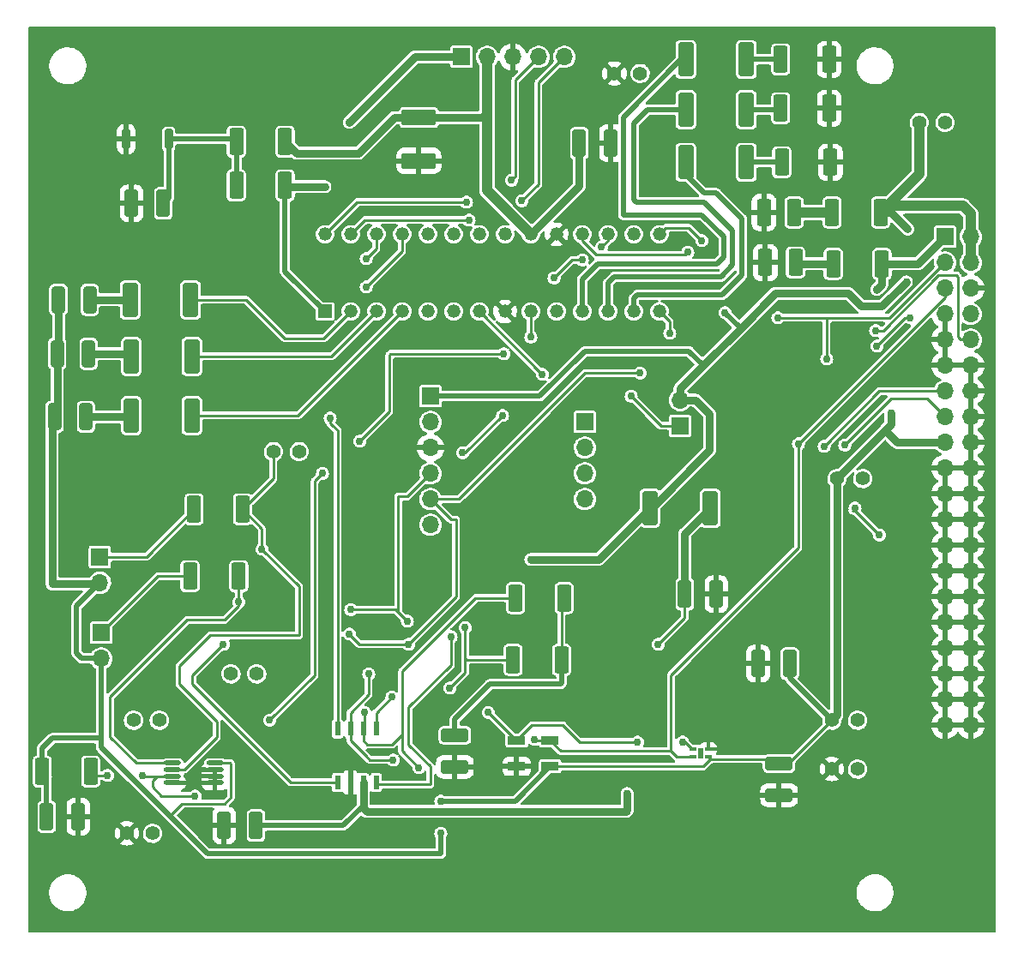
<source format=gtl>
%TF.GenerationSoftware,KiCad,Pcbnew,(6.0.1)*%
%TF.CreationDate,2022-03-24T01:36:13-06:00*%
%TF.ProjectId,ColoradoCUBE_Payload,436f6c6f-7261-4646-9f43-5542455f5061,rev?*%
%TF.SameCoordinates,Original*%
%TF.FileFunction,Copper,L1,Top*%
%TF.FilePolarity,Positive*%
%FSLAX46Y46*%
G04 Gerber Fmt 4.6, Leading zero omitted, Abs format (unit mm)*
G04 Created by KiCad (PCBNEW (6.0.1)) date 2022-03-24 01:36:13*
%MOMM*%
%LPD*%
G01*
G04 APERTURE LIST*
G04 Aperture macros list*
%AMRoundRect*
0 Rectangle with rounded corners*
0 $1 Rounding radius*
0 $2 $3 $4 $5 $6 $7 $8 $9 X,Y pos of 4 corners*
0 Add a 4 corners polygon primitive as box body*
4,1,4,$2,$3,$4,$5,$6,$7,$8,$9,$2,$3,0*
0 Add four circle primitives for the rounded corners*
1,1,$1+$1,$2,$3*
1,1,$1+$1,$4,$5*
1,1,$1+$1,$6,$7*
1,1,$1+$1,$8,$9*
0 Add four rect primitives between the rounded corners*
20,1,$1+$1,$2,$3,$4,$5,0*
20,1,$1+$1,$4,$5,$6,$7,0*
20,1,$1+$1,$6,$7,$8,$9,0*
20,1,$1+$1,$8,$9,$2,$3,0*%
G04 Aperture macros list end*
%TA.AperFunction,SMDPad,CuDef*%
%ADD10O,1.699999X0.449999*%
%TD*%
%TA.AperFunction,SMDPad,CuDef*%
%ADD11RoundRect,0.249999X-0.450001X-1.075001X0.450001X-1.075001X0.450001X1.075001X-0.450001X1.075001X0*%
%TD*%
%TA.AperFunction,SMDPad,CuDef*%
%ADD12RoundRect,0.250000X0.412500X1.100000X-0.412500X1.100000X-0.412500X-1.100000X0.412500X-1.100000X0*%
%TD*%
%TA.AperFunction,SMDPad,CuDef*%
%ADD13RoundRect,0.249999X0.512501X1.425001X-0.512501X1.425001X-0.512501X-1.425001X0.512501X-1.425001X0*%
%TD*%
%TA.AperFunction,ComponentPad*%
%ADD14R,1.700000X1.700000*%
%TD*%
%TA.AperFunction,ComponentPad*%
%ADD15O,1.700000X1.700000*%
%TD*%
%TA.AperFunction,SMDPad,CuDef*%
%ADD16RoundRect,0.249999X0.450001X1.075001X-0.450001X1.075001X-0.450001X-1.075001X0.450001X-1.075001X0*%
%TD*%
%TA.AperFunction,SMDPad,CuDef*%
%ADD17RoundRect,0.250000X-1.100000X0.412500X-1.100000X-0.412500X1.100000X-0.412500X1.100000X0.412500X0*%
%TD*%
%TA.AperFunction,SMDPad,CuDef*%
%ADD18RoundRect,0.250001X-0.462499X-1.074999X0.462499X-1.074999X0.462499X1.074999X-0.462499X1.074999X0*%
%TD*%
%TA.AperFunction,SMDPad,CuDef*%
%ADD19RoundRect,0.250000X1.100000X-0.412500X1.100000X0.412500X-1.100000X0.412500X-1.100000X-0.412500X0*%
%TD*%
%TA.AperFunction,SMDPad,CuDef*%
%ADD20RoundRect,0.250000X-0.412500X-1.100000X0.412500X-1.100000X0.412500X1.100000X-0.412500X1.100000X0*%
%TD*%
%TA.AperFunction,SMDPad,CuDef*%
%ADD21RoundRect,0.250000X0.400000X1.075000X-0.400000X1.075000X-0.400000X-1.075000X0.400000X-1.075000X0*%
%TD*%
%TA.AperFunction,SMDPad,CuDef*%
%ADD22RoundRect,0.249999X-0.512501X-1.425001X0.512501X-1.425001X0.512501X1.425001X-0.512501X1.425001X0*%
%TD*%
%TA.AperFunction,SMDPad,CuDef*%
%ADD23RoundRect,0.250000X1.450000X-0.537500X1.450000X0.537500X-1.450000X0.537500X-1.450000X-0.537500X0*%
%TD*%
%TA.AperFunction,ComponentPad*%
%ADD24C,1.400000*%
%TD*%
%TA.AperFunction,SMDPad,CuDef*%
%ADD25R,1.701800X0.889000*%
%TD*%
%TA.AperFunction,ComponentPad*%
%ADD26R,1.320800X1.320800*%
%TD*%
%TA.AperFunction,ComponentPad*%
%ADD27C,1.320800*%
%TD*%
%TA.AperFunction,SMDPad,CuDef*%
%ADD28R,0.711200X0.304800*%
%TD*%
%TA.AperFunction,SMDPad,CuDef*%
%ADD29R,0.508000X1.092200*%
%TD*%
%TA.AperFunction,SMDPad,CuDef*%
%ADD30RoundRect,0.200000X-0.200000X-0.800000X0.200000X-0.800000X0.200000X0.800000X-0.200000X0.800000X0*%
%TD*%
%TA.AperFunction,SMDPad,CuDef*%
%ADD31R,0.558800X1.397000*%
%TD*%
%TA.AperFunction,ViaPad*%
%ADD32C,0.762000*%
%TD*%
%TA.AperFunction,Conductor*%
%ADD33C,0.254000*%
%TD*%
%TA.AperFunction,Conductor*%
%ADD34C,0.508000*%
%TD*%
%TA.AperFunction,Conductor*%
%ADD35C,0.762000*%
%TD*%
%TA.AperFunction,Conductor*%
%ADD36C,1.016000*%
%TD*%
G04 APERTURE END LIST*
D10*
X118677002Y-114975998D03*
X118677002Y-115625999D03*
X118677002Y-116275998D03*
X118677002Y-116925999D03*
X122877001Y-116925999D03*
X122877001Y-116275998D03*
X122877001Y-115625999D03*
X122877001Y-114975998D03*
D11*
X105804000Y-115824000D03*
X110604000Y-115824000D03*
D12*
X109385500Y-120269000D03*
X106260500Y-120269000D03*
D13*
X175326500Y-50419000D03*
X169351500Y-50419000D03*
D12*
X126911500Y-121158000D03*
X123786500Y-121158000D03*
D14*
X111633000Y-102108000D03*
D15*
X111633000Y-104648000D03*
D16*
X157340000Y-98679000D03*
X152540000Y-98679000D03*
D11*
X152286000Y-104775000D03*
X157086000Y-104775000D03*
D17*
X146558000Y-112229500D03*
X146558000Y-115354500D03*
D13*
X120589500Y-80645000D03*
X114614500Y-80645000D03*
X120589500Y-74803000D03*
X114614500Y-74803000D03*
X120462500Y-69215000D03*
X114487500Y-69215000D03*
X175326500Y-55626000D03*
X169351500Y-55626000D03*
D18*
X177201500Y-65532000D03*
X180176500Y-65532000D03*
X177074500Y-60579000D03*
X180049500Y-60579000D03*
D11*
X178829000Y-55626000D03*
X183629000Y-55626000D03*
X178702000Y-50292000D03*
X183502000Y-50292000D03*
X178702000Y-45466000D03*
X183502000Y-45466000D03*
D16*
X125209000Y-96520000D03*
X120409000Y-96520000D03*
X125590000Y-89916000D03*
X120790000Y-89916000D03*
D19*
X178562000Y-118148500D03*
X178562000Y-115023500D03*
D12*
X161963500Y-53721000D03*
X158838500Y-53721000D03*
X179616500Y-105156000D03*
X176491500Y-105156000D03*
D20*
X114642500Y-59690000D03*
X117767500Y-59690000D03*
D12*
X172377500Y-98298000D03*
X169252500Y-98298000D03*
D11*
X124981000Y-57912000D03*
X129781000Y-57912000D03*
X183909000Y-65659000D03*
X188709000Y-65659000D03*
X183782000Y-60579000D03*
X188582000Y-60579000D03*
X124981000Y-53594000D03*
X129781000Y-53594000D03*
D21*
X110135000Y-80772000D03*
X107035000Y-80772000D03*
X110389000Y-74549000D03*
X107289000Y-74549000D03*
X110516000Y-69215000D03*
X107416000Y-69215000D03*
D22*
X165795500Y-89789000D03*
X171770500Y-89789000D03*
D13*
X175326500Y-45466000D03*
X169351500Y-45466000D03*
D23*
X143002000Y-51202500D03*
X143002000Y-55477500D03*
D24*
X162306000Y-46863000D03*
X164846000Y-46863000D03*
D25*
X155954999Y-115296950D03*
X155954999Y-112756950D03*
X152655001Y-112756950D03*
X152655001Y-115296950D03*
D26*
X133731000Y-70358000D03*
D27*
X136271000Y-70358000D03*
X138811000Y-70358000D03*
X141351000Y-70358000D03*
X143891000Y-70358000D03*
X146431000Y-70358000D03*
X148971000Y-70358000D03*
X151511000Y-70358000D03*
X154051000Y-70358000D03*
X156591000Y-70358000D03*
X159131000Y-70358000D03*
X161671000Y-70358000D03*
X164211000Y-70358000D03*
X166751000Y-70358000D03*
X166751000Y-62738000D03*
X164211000Y-62738000D03*
X161671000Y-62738000D03*
X159131000Y-62738000D03*
X156591000Y-62738000D03*
X154051000Y-62738000D03*
X151511000Y-62738000D03*
X148971000Y-62738000D03*
X146431000Y-62738000D03*
X143891000Y-62738000D03*
X141351000Y-62738000D03*
X138811000Y-62738000D03*
X136271000Y-62738000D03*
X133731000Y-62738000D03*
D14*
X159385000Y-81280000D03*
D15*
X159385000Y-83820000D03*
X159385000Y-86360000D03*
X159385000Y-88900000D03*
D24*
X126980000Y-106172000D03*
X124440000Y-106172000D03*
D28*
X170065700Y-113572951D03*
X170065700Y-114372949D03*
X171564300Y-114372949D03*
X171564300Y-113572951D03*
D29*
X170815000Y-113972950D03*
D24*
X128651000Y-84201000D03*
X131191000Y-84201000D03*
D14*
X144145000Y-78740000D03*
D15*
X144145000Y-81280000D03*
X144145000Y-83820000D03*
X144145000Y-86360000D03*
X144145000Y-88900000D03*
X144145000Y-91440000D03*
D24*
X183769000Y-110744000D03*
X186309000Y-110744000D03*
X192405000Y-51689000D03*
X194945000Y-51689000D03*
X183769000Y-115570000D03*
X186309000Y-115570000D03*
D30*
X114105000Y-53340000D03*
X118305000Y-53340000D03*
D14*
X168783000Y-81666000D03*
D15*
X168783000Y-79126000D03*
D24*
X184277000Y-86868000D03*
X186817000Y-86868000D03*
D31*
X134969250Y-116890800D03*
X136239250Y-116890800D03*
X137509250Y-116890800D03*
X138779250Y-116890800D03*
X138779250Y-111582200D03*
X137509250Y-111582200D03*
X136239250Y-111582200D03*
X134969250Y-111582200D03*
D24*
X114828000Y-110744000D03*
X117368000Y-110744000D03*
X114173000Y-121920000D03*
X116713000Y-121920000D03*
D14*
X147193000Y-45212000D03*
D15*
X149733000Y-45212000D03*
X152273000Y-45212000D03*
X154813000Y-45212000D03*
X157353000Y-45212000D03*
D14*
X111506000Y-94615000D03*
D15*
X111506000Y-97155000D03*
D14*
X194945000Y-62992000D03*
D15*
X197485000Y-62992000D03*
X194945000Y-65532000D03*
X197485000Y-65532000D03*
X194945000Y-68072000D03*
X197485000Y-68072000D03*
X194945000Y-70612000D03*
X197485000Y-70612000D03*
X194945000Y-73152000D03*
X197485000Y-73152000D03*
X194945000Y-75692000D03*
X197485000Y-75692000D03*
X194945000Y-78232000D03*
X197485000Y-78232000D03*
X194945000Y-80772000D03*
X197485000Y-80772000D03*
X194945000Y-83312000D03*
X197485000Y-83312000D03*
X194945000Y-85852000D03*
X197485000Y-85852000D03*
X194945000Y-88392000D03*
X197485000Y-88392000D03*
X194945000Y-90932000D03*
X197485000Y-90932000D03*
X194945000Y-93472000D03*
X197485000Y-93472000D03*
X194945000Y-96012000D03*
X197485000Y-96012000D03*
X194945000Y-98552000D03*
X197485000Y-98552000D03*
X194945000Y-101092000D03*
X197485000Y-101092000D03*
X194945000Y-103632000D03*
X197485000Y-103632000D03*
X194945000Y-106172000D03*
X197485000Y-106172000D03*
X194945000Y-108712000D03*
X197485000Y-108712000D03*
X194945000Y-111252000D03*
X197485000Y-111252000D03*
D32*
X154051000Y-72898000D03*
X151384000Y-74549000D03*
X137160000Y-83185000D03*
X133477000Y-86360000D03*
X128270000Y-110744000D03*
X120904000Y-118237000D03*
X112268000Y-116205000D03*
X115697000Y-116205000D03*
X161036000Y-64008000D03*
X159131000Y-65278000D03*
X156337000Y-67056000D03*
X173228000Y-70485000D03*
X137668000Y-109982000D03*
X146177000Y-102489000D03*
X140462000Y-114681000D03*
X166624000Y-103251000D03*
X127508000Y-93853000D03*
X133731000Y-58039000D03*
X191262000Y-62230000D03*
X191135000Y-67437000D03*
X154051000Y-94869000D03*
X188214000Y-73787000D03*
X191516000Y-70993000D03*
X169545000Y-64516000D03*
X188087000Y-72263000D03*
X146050000Y-107569000D03*
X138049000Y-106172000D03*
X183007000Y-83693000D03*
X147574000Y-101600000D03*
X143002000Y-115443000D03*
X188468000Y-92456000D03*
X186055000Y-89789000D03*
X185039000Y-83566000D03*
X136144000Y-51689000D03*
X147701000Y-59563000D03*
X152146000Y-57404000D03*
X153162000Y-59436000D03*
X147955000Y-61341000D03*
X136144000Y-102235000D03*
X178435000Y-70993000D03*
X164592000Y-112903000D03*
X170942000Y-63373000D03*
X141986000Y-103251000D03*
X125222000Y-99060000D03*
X149860000Y-109982000D03*
X164846000Y-76454000D03*
X183261000Y-75057000D03*
X169037000Y-112903000D03*
X167767000Y-72517000D03*
X141859000Y-100965000D03*
X154432000Y-112649000D03*
X180467000Y-83439000D03*
X136271000Y-99822000D03*
X151257000Y-80645000D03*
X147320000Y-84328000D03*
X123698000Y-103251000D03*
X163957000Y-78740000D03*
X155194000Y-76581000D03*
X137795000Y-67945000D03*
X140335000Y-108458000D03*
X137795000Y-65151000D03*
X134239000Y-80899000D03*
X163576000Y-117983000D03*
X188214000Y-68199000D03*
X189611000Y-80391000D03*
X145161000Y-118745000D03*
X145161000Y-121920000D03*
D33*
X116713000Y-117348000D02*
X116713000Y-116727996D01*
X117602000Y-118237000D02*
X116713000Y-117348000D01*
X116713000Y-116727996D02*
X117164998Y-116275998D01*
X117164998Y-116275998D02*
X115767998Y-116275998D01*
X118677002Y-116275998D02*
X117164998Y-116275998D01*
X120904000Y-118237000D02*
X117602000Y-118237000D01*
X154051000Y-72898000D02*
X154051000Y-70358000D01*
X140208000Y-74549000D02*
X151384000Y-74549000D01*
X140081000Y-74676000D02*
X140208000Y-74549000D01*
X140081000Y-80264000D02*
X140081000Y-74676000D01*
X137160000Y-83185000D02*
X140081000Y-80264000D01*
X132715000Y-87122000D02*
X133477000Y-86360000D01*
X132715000Y-103378000D02*
X132715000Y-87122000D01*
X132715000Y-106299000D02*
X132715000Y-103378000D01*
X128270000Y-110744000D02*
X132715000Y-106299000D01*
X131191000Y-97536000D02*
X127508000Y-93853000D01*
X131191000Y-102362000D02*
X131191000Y-97536000D01*
X122428000Y-102362000D02*
X131191000Y-102362000D01*
X119380000Y-105410000D02*
X122428000Y-102362000D01*
X119380000Y-107188000D02*
X119380000Y-105410000D01*
X123063000Y-110871000D02*
X119380000Y-107188000D01*
X123063000Y-112395000D02*
X123063000Y-110871000D01*
X119832001Y-115625999D02*
X123063000Y-112395000D01*
X118677002Y-115625999D02*
X119832001Y-115625999D01*
X112522000Y-108458000D02*
X120142000Y-100838000D01*
X123825000Y-100838000D02*
X125222000Y-99441000D01*
X112522000Y-112395000D02*
X112522000Y-108458000D01*
X120142000Y-100838000D02*
X123825000Y-100838000D01*
X115102998Y-114975998D02*
X112522000Y-112395000D01*
X118677002Y-114975998D02*
X115102998Y-114975998D01*
X125222000Y-99441000D02*
X125222000Y-99060000D01*
D34*
X106260500Y-116280500D02*
X105804000Y-115824000D01*
X106260500Y-120269000D02*
X106260500Y-116280500D01*
X105804000Y-113525000D02*
X106807000Y-112522000D01*
X105804000Y-115824000D02*
X105804000Y-113525000D01*
X106807000Y-112522000D02*
X111633000Y-112522000D01*
X111633000Y-112522000D02*
X111633000Y-113411000D01*
X111633000Y-104648000D02*
X111633000Y-112522000D01*
D33*
X112268000Y-116205000D02*
X110985000Y-116205000D01*
X110985000Y-116205000D02*
X110604000Y-115824000D01*
X115767998Y-116275998D02*
X115697000Y-116205000D01*
X118618000Y-120015000D02*
X118618000Y-120396000D01*
X119634000Y-118999000D02*
X118618000Y-120015000D01*
X123825000Y-118999000D02*
X119634000Y-118999000D01*
X124460000Y-118364000D02*
X123825000Y-118999000D01*
X124460000Y-115062000D02*
X124460000Y-118364000D01*
X124373998Y-114975998D02*
X124460000Y-115062000D01*
X122877001Y-114975998D02*
X124373998Y-114975998D01*
D34*
X114681000Y-116459000D02*
X118618000Y-120396000D01*
X118618000Y-120396000D02*
X122174000Y-123952000D01*
X175326500Y-55626000D02*
X178829000Y-55626000D01*
X178575000Y-50419000D02*
X178702000Y-50292000D01*
X175326500Y-50419000D02*
X178575000Y-50419000D01*
X175326500Y-45466000D02*
X178702000Y-45466000D01*
X164211000Y-69088000D02*
X164211000Y-70358000D01*
X164592000Y-68707000D02*
X164211000Y-69088000D01*
X172974000Y-68707000D02*
X164592000Y-68707000D01*
X174879000Y-66802000D02*
X172974000Y-68707000D01*
X174879000Y-61214000D02*
X174879000Y-66802000D01*
X172339000Y-58674000D02*
X174879000Y-61214000D01*
X171196000Y-58674000D02*
X172339000Y-58674000D01*
X169351500Y-56829500D02*
X171196000Y-58674000D01*
X169351500Y-55626000D02*
X169351500Y-56829500D01*
X161671000Y-67564000D02*
X161671000Y-70358000D01*
X162306000Y-66929000D02*
X161671000Y-67564000D01*
X172847000Y-66929000D02*
X162306000Y-66929000D01*
X173990000Y-65786000D02*
X172847000Y-66929000D01*
X173990000Y-62357000D02*
X173990000Y-65786000D01*
X171196000Y-59563000D02*
X173990000Y-62357000D01*
X164465000Y-59563000D02*
X171196000Y-59563000D01*
X164211000Y-59309000D02*
X164465000Y-59563000D01*
X164211000Y-51816000D02*
X164211000Y-59309000D01*
X165608000Y-50419000D02*
X164211000Y-51816000D01*
X169351500Y-50419000D02*
X165608000Y-50419000D01*
X159131000Y-67183000D02*
X159131000Y-70358000D01*
X160655000Y-65659000D02*
X159131000Y-67183000D01*
X172466000Y-65659000D02*
X160655000Y-65659000D01*
X173101000Y-65024000D02*
X172466000Y-65659000D01*
X173101000Y-62992000D02*
X173101000Y-65024000D01*
X170942000Y-60833000D02*
X173101000Y-62992000D01*
X163195000Y-60833000D02*
X170942000Y-60833000D01*
X163195000Y-51181000D02*
X163195000Y-60833000D01*
X168910000Y-45466000D02*
X163195000Y-51181000D01*
X169351500Y-45466000D02*
X168910000Y-45466000D01*
D33*
X117221000Y-96520000D02*
X120409000Y-96520000D01*
X111633000Y-102108000D02*
X117221000Y-96520000D01*
X116091000Y-94615000D02*
X120790000Y-89916000D01*
X111506000Y-94615000D02*
X116091000Y-94615000D01*
X127508000Y-91834000D02*
X125590000Y-89916000D01*
X127508000Y-93853000D02*
X127508000Y-91834000D01*
X128651000Y-86855000D02*
X125590000Y-89916000D01*
X128651000Y-84201000D02*
X128651000Y-86855000D01*
X140335000Y-113157000D02*
X141351000Y-112141000D01*
X141351000Y-112141000D02*
X141351000Y-105918000D01*
X137922000Y-113157000D02*
X140335000Y-113157000D01*
X137509250Y-112744250D02*
X137922000Y-113157000D01*
X141351000Y-113792000D02*
X141351000Y-112141000D01*
X137509250Y-111582200D02*
X137509250Y-112744250D01*
X137668000Y-111423450D02*
X137509250Y-111582200D01*
X137668000Y-109982000D02*
X137668000Y-111423450D01*
X148590000Y-98679000D02*
X152540000Y-98679000D01*
X141351000Y-105918000D02*
X148590000Y-98679000D01*
X143002000Y-115443000D02*
X141351000Y-113792000D01*
X161671000Y-63373000D02*
X161671000Y-62738000D01*
X161036000Y-64008000D02*
X161671000Y-63373000D01*
X158115000Y-65278000D02*
X159131000Y-65278000D01*
X156337000Y-67056000D02*
X158115000Y-65278000D01*
D34*
X174688500Y-71945500D02*
X174688500Y-72072500D01*
X173228000Y-70485000D02*
X174688500Y-71945500D01*
D35*
X171069000Y-75692000D02*
X174688500Y-72072500D01*
X174688500Y-72072500D02*
X178181000Y-68580000D01*
D33*
X138982450Y-117094000D02*
X138779250Y-116890800D01*
X144145000Y-115316000D02*
X144145000Y-117094000D01*
X141986000Y-113157000D02*
X144145000Y-115316000D01*
X141986000Y-109474000D02*
X141986000Y-113157000D01*
X146177000Y-105283000D02*
X141986000Y-109474000D01*
X144145000Y-117094000D02*
X138982450Y-117094000D01*
X146177000Y-102489000D02*
X146177000Y-105283000D01*
D34*
X157086000Y-107074000D02*
X157086000Y-104775000D01*
X149987000Y-107188000D02*
X156972000Y-107188000D01*
X146558000Y-110617000D02*
X149987000Y-107188000D01*
X146558000Y-112229500D02*
X146558000Y-110617000D01*
X156972000Y-107188000D02*
X157086000Y-107074000D01*
D33*
X153162000Y-59436000D02*
X154813000Y-57785000D01*
X154813000Y-57785000D02*
X154813000Y-47752000D01*
X154813000Y-47752000D02*
X157353000Y-45212000D01*
X138176000Y-114681000D02*
X140462000Y-114681000D01*
X136239250Y-112744250D02*
X137795000Y-114300000D01*
X137795000Y-114300000D02*
X138176000Y-114681000D01*
X136239250Y-111582200D02*
X136239250Y-112744250D01*
X136239250Y-110013750D02*
X136239250Y-111582200D01*
X138049000Y-108204000D02*
X136239250Y-110013750D01*
X138049000Y-106172000D02*
X138049000Y-108204000D01*
D34*
X179616500Y-106591500D02*
X183769000Y-110744000D01*
X179616500Y-105156000D02*
X179616500Y-106591500D01*
X144145000Y-78740000D02*
X154940000Y-78740000D01*
X159385000Y-74295000D02*
X169672000Y-74295000D01*
X169672000Y-74295000D02*
X171069000Y-75692000D01*
D35*
X168783000Y-77978000D02*
X171069000Y-75692000D01*
D34*
X154940000Y-78740000D02*
X159385000Y-74295000D01*
D33*
X147701000Y-104775000D02*
X147574000Y-104648000D01*
X152286000Y-104775000D02*
X147701000Y-104775000D01*
X147574000Y-106045000D02*
X147574000Y-104648000D01*
X147574000Y-104648000D02*
X147574000Y-101600000D01*
X157086000Y-98933000D02*
X157340000Y-98679000D01*
X157086000Y-104775000D02*
X157086000Y-98933000D01*
D34*
X135509000Y-121158000D02*
X137509250Y-119157750D01*
D35*
X137509250Y-119157750D02*
X137509250Y-119411750D01*
D34*
X126911500Y-121158000D02*
X135509000Y-121158000D01*
D35*
X137509250Y-116890800D02*
X137509250Y-119157750D01*
D33*
X179489500Y-115023500D02*
X183769000Y-110744000D01*
X178562000Y-115023500D02*
X179489500Y-115023500D01*
X178135324Y-114596824D02*
X178562000Y-115023500D01*
X171788176Y-114596824D02*
X178135324Y-114596824D01*
X166624000Y-103251000D02*
X169252500Y-100622500D01*
X169252500Y-100622500D02*
X169252500Y-98298000D01*
X125209000Y-99047000D02*
X125222000Y-99060000D01*
X125209000Y-96520000D02*
X125209000Y-99047000D01*
D35*
X106807000Y-97282000D02*
X111379000Y-97282000D01*
X106807000Y-81000000D02*
X106807000Y-97282000D01*
X111379000Y-97282000D02*
X111506000Y-97155000D01*
X107035000Y-80772000D02*
X106807000Y-81000000D01*
D33*
X131064000Y-80645000D02*
X141351000Y-70358000D01*
X120589500Y-80645000D02*
X131064000Y-80645000D01*
X120589500Y-74803000D02*
X134366000Y-74803000D01*
X134366000Y-74803000D02*
X138811000Y-70358000D01*
X129794000Y-73025000D02*
X133604000Y-73025000D01*
X133604000Y-73025000D02*
X136271000Y-70358000D01*
X125984000Y-69215000D02*
X129794000Y-73025000D01*
X120462500Y-69215000D02*
X125984000Y-69215000D01*
D35*
X114487500Y-80772000D02*
X114614500Y-80645000D01*
X110135000Y-80772000D02*
X114487500Y-80772000D01*
X110389000Y-74549000D02*
X114360500Y-74549000D01*
X114360500Y-74549000D02*
X114614500Y-74803000D01*
X110516000Y-69215000D02*
X114487500Y-69215000D01*
X107289000Y-80518000D02*
X107035000Y-80772000D01*
X107289000Y-74549000D02*
X107289000Y-80518000D01*
X107416000Y-74422000D02*
X107289000Y-74549000D01*
X107416000Y-69215000D02*
X107416000Y-74422000D01*
D34*
X118305000Y-59152500D02*
X118305000Y-53340000D01*
X117767500Y-59690000D02*
X118305000Y-59152500D01*
X124981000Y-57912000D02*
X124981000Y-53594000D01*
X124727000Y-53340000D02*
X124981000Y-53594000D01*
X118305000Y-53340000D02*
X124727000Y-53340000D01*
X129781000Y-66408000D02*
X133731000Y-70358000D01*
X129781000Y-57912000D02*
X129781000Y-66408000D01*
D35*
X142621000Y-45212000D02*
X147193000Y-45212000D01*
X136144000Y-51689000D02*
X142621000Y-45212000D01*
X129908000Y-58039000D02*
X129781000Y-57912000D01*
X133731000Y-58039000D02*
X129908000Y-58039000D01*
X130924000Y-54737000D02*
X129781000Y-53594000D01*
X137033000Y-54737000D02*
X130924000Y-54737000D01*
X140567500Y-51202500D02*
X137033000Y-54737000D01*
X143002000Y-51202500D02*
X140567500Y-51202500D01*
X149203500Y-51202500D02*
X149733000Y-50673000D01*
X143002000Y-51202500D02*
X149203500Y-51202500D01*
D36*
X149733000Y-45212000D02*
X149733000Y-50673000D01*
X149733000Y-50673000D02*
X149733000Y-58420000D01*
D35*
X158838500Y-53721000D02*
X158838500Y-57950500D01*
X158838500Y-57950500D02*
X154051000Y-62738000D01*
X169252500Y-92307000D02*
X171770500Y-89789000D01*
X169252500Y-98298000D02*
X169252500Y-92307000D01*
X171704000Y-80518000D02*
X170312000Y-79126000D01*
X171704000Y-84074000D02*
X171704000Y-80518000D01*
X170312000Y-79126000D02*
X168783000Y-79126000D01*
X165989000Y-89789000D02*
X171704000Y-84074000D01*
X165795500Y-89789000D02*
X165989000Y-89789000D01*
X160715500Y-94869000D02*
X165795500Y-89789000D01*
X154051000Y-94869000D02*
X160715500Y-94869000D01*
X189611000Y-60579000D02*
X188582000Y-60579000D01*
X191262000Y-62230000D02*
X189611000Y-60579000D01*
X186690000Y-69850000D02*
X188722000Y-69850000D01*
X185420000Y-68580000D02*
X186690000Y-69850000D01*
X178181000Y-68580000D02*
X185420000Y-68580000D01*
X188722000Y-69850000D02*
X191135000Y-67437000D01*
X168783000Y-79126000D02*
X168783000Y-77978000D01*
X188709000Y-67704000D02*
X188709000Y-65659000D01*
X188214000Y-68199000D02*
X188709000Y-67704000D01*
X180303500Y-65659000D02*
X180176500Y-65532000D01*
X183909000Y-65659000D02*
X180303500Y-65659000D01*
X188709000Y-65659000D02*
X192278000Y-65659000D01*
X192278000Y-65659000D02*
X194945000Y-62992000D01*
D36*
X180049500Y-60579000D02*
X183782000Y-60579000D01*
X192405000Y-56756000D02*
X192405000Y-51689000D01*
X188582000Y-60579000D02*
X192405000Y-56756000D01*
X196723000Y-59944000D02*
X189217000Y-59944000D01*
X189217000Y-59944000D02*
X188582000Y-60579000D01*
X197485000Y-60706000D02*
X196723000Y-59944000D01*
X197485000Y-62992000D02*
X197485000Y-60706000D01*
X149733000Y-58420000D02*
X154051000Y-62738000D01*
X197485000Y-65532000D02*
X197485000Y-62992000D01*
D33*
X188214000Y-73787000D02*
X191008000Y-70993000D01*
X191008000Y-70993000D02*
X191516000Y-70993000D01*
X196088000Y-66802000D02*
X196215000Y-66929000D01*
X159131000Y-63373000D02*
X160528000Y-64770000D01*
X159131000Y-62738000D02*
X159131000Y-63373000D01*
X194310000Y-66802000D02*
X196088000Y-66802000D01*
X196469000Y-73152000D02*
X197485000Y-73152000D01*
X196215000Y-66929000D02*
X196215000Y-72898000D01*
X188849000Y-72263000D02*
X194310000Y-66802000D01*
X196215000Y-72898000D02*
X196469000Y-73152000D01*
X188087000Y-72263000D02*
X188849000Y-72263000D01*
X160528000Y-64770000D02*
X169291000Y-64770000D01*
X169291000Y-64770000D02*
X169545000Y-64516000D01*
X188468000Y-78232000D02*
X194945000Y-78232000D01*
X146050000Y-107569000D02*
X147574000Y-106045000D01*
X183007000Y-83693000D02*
X188468000Y-78232000D01*
X185801000Y-90043000D02*
X186055000Y-89789000D01*
X189611000Y-78994000D02*
X193167000Y-78994000D01*
X185039000Y-83566000D02*
X189611000Y-78994000D01*
X186055000Y-90043000D02*
X185801000Y-90043000D01*
X193167000Y-78994000D02*
X194945000Y-80772000D01*
X188468000Y-92456000D02*
X186055000Y-90043000D01*
X154813000Y-45212000D02*
X152527000Y-47498000D01*
X147701000Y-59563000D02*
X136906000Y-59563000D01*
X152527000Y-56007000D02*
X152527000Y-57023000D01*
X152527000Y-47498000D02*
X152527000Y-56007000D01*
X152527000Y-57023000D02*
X152146000Y-57404000D01*
X136906000Y-59563000D02*
X133731000Y-62738000D01*
X147955000Y-61341000D02*
X137668000Y-61341000D01*
X137668000Y-61341000D02*
X136271000Y-62738000D01*
X137160000Y-103251000D02*
X136144000Y-102235000D01*
X164592000Y-112903000D02*
X158877000Y-112903000D01*
X189484000Y-70993000D02*
X194945000Y-65532000D01*
X157226000Y-111252000D02*
X154159951Y-111252000D01*
X144145000Y-88900000D02*
X146939000Y-88900000D01*
X146939000Y-88900000D02*
X156083000Y-79756000D01*
X156083000Y-79756000D02*
X159385000Y-76454000D01*
X169672000Y-62103000D02*
X170942000Y-63373000D01*
X146685000Y-90932000D02*
X146685000Y-98552000D01*
X169037000Y-112903000D02*
X169291000Y-112903000D01*
X144145000Y-88900000D02*
X146177000Y-90932000D01*
X166751000Y-62738000D02*
X167386000Y-62103000D01*
X169291000Y-112903000D02*
X169960951Y-113572951D01*
X183261000Y-75057000D02*
X183261000Y-71120000D01*
X178435000Y-70993000D02*
X183388000Y-70993000D01*
X146685000Y-98552000D02*
X141986000Y-103251000D01*
X152655001Y-112756950D02*
X152634950Y-112756950D01*
X169960951Y-113572951D02*
X170065700Y-113572951D01*
X154159951Y-111252000D02*
X152655001Y-112756950D01*
X158877000Y-112903000D02*
X157226000Y-111252000D01*
X152634950Y-112756950D02*
X149860000Y-109982000D01*
X141986000Y-103251000D02*
X137160000Y-103251000D01*
X183261000Y-71120000D02*
X183388000Y-70993000D01*
X146177000Y-90932000D02*
X146685000Y-90932000D01*
X159385000Y-76454000D02*
X164846000Y-76454000D01*
X167386000Y-62103000D02*
X169672000Y-62103000D01*
X183388000Y-70993000D02*
X189484000Y-70993000D01*
X154539950Y-112756950D02*
X154432000Y-112649000D01*
X180467000Y-83439000D02*
X194945000Y-68961000D01*
X167894000Y-113792000D02*
X167894000Y-106299000D01*
X167894000Y-113792000D02*
X156990049Y-113792000D01*
X141859000Y-100965000D02*
X141224000Y-100330000D01*
X141859000Y-88646000D02*
X140970000Y-88646000D01*
X140716000Y-99822000D02*
X136271000Y-99822000D01*
X141224000Y-100330000D02*
X140716000Y-99822000D01*
X168474949Y-114372949D02*
X167894000Y-113792000D01*
X155954999Y-112756950D02*
X154539950Y-112756950D01*
X180467000Y-93726000D02*
X180467000Y-84201000D01*
X194945000Y-68961000D02*
X194945000Y-68072000D01*
X170065700Y-114372949D02*
X168474949Y-114372949D01*
X180213000Y-93980000D02*
X180467000Y-93726000D01*
X166751000Y-70358000D02*
X167767000Y-71374000D01*
X167767000Y-71374000D02*
X167767000Y-72517000D01*
X140970000Y-88646000D02*
X140970000Y-100076000D01*
X144145000Y-86360000D02*
X141859000Y-88646000D01*
X167894000Y-106299000D02*
X180213000Y-93980000D01*
X140970000Y-100076000D02*
X141224000Y-100330000D01*
X156990049Y-113792000D02*
X155954999Y-112756950D01*
X180467000Y-84201000D02*
X180467000Y-83439000D01*
X147320000Y-84328000D02*
X147574000Y-84328000D01*
X147574000Y-84328000D02*
X151257000Y-80645000D01*
X120650000Y-107188000D02*
X120650000Y-106299000D01*
X134969250Y-116890800D02*
X130352800Y-116890800D01*
X130352800Y-116890800D02*
X120650000Y-107188000D01*
X120650000Y-106299000D02*
X123698000Y-103251000D01*
X166883000Y-81666000D02*
X168783000Y-81666000D01*
X148971000Y-70358000D02*
X155194000Y-76581000D01*
X163957000Y-78740000D02*
X166883000Y-81666000D01*
X141351000Y-64389000D02*
X137795000Y-67945000D01*
X140335000Y-108458000D02*
X138779250Y-110013750D01*
X141351000Y-62738000D02*
X141351000Y-64389000D01*
X138779250Y-110013750D02*
X138779250Y-111582200D01*
X137795000Y-65151000D02*
X138811000Y-64135000D01*
X134239000Y-81407000D02*
X134239000Y-80899000D01*
X134493000Y-81661000D02*
X134239000Y-81407000D01*
X134969250Y-111582200D02*
X134969250Y-82137250D01*
X138811000Y-64135000D02*
X138811000Y-62738000D01*
X134969250Y-82137250D02*
X134493000Y-81661000D01*
D35*
X137509250Y-119411750D02*
X137858500Y-119761000D01*
X137858500Y-119761000D02*
X163449000Y-119761000D01*
X163449000Y-119761000D02*
X163576000Y-119634000D01*
X163576000Y-119634000D02*
X163576000Y-117983000D01*
D33*
X155954999Y-115296950D02*
X171088050Y-115296950D01*
D34*
X152506949Y-118745000D02*
X155954999Y-115296950D01*
X111506000Y-97155000D02*
X109220000Y-99441000D01*
D35*
X189039500Y-82105500D02*
X189611000Y-81534000D01*
D34*
X122174000Y-123952000D02*
X145161000Y-123952000D01*
D35*
X190246000Y-83312000D02*
X189039500Y-82105500D01*
X184277000Y-110236000D02*
X183769000Y-110744000D01*
X184277000Y-86868000D02*
X189039500Y-82105500D01*
D34*
X111633000Y-113411000D02*
X114681000Y-116459000D01*
X109728000Y-104648000D02*
X111633000Y-104648000D01*
X145161000Y-123952000D02*
X145161000Y-121920000D01*
D35*
X184277000Y-86868000D02*
X184277000Y-110236000D01*
X189611000Y-81534000D02*
X189611000Y-80391000D01*
D34*
X145161000Y-118745000D02*
X152506949Y-118745000D01*
X109220000Y-99441000D02*
X109220000Y-104140000D01*
D33*
X171088050Y-115296950D02*
X171788176Y-114596824D01*
X171788176Y-114596824D02*
X171564300Y-114372949D01*
D34*
X109220000Y-104140000D02*
X109728000Y-104648000D01*
D35*
X194945000Y-83312000D02*
X190246000Y-83312000D01*
%TA.AperFunction,Conductor*%
G36*
X199869121Y-42225002D02*
G01*
X199915614Y-42278658D01*
X199927000Y-42331000D01*
X199927000Y-131571000D01*
X199906998Y-131639121D01*
X199853342Y-131685614D01*
X199801000Y-131697000D01*
X104561000Y-131697000D01*
X104492879Y-131676998D01*
X104446386Y-131623342D01*
X104435000Y-131571000D01*
X104435000Y-127913075D01*
X106498591Y-127913075D01*
X106535284Y-128182691D01*
X106536593Y-128187181D01*
X106536594Y-128187187D01*
X106568993Y-128298342D01*
X106611426Y-128443922D01*
X106613384Y-128448169D01*
X106613385Y-128448172D01*
X106656363Y-128541398D01*
X106725344Y-128691029D01*
X106755220Y-128736598D01*
X106871970Y-128914671D01*
X106871974Y-128914676D01*
X106874536Y-128918584D01*
X107055723Y-129121588D01*
X107264926Y-129295580D01*
X107497549Y-129436739D01*
X107501863Y-129438548D01*
X107501865Y-129438549D01*
X107744167Y-129540155D01*
X107744172Y-129540157D01*
X107748482Y-129541964D01*
X107753014Y-129543115D01*
X107753017Y-129543116D01*
X107884513Y-129576512D01*
X108012211Y-129608943D01*
X108238213Y-129631700D01*
X108400073Y-129631700D01*
X108402398Y-129631527D01*
X108402404Y-129631527D01*
X108597701Y-129617014D01*
X108597705Y-129617013D01*
X108602353Y-129616668D01*
X108867746Y-129556616D01*
X108872100Y-129554923D01*
X109116993Y-129459689D01*
X109116995Y-129459688D01*
X109121346Y-129457996D01*
X109125402Y-129455678D01*
X109353528Y-129325294D01*
X109353530Y-129325292D01*
X109357585Y-129322975D01*
X109571271Y-129154518D01*
X109757710Y-128956327D01*
X109912807Y-128732756D01*
X110033155Y-128488715D01*
X110116109Y-128229567D01*
X110159847Y-127961003D01*
X110160474Y-127913075D01*
X186198591Y-127913075D01*
X186235284Y-128182691D01*
X186236593Y-128187181D01*
X186236594Y-128187187D01*
X186268993Y-128298342D01*
X186311426Y-128443922D01*
X186313384Y-128448169D01*
X186313385Y-128448172D01*
X186356363Y-128541398D01*
X186425344Y-128691029D01*
X186455220Y-128736598D01*
X186571970Y-128914671D01*
X186571974Y-128914676D01*
X186574536Y-128918584D01*
X186755723Y-129121588D01*
X186964926Y-129295580D01*
X187197549Y-129436739D01*
X187201863Y-129438548D01*
X187201865Y-129438549D01*
X187444167Y-129540155D01*
X187444172Y-129540157D01*
X187448482Y-129541964D01*
X187453014Y-129543115D01*
X187453017Y-129543116D01*
X187584513Y-129576512D01*
X187712211Y-129608943D01*
X187938213Y-129631700D01*
X188100073Y-129631700D01*
X188102398Y-129631527D01*
X188102404Y-129631527D01*
X188297701Y-129617014D01*
X188297705Y-129617013D01*
X188302353Y-129616668D01*
X188567746Y-129556616D01*
X188572100Y-129554923D01*
X188816993Y-129459689D01*
X188816995Y-129459688D01*
X188821346Y-129457996D01*
X188825402Y-129455678D01*
X189053528Y-129325294D01*
X189053530Y-129325292D01*
X189057585Y-129322975D01*
X189271271Y-129154518D01*
X189457710Y-128956327D01*
X189612807Y-128732756D01*
X189733155Y-128488715D01*
X189816109Y-128229567D01*
X189859847Y-127961003D01*
X189863409Y-127688925D01*
X189826716Y-127419309D01*
X189814396Y-127377039D01*
X189793007Y-127303658D01*
X189750574Y-127158078D01*
X189727994Y-127109097D01*
X189638613Y-126915217D01*
X189636656Y-126910971D01*
X189603373Y-126860206D01*
X189490030Y-126687329D01*
X189490026Y-126687324D01*
X189487464Y-126683416D01*
X189306277Y-126480412D01*
X189097074Y-126306420D01*
X188864451Y-126165261D01*
X188813759Y-126144004D01*
X188617833Y-126061845D01*
X188617828Y-126061843D01*
X188613518Y-126060036D01*
X188608986Y-126058885D01*
X188608983Y-126058884D01*
X188477487Y-126025488D01*
X188349789Y-125993057D01*
X188123787Y-125970300D01*
X187961927Y-125970300D01*
X187959602Y-125970473D01*
X187959596Y-125970473D01*
X187764299Y-125984986D01*
X187764295Y-125984987D01*
X187759647Y-125985332D01*
X187494254Y-126045384D01*
X187489902Y-126047076D01*
X187489900Y-126047077D01*
X187245007Y-126142311D01*
X187245005Y-126142312D01*
X187240654Y-126144004D01*
X187236600Y-126146321D01*
X187236598Y-126146322D01*
X187199214Y-126167689D01*
X187004415Y-126279025D01*
X186790729Y-126447482D01*
X186604290Y-126645673D01*
X186449193Y-126869244D01*
X186328845Y-127113285D01*
X186245891Y-127372433D01*
X186202153Y-127640997D01*
X186198591Y-127913075D01*
X110160474Y-127913075D01*
X110163409Y-127688925D01*
X110126716Y-127419309D01*
X110114396Y-127377039D01*
X110093007Y-127303658D01*
X110050574Y-127158078D01*
X110027994Y-127109097D01*
X109938613Y-126915217D01*
X109936656Y-126910971D01*
X109903373Y-126860206D01*
X109790030Y-126687329D01*
X109790026Y-126687324D01*
X109787464Y-126683416D01*
X109606277Y-126480412D01*
X109397074Y-126306420D01*
X109164451Y-126165261D01*
X109113759Y-126144004D01*
X108917833Y-126061845D01*
X108917828Y-126061843D01*
X108913518Y-126060036D01*
X108908986Y-126058885D01*
X108908983Y-126058884D01*
X108777487Y-126025488D01*
X108649789Y-125993057D01*
X108423787Y-125970300D01*
X108261927Y-125970300D01*
X108259602Y-125970473D01*
X108259596Y-125970473D01*
X108064299Y-125984986D01*
X108064295Y-125984987D01*
X108059647Y-125985332D01*
X107794254Y-126045384D01*
X107789902Y-126047076D01*
X107789900Y-126047077D01*
X107545007Y-126142311D01*
X107545005Y-126142312D01*
X107540654Y-126144004D01*
X107536600Y-126146321D01*
X107536598Y-126146322D01*
X107499214Y-126167689D01*
X107304415Y-126279025D01*
X107090729Y-126447482D01*
X106904290Y-126645673D01*
X106749193Y-126869244D01*
X106628845Y-127113285D01*
X106545891Y-127372433D01*
X106502153Y-127640997D01*
X106498591Y-127913075D01*
X104435000Y-127913075D01*
X104435000Y-122934261D01*
X113523294Y-122934261D01*
X113532590Y-122946276D01*
X113562189Y-122967001D01*
X113571677Y-122972479D01*
X113753277Y-123057159D01*
X113763571Y-123060907D01*
X113957122Y-123112769D01*
X113967909Y-123114671D01*
X114167525Y-123132135D01*
X114178475Y-123132135D01*
X114378091Y-123114671D01*
X114388878Y-123112769D01*
X114582429Y-123060907D01*
X114592723Y-123057159D01*
X114774323Y-122972479D01*
X114783811Y-122967001D01*
X114814248Y-122945689D01*
X114822623Y-122935212D01*
X114815554Y-122921764D01*
X114185812Y-122292022D01*
X114171868Y-122284408D01*
X114170035Y-122284539D01*
X114163420Y-122288790D01*
X113529724Y-122922486D01*
X113523294Y-122934261D01*
X104435000Y-122934261D01*
X104435000Y-114701243D01*
X104849500Y-114701243D01*
X104849501Y-116946756D01*
X104849870Y-116950150D01*
X104849870Y-116950156D01*
X104854323Y-116991149D01*
X104856202Y-117008449D01*
X104906929Y-117143765D01*
X104912309Y-117150944D01*
X104912311Y-117150947D01*
X104977655Y-117238134D01*
X104993596Y-117259404D01*
X105000777Y-117264786D01*
X105102053Y-117340689D01*
X105102056Y-117340691D01*
X105109235Y-117346071D01*
X105179242Y-117372315D01*
X105237156Y-117394026D01*
X105237158Y-117394026D01*
X105244551Y-117396798D01*
X105252401Y-117397651D01*
X105252402Y-117397651D01*
X105302837Y-117403130D01*
X105306243Y-117403500D01*
X105626000Y-117403500D01*
X105694121Y-117423502D01*
X105740614Y-117477158D01*
X105752000Y-117529500D01*
X105752000Y-118578833D01*
X105731998Y-118646954D01*
X105678342Y-118693447D01*
X105670234Y-118696813D01*
X105603236Y-118721929D01*
X105596057Y-118727309D01*
X105596054Y-118727311D01*
X105537383Y-118771283D01*
X105487596Y-118808596D01*
X105482215Y-118815776D01*
X105406311Y-118917054D01*
X105406309Y-118917057D01*
X105400929Y-118924236D01*
X105372714Y-118999500D01*
X105357454Y-119040208D01*
X105350202Y-119059552D01*
X105343500Y-119121244D01*
X105343500Y-121416756D01*
X105350202Y-121478448D01*
X105352974Y-121485841D01*
X105352974Y-121485843D01*
X105362244Y-121510571D01*
X105400929Y-121613764D01*
X105406309Y-121620943D01*
X105406311Y-121620946D01*
X105453999Y-121684576D01*
X105487596Y-121729404D01*
X105508023Y-121744713D01*
X105596054Y-121810689D01*
X105596057Y-121810691D01*
X105603236Y-121816071D01*
X105686196Y-121847171D01*
X105731157Y-121864026D01*
X105731159Y-121864026D01*
X105738552Y-121866798D01*
X105746402Y-121867651D01*
X105746403Y-121867651D01*
X105796847Y-121873131D01*
X105800244Y-121873500D01*
X106720756Y-121873500D01*
X106724153Y-121873131D01*
X106774597Y-121867651D01*
X106774598Y-121867651D01*
X106782448Y-121866798D01*
X106789841Y-121864026D01*
X106789843Y-121864026D01*
X106834804Y-121847171D01*
X106917764Y-121816071D01*
X106924943Y-121810691D01*
X106924946Y-121810689D01*
X107012977Y-121744713D01*
X107033404Y-121729404D01*
X107067001Y-121684576D01*
X107114689Y-121620946D01*
X107114691Y-121620943D01*
X107120071Y-121613764D01*
X107158756Y-121510571D01*
X107168026Y-121485843D01*
X107168026Y-121485841D01*
X107170798Y-121478448D01*
X107177500Y-121416756D01*
X107177500Y-121416095D01*
X108215001Y-121416095D01*
X108215338Y-121422614D01*
X108225257Y-121518206D01*
X108228149Y-121531600D01*
X108279588Y-121685784D01*
X108285761Y-121698962D01*
X108371063Y-121836807D01*
X108380099Y-121848208D01*
X108494829Y-121962739D01*
X108506240Y-121971751D01*
X108644243Y-122056816D01*
X108657424Y-122062963D01*
X108811710Y-122114138D01*
X108825086Y-122117005D01*
X108919438Y-122126672D01*
X108925854Y-122127000D01*
X109113385Y-122127000D01*
X109128624Y-122122525D01*
X109129829Y-122121135D01*
X109131500Y-122113452D01*
X109131500Y-122108884D01*
X109639500Y-122108884D01*
X109643975Y-122124123D01*
X109645365Y-122125328D01*
X109653048Y-122126999D01*
X109845095Y-122126999D01*
X109851614Y-122126662D01*
X109947206Y-122116743D01*
X109960600Y-122113851D01*
X110114784Y-122062412D01*
X110127962Y-122056239D01*
X110265807Y-121970937D01*
X110277208Y-121961901D01*
X110313571Y-121925475D01*
X112960865Y-121925475D01*
X112978329Y-122125091D01*
X112980231Y-122135878D01*
X113032093Y-122329429D01*
X113035841Y-122339723D01*
X113120521Y-122521323D01*
X113125999Y-122530811D01*
X113147311Y-122561248D01*
X113157788Y-122569623D01*
X113171236Y-122562554D01*
X113800978Y-121932812D01*
X113807356Y-121921132D01*
X114537408Y-121921132D01*
X114537539Y-121922965D01*
X114541790Y-121929580D01*
X115175486Y-122563276D01*
X115187261Y-122569706D01*
X115199276Y-122560410D01*
X115220001Y-122530811D01*
X115225479Y-122521323D01*
X115310159Y-122339723D01*
X115313907Y-122329429D01*
X115365769Y-122135878D01*
X115367671Y-122125091D01*
X115385135Y-121925475D01*
X115385135Y-121914525D01*
X115384442Y-121906609D01*
X115753975Y-121906609D01*
X115769639Y-122093139D01*
X115771338Y-122099064D01*
X115810194Y-122234569D01*
X115821235Y-122273075D01*
X115824050Y-122278552D01*
X115824051Y-122278555D01*
X115897052Y-122420600D01*
X115906797Y-122439562D01*
X115910620Y-122444386D01*
X115910623Y-122444390D01*
X115956890Y-122502764D01*
X116023068Y-122586259D01*
X116165618Y-122707579D01*
X116170996Y-122710585D01*
X116170998Y-122710586D01*
X116205396Y-122729810D01*
X116329018Y-122798900D01*
X116507043Y-122856744D01*
X116692914Y-122878908D01*
X116699049Y-122878436D01*
X116699051Y-122878436D01*
X116873408Y-122865020D01*
X116873413Y-122865019D01*
X116879549Y-122864547D01*
X116885479Y-122862891D01*
X116885481Y-122862891D01*
X117053913Y-122815864D01*
X117053912Y-122815864D01*
X117059841Y-122814209D01*
X117090148Y-122798900D01*
X117175474Y-122755798D01*
X117226921Y-122729810D01*
X117255376Y-122707579D01*
X117369571Y-122618360D01*
X117369572Y-122618360D01*
X117374427Y-122614566D01*
X117496738Y-122472867D01*
X117589198Y-122310108D01*
X117648283Y-122132491D01*
X117671744Y-121946780D01*
X117672118Y-121920000D01*
X117653852Y-121733706D01*
X117599749Y-121554509D01*
X117596855Y-121549066D01*
X117514764Y-121394674D01*
X117514762Y-121394671D01*
X117511870Y-121389232D01*
X117507980Y-121384462D01*
X117507977Y-121384458D01*
X117397457Y-121248948D01*
X117397454Y-121248945D01*
X117393562Y-121244173D01*
X117249332Y-121124855D01*
X117084673Y-121035824D01*
X116995265Y-121008148D01*
X116911744Y-120982294D01*
X116911741Y-120982293D01*
X116905857Y-120980472D01*
X116899732Y-120979828D01*
X116899731Y-120979828D01*
X116725824Y-120961549D01*
X116725823Y-120961549D01*
X116719696Y-120960905D01*
X116643143Y-120967872D01*
X116539418Y-120977312D01*
X116539415Y-120977313D01*
X116533279Y-120977871D01*
X116527373Y-120979609D01*
X116527369Y-120979610D01*
X116392075Y-121019429D01*
X116353708Y-121030721D01*
X116187822Y-121117444D01*
X116183022Y-121121304D01*
X116183021Y-121121304D01*
X116173718Y-121128784D01*
X116041940Y-121234736D01*
X115921619Y-121378130D01*
X115918655Y-121383522D01*
X115918652Y-121383526D01*
X115855796Y-121497862D01*
X115831441Y-121542163D01*
X115829580Y-121548030D01*
X115829579Y-121548032D01*
X115782083Y-121697757D01*
X115774841Y-121720588D01*
X115753975Y-121906609D01*
X115384442Y-121906609D01*
X115367671Y-121714909D01*
X115365769Y-121704122D01*
X115313907Y-121510571D01*
X115310159Y-121500277D01*
X115225479Y-121318677D01*
X115220001Y-121309189D01*
X115198689Y-121278752D01*
X115188212Y-121270377D01*
X115174764Y-121277446D01*
X114545022Y-121907188D01*
X114537408Y-121921132D01*
X113807356Y-121921132D01*
X113808592Y-121918868D01*
X113808461Y-121917035D01*
X113804210Y-121910420D01*
X113170514Y-121276724D01*
X113158739Y-121270294D01*
X113146724Y-121279590D01*
X113125999Y-121309189D01*
X113120521Y-121318677D01*
X113035841Y-121500277D01*
X113032093Y-121510571D01*
X112980231Y-121704122D01*
X112978329Y-121714909D01*
X112960865Y-121914525D01*
X112960865Y-121925475D01*
X110313571Y-121925475D01*
X110391739Y-121847171D01*
X110400751Y-121835760D01*
X110485816Y-121697757D01*
X110491963Y-121684576D01*
X110543138Y-121530290D01*
X110546005Y-121516914D01*
X110555672Y-121422562D01*
X110556000Y-121416146D01*
X110556000Y-120904788D01*
X113523377Y-120904788D01*
X113530446Y-120918236D01*
X114160188Y-121547978D01*
X114174132Y-121555592D01*
X114175965Y-121555461D01*
X114182580Y-121551210D01*
X114816276Y-120917514D01*
X114822706Y-120905739D01*
X114813410Y-120893724D01*
X114783811Y-120872999D01*
X114774323Y-120867521D01*
X114592723Y-120782841D01*
X114582429Y-120779093D01*
X114388878Y-120727231D01*
X114378091Y-120725329D01*
X114178475Y-120707865D01*
X114167525Y-120707865D01*
X113967909Y-120725329D01*
X113957122Y-120727231D01*
X113763571Y-120779093D01*
X113753277Y-120782841D01*
X113571677Y-120867521D01*
X113562189Y-120872999D01*
X113531752Y-120894311D01*
X113523377Y-120904788D01*
X110556000Y-120904788D01*
X110556000Y-120541115D01*
X110551525Y-120525876D01*
X110550135Y-120524671D01*
X110542452Y-120523000D01*
X109657615Y-120523000D01*
X109642376Y-120527475D01*
X109641171Y-120528865D01*
X109639500Y-120536548D01*
X109639500Y-122108884D01*
X109131500Y-122108884D01*
X109131500Y-120541115D01*
X109127025Y-120525876D01*
X109125635Y-120524671D01*
X109117952Y-120523000D01*
X108233116Y-120523000D01*
X108217877Y-120527475D01*
X108216672Y-120528865D01*
X108215001Y-120536548D01*
X108215001Y-121416095D01*
X107177500Y-121416095D01*
X107177500Y-119996885D01*
X108215000Y-119996885D01*
X108219475Y-120012124D01*
X108220865Y-120013329D01*
X108228548Y-120015000D01*
X109113385Y-120015000D01*
X109128624Y-120010525D01*
X109129829Y-120009135D01*
X109131500Y-120001452D01*
X109131500Y-119996885D01*
X109639500Y-119996885D01*
X109643975Y-120012124D01*
X109645365Y-120013329D01*
X109653048Y-120015000D01*
X110537884Y-120015000D01*
X110553123Y-120010525D01*
X110554328Y-120009135D01*
X110555999Y-120001452D01*
X110555999Y-119121905D01*
X110555662Y-119115386D01*
X110545743Y-119019794D01*
X110542851Y-119006400D01*
X110491412Y-118852216D01*
X110485239Y-118839038D01*
X110399937Y-118701193D01*
X110390901Y-118689792D01*
X110276171Y-118575261D01*
X110264760Y-118566249D01*
X110126757Y-118481184D01*
X110113576Y-118475037D01*
X109959290Y-118423862D01*
X109945914Y-118420995D01*
X109851562Y-118411328D01*
X109845145Y-118411000D01*
X109657615Y-118411000D01*
X109642376Y-118415475D01*
X109641171Y-118416865D01*
X109639500Y-118424548D01*
X109639500Y-119996885D01*
X109131500Y-119996885D01*
X109131500Y-118429116D01*
X109127025Y-118413877D01*
X109125635Y-118412672D01*
X109117952Y-118411001D01*
X108925905Y-118411001D01*
X108919386Y-118411338D01*
X108823794Y-118421257D01*
X108810400Y-118424149D01*
X108656216Y-118475588D01*
X108643038Y-118481761D01*
X108505193Y-118567063D01*
X108493792Y-118576099D01*
X108379261Y-118690829D01*
X108370249Y-118702240D01*
X108285184Y-118840243D01*
X108279037Y-118853424D01*
X108227862Y-119007710D01*
X108224995Y-119021086D01*
X108215328Y-119115438D01*
X108215000Y-119121854D01*
X108215000Y-119996885D01*
X107177500Y-119996885D01*
X107177500Y-119121244D01*
X107170798Y-119059552D01*
X107163547Y-119040208D01*
X107148286Y-118999500D01*
X107120071Y-118924236D01*
X107114691Y-118917057D01*
X107114689Y-118917054D01*
X107038785Y-118815776D01*
X107033404Y-118808596D01*
X106983617Y-118771283D01*
X106924946Y-118727311D01*
X106924943Y-118727309D01*
X106917764Y-118721929D01*
X106850770Y-118696815D01*
X106794006Y-118654174D01*
X106769306Y-118587613D01*
X106769000Y-118578833D01*
X106769000Y-116351573D01*
X106770355Y-116339444D01*
X106769873Y-116339405D01*
X106770593Y-116330454D01*
X106772574Y-116321700D01*
X106769242Y-116267991D01*
X106769000Y-116260189D01*
X106769000Y-116243987D01*
X106767516Y-116233622D01*
X106766487Y-116223572D01*
X106764111Y-116185281D01*
X106764111Y-116185280D01*
X106763555Y-116176322D01*
X106760938Y-116169073D01*
X106758500Y-116145278D01*
X106758499Y-114704662D01*
X106758499Y-114701244D01*
X106758499Y-114701243D01*
X109649500Y-114701243D01*
X109649501Y-116946756D01*
X109649870Y-116950150D01*
X109649870Y-116950156D01*
X109654323Y-116991149D01*
X109656202Y-117008449D01*
X109706929Y-117143765D01*
X109712309Y-117150944D01*
X109712311Y-117150947D01*
X109777655Y-117238134D01*
X109793596Y-117259404D01*
X109800777Y-117264786D01*
X109902053Y-117340689D01*
X109902056Y-117340691D01*
X109909235Y-117346071D01*
X109979242Y-117372315D01*
X110037156Y-117394026D01*
X110037158Y-117394026D01*
X110044551Y-117396798D01*
X110052401Y-117397651D01*
X110052402Y-117397651D01*
X110102837Y-117403130D01*
X110106243Y-117403500D01*
X110603927Y-117403500D01*
X111101756Y-117403499D01*
X111105150Y-117403130D01*
X111105156Y-117403130D01*
X111155591Y-117397652D01*
X111155595Y-117397651D01*
X111163449Y-117396798D01*
X111298765Y-117346071D01*
X111305944Y-117340691D01*
X111305947Y-117340689D01*
X111407223Y-117264786D01*
X111414404Y-117259404D01*
X111430345Y-117238134D01*
X111495689Y-117150947D01*
X111495691Y-117150944D01*
X111501071Y-117143765D01*
X111537265Y-117047217D01*
X111549026Y-117015844D01*
X111549026Y-117015842D01*
X111551798Y-117008449D01*
X111558500Y-116946757D01*
X111558500Y-116712500D01*
X111578502Y-116644379D01*
X111632158Y-116597886D01*
X111684500Y-116586500D01*
X111695150Y-116586500D01*
X111763271Y-116606502D01*
X111783052Y-116623677D01*
X111783396Y-116623299D01*
X111881427Y-116712500D01*
X111897163Y-116726819D01*
X112032338Y-116800213D01*
X112181119Y-116839245D01*
X112260938Y-116840499D01*
X112327318Y-116841542D01*
X112327321Y-116841542D01*
X112334916Y-116841661D01*
X112342320Y-116839965D01*
X112342322Y-116839965D01*
X112397589Y-116827307D01*
X112484849Y-116807322D01*
X112532218Y-116783498D01*
X112615481Y-116741622D01*
X112615484Y-116741620D01*
X112622264Y-116738210D01*
X112695032Y-116676059D01*
X112733454Y-116643244D01*
X112733455Y-116643243D01*
X112739226Y-116638314D01*
X112828983Y-116513403D01*
X112886355Y-116370688D01*
X112908028Y-116218407D01*
X112908168Y-116205000D01*
X112905898Y-116186236D01*
X112897580Y-116117507D01*
X112889689Y-116052299D01*
X112835319Y-115908413D01*
X112806449Y-115866407D01*
X112752499Y-115787908D01*
X112752497Y-115787906D01*
X112748197Y-115781649D01*
X112740837Y-115775091D01*
X112714250Y-115751403D01*
X112633353Y-115679327D01*
X112602109Y-115662784D01*
X112504131Y-115610907D01*
X112504128Y-115610906D01*
X112497416Y-115607352D01*
X112348234Y-115569880D01*
X112340636Y-115569840D01*
X112340634Y-115569840D01*
X112275143Y-115569497D01*
X112194421Y-115569075D01*
X112187042Y-115570847D01*
X112187038Y-115570847D01*
X112052234Y-115603210D01*
X112052230Y-115603211D01*
X112044855Y-115604982D01*
X111980095Y-115638407D01*
X111931734Y-115663368D01*
X111908172Y-115675529D01*
X111902450Y-115680521D01*
X111902448Y-115680522D01*
X111834343Y-115739934D01*
X111792262Y-115776644D01*
X111788472Y-115782036D01*
X111728392Y-115819050D01*
X111695202Y-115823500D01*
X111684499Y-115823500D01*
X111616378Y-115803498D01*
X111569885Y-115749842D01*
X111558499Y-115697500D01*
X111558499Y-114701244D01*
X111557796Y-114694769D01*
X111552652Y-114647409D01*
X111552651Y-114647405D01*
X111551798Y-114639551D01*
X111501071Y-114504235D01*
X111495691Y-114497056D01*
X111495689Y-114497053D01*
X111419786Y-114395777D01*
X111414404Y-114388596D01*
X111396702Y-114375329D01*
X111305947Y-114307311D01*
X111305944Y-114307309D01*
X111298765Y-114301929D01*
X111193840Y-114262595D01*
X111170844Y-114253974D01*
X111170842Y-114253974D01*
X111163449Y-114251202D01*
X111155599Y-114250349D01*
X111155598Y-114250349D01*
X111105154Y-114244869D01*
X111105153Y-114244869D01*
X111101757Y-114244500D01*
X110604073Y-114244500D01*
X110106244Y-114244501D01*
X110102850Y-114244870D01*
X110102844Y-114244870D01*
X110052409Y-114250348D01*
X110052405Y-114250349D01*
X110044551Y-114251202D01*
X109909235Y-114301929D01*
X109902056Y-114307309D01*
X109902053Y-114307311D01*
X109811298Y-114375329D01*
X109793596Y-114388596D01*
X109788214Y-114395777D01*
X109712311Y-114497053D01*
X109712309Y-114497056D01*
X109706929Y-114504235D01*
X109679632Y-114577051D01*
X109659125Y-114631755D01*
X109656202Y-114639551D01*
X109655349Y-114647401D01*
X109655349Y-114647402D01*
X109654613Y-114654178D01*
X109649500Y-114701243D01*
X106758499Y-114701243D01*
X106757796Y-114694769D01*
X106752652Y-114647409D01*
X106752651Y-114647405D01*
X106751798Y-114639551D01*
X106701071Y-114504235D01*
X106695691Y-114497056D01*
X106695689Y-114497053D01*
X106619786Y-114395777D01*
X106614404Y-114388596D01*
X106596702Y-114375329D01*
X106505947Y-114307311D01*
X106505944Y-114307309D01*
X106498765Y-114301929D01*
X106438930Y-114279498D01*
X106394271Y-114262756D01*
X106337506Y-114220115D01*
X106312806Y-114153553D01*
X106312500Y-114144774D01*
X106312500Y-113787817D01*
X106332502Y-113719696D01*
X106349405Y-113698722D01*
X106980722Y-113067405D01*
X107043034Y-113033379D01*
X107069817Y-113030500D01*
X110998500Y-113030500D01*
X111066621Y-113050502D01*
X111113114Y-113104158D01*
X111124500Y-113156500D01*
X111124500Y-113339928D01*
X111123145Y-113352058D01*
X111123627Y-113352097D01*
X111122907Y-113361044D01*
X111120926Y-113369800D01*
X111122673Y-113397962D01*
X111124258Y-113423508D01*
X111124500Y-113431310D01*
X111124500Y-113447513D01*
X111125136Y-113451953D01*
X111125984Y-113457878D01*
X111127013Y-113467928D01*
X111129064Y-113500981D01*
X111129945Y-113515177D01*
X111132994Y-113523623D01*
X111133593Y-113526514D01*
X111137822Y-113543480D01*
X111138648Y-113546305D01*
X111139920Y-113555187D01*
X111159522Y-113598298D01*
X111163327Y-113607647D01*
X111179404Y-113652181D01*
X111184699Y-113659429D01*
X111186080Y-113662027D01*
X111194915Y-113677145D01*
X111196494Y-113679614D01*
X111200208Y-113687782D01*
X111227706Y-113719696D01*
X111231115Y-113723652D01*
X111237401Y-113731569D01*
X111242548Y-113738615D01*
X111242553Y-113738620D01*
X111245425Y-113742552D01*
X111256400Y-113753527D01*
X111262758Y-113760374D01*
X111295287Y-113798127D01*
X111302822Y-113803011D01*
X111309066Y-113808458D01*
X111320931Y-113818058D01*
X114293425Y-116790552D01*
X118284255Y-120781383D01*
X118284258Y-120781385D01*
X118284263Y-120781390D01*
X121764180Y-124261308D01*
X121771800Y-124270845D01*
X121772169Y-124270531D01*
X121777984Y-124277364D01*
X121782776Y-124284958D01*
X121810019Y-124309018D01*
X121823116Y-124320585D01*
X121828803Y-124325931D01*
X121840254Y-124337382D01*
X121848638Y-124343666D01*
X121856463Y-124350037D01*
X121891951Y-124381378D01*
X121900075Y-124385192D01*
X121902553Y-124386820D01*
X121917534Y-124395822D01*
X121920115Y-124397235D01*
X121927295Y-124402616D01*
X121971650Y-124419244D01*
X121980948Y-124423162D01*
X122023800Y-124443281D01*
X122032666Y-124444662D01*
X122035467Y-124445518D01*
X122052404Y-124449962D01*
X122055284Y-124450595D01*
X122063684Y-124453744D01*
X122072629Y-124454409D01*
X122072630Y-124454409D01*
X122110889Y-124457252D01*
X122120937Y-124458406D01*
X122125588Y-124459130D01*
X122134386Y-124460500D01*
X122149923Y-124460500D01*
X122159261Y-124460847D01*
X122199990Y-124463874D01*
X122199991Y-124463874D01*
X122208941Y-124464539D01*
X122217716Y-124462666D01*
X122225973Y-124462103D01*
X122241162Y-124460500D01*
X145152377Y-124460500D01*
X145153148Y-124460502D01*
X145230721Y-124460976D01*
X145259152Y-124452850D01*
X145275915Y-124449272D01*
X145305187Y-124445080D01*
X145328564Y-124434451D01*
X145346087Y-124428004D01*
X145370771Y-124420949D01*
X145378365Y-124416157D01*
X145378368Y-124416156D01*
X145395780Y-124405170D01*
X145410865Y-124397030D01*
X145413522Y-124395822D01*
X145437782Y-124384792D01*
X145457235Y-124368030D01*
X145472239Y-124356927D01*
X145493958Y-124343224D01*
X145499897Y-124336499D01*
X145499901Y-124336496D01*
X145513532Y-124321062D01*
X145525724Y-124309018D01*
X145541327Y-124295573D01*
X145541329Y-124295570D01*
X145548127Y-124289713D01*
X145562094Y-124268165D01*
X145573385Y-124253291D01*
X145584431Y-124240783D01*
X145584432Y-124240782D01*
X145590378Y-124234049D01*
X145602943Y-124207287D01*
X145611263Y-124192309D01*
X145622471Y-124175017D01*
X145622473Y-124175012D01*
X145627352Y-124167485D01*
X145629922Y-124158892D01*
X145629924Y-124158887D01*
X145634711Y-124142880D01*
X145641372Y-124125436D01*
X145648467Y-124110324D01*
X145648468Y-124110322D01*
X145652281Y-124102200D01*
X145656830Y-124072983D01*
X145660613Y-124056268D01*
X145666515Y-124036534D01*
X145666516Y-124036528D01*
X145669086Y-124027934D01*
X145669296Y-123993494D01*
X145669329Y-123992711D01*
X145669500Y-123991614D01*
X145669500Y-123960623D01*
X145669502Y-123959853D01*
X145669952Y-123886215D01*
X145669952Y-123886214D01*
X145669976Y-123882279D01*
X145669592Y-123880935D01*
X145669500Y-123879590D01*
X145669500Y-122342017D01*
X145693177Y-122268491D01*
X145717552Y-122234569D01*
X145721983Y-122228403D01*
X145779355Y-122085688D01*
X145801028Y-121933407D01*
X145801168Y-121920000D01*
X145800506Y-121914525D01*
X145787940Y-121810689D01*
X145782689Y-121767299D01*
X145728319Y-121623413D01*
X145680963Y-121554509D01*
X145645499Y-121502908D01*
X145645497Y-121502906D01*
X145641197Y-121496649D01*
X145526353Y-121394327D01*
X145507714Y-121384458D01*
X145397131Y-121325907D01*
X145397128Y-121325906D01*
X145390416Y-121322352D01*
X145241234Y-121284880D01*
X145233636Y-121284840D01*
X145233634Y-121284840D01*
X145168143Y-121284497D01*
X145087421Y-121284075D01*
X145080042Y-121285847D01*
X145080038Y-121285847D01*
X144945234Y-121318210D01*
X144945230Y-121318211D01*
X144937855Y-121319982D01*
X144801172Y-121390529D01*
X144795450Y-121395521D01*
X144795448Y-121395522D01*
X144700389Y-121478448D01*
X144685262Y-121491644D01*
X144596818Y-121617488D01*
X144594059Y-121624563D01*
X144594058Y-121624566D01*
X144549115Y-121739839D01*
X144540944Y-121760797D01*
X144539952Y-121768330D01*
X144539952Y-121768331D01*
X144522554Y-121900484D01*
X144520867Y-121913296D01*
X144523538Y-121937487D01*
X144536712Y-122056816D01*
X144537746Y-122066183D01*
X144540355Y-122073314D01*
X144540356Y-122073316D01*
X144564153Y-122138343D01*
X144590606Y-122210630D01*
X144594842Y-122216933D01*
X144594842Y-122216934D01*
X144631082Y-122270865D01*
X144652500Y-122341141D01*
X144652500Y-123317500D01*
X144632498Y-123385621D01*
X144578842Y-123432114D01*
X144526500Y-123443500D01*
X122436818Y-123443500D01*
X122368697Y-123423498D01*
X122347723Y-123406595D01*
X121246223Y-122305095D01*
X122616001Y-122305095D01*
X122616338Y-122311614D01*
X122626257Y-122407206D01*
X122629149Y-122420600D01*
X122680588Y-122574784D01*
X122686761Y-122587962D01*
X122772063Y-122725807D01*
X122781099Y-122737208D01*
X122895829Y-122851739D01*
X122907240Y-122860751D01*
X123045243Y-122945816D01*
X123058424Y-122951963D01*
X123212710Y-123003138D01*
X123226086Y-123006005D01*
X123320438Y-123015672D01*
X123326854Y-123016000D01*
X123514385Y-123016000D01*
X123529624Y-123011525D01*
X123530829Y-123010135D01*
X123532500Y-123002452D01*
X123532500Y-122997884D01*
X124040500Y-122997884D01*
X124044975Y-123013123D01*
X124046365Y-123014328D01*
X124054048Y-123015999D01*
X124246095Y-123015999D01*
X124252614Y-123015662D01*
X124348206Y-123005743D01*
X124361600Y-123002851D01*
X124515784Y-122951412D01*
X124528962Y-122945239D01*
X124666807Y-122859937D01*
X124678208Y-122850901D01*
X124792739Y-122736171D01*
X124801751Y-122724760D01*
X124886816Y-122586757D01*
X124892963Y-122573576D01*
X124944138Y-122419290D01*
X124947005Y-122405914D01*
X124956672Y-122311562D01*
X124956969Y-122305756D01*
X125994500Y-122305756D01*
X126001202Y-122367448D01*
X126051929Y-122502764D01*
X126057309Y-122509943D01*
X126057311Y-122509946D01*
X126065838Y-122521323D01*
X126138596Y-122618404D01*
X126145776Y-122623785D01*
X126247054Y-122699689D01*
X126247057Y-122699691D01*
X126254236Y-122705071D01*
X126320228Y-122729810D01*
X126382157Y-122753026D01*
X126382159Y-122753026D01*
X126389552Y-122755798D01*
X126397402Y-122756651D01*
X126397403Y-122756651D01*
X126447847Y-122762131D01*
X126451244Y-122762500D01*
X127371756Y-122762500D01*
X127375153Y-122762131D01*
X127425597Y-122756651D01*
X127425598Y-122756651D01*
X127433448Y-122755798D01*
X127440841Y-122753026D01*
X127440843Y-122753026D01*
X127502772Y-122729810D01*
X127568764Y-122705071D01*
X127575943Y-122699691D01*
X127575946Y-122699689D01*
X127677224Y-122623785D01*
X127684404Y-122618404D01*
X127757162Y-122521323D01*
X127765689Y-122509946D01*
X127765691Y-122509943D01*
X127771071Y-122502764D01*
X127821798Y-122367448D01*
X127828500Y-122305756D01*
X127828500Y-121792500D01*
X127848502Y-121724379D01*
X127902158Y-121677886D01*
X127954500Y-121666500D01*
X135437928Y-121666500D01*
X135450058Y-121667855D01*
X135450097Y-121667373D01*
X135459044Y-121668093D01*
X135467800Y-121670074D01*
X135521508Y-121666742D01*
X135529310Y-121666500D01*
X135545513Y-121666500D01*
X135554429Y-121665223D01*
X135555878Y-121665016D01*
X135565928Y-121663987D01*
X135604216Y-121661611D01*
X135613177Y-121661055D01*
X135621623Y-121658006D01*
X135624514Y-121657407D01*
X135641480Y-121653178D01*
X135644305Y-121652352D01*
X135653187Y-121651080D01*
X135696298Y-121631478D01*
X135705649Y-121627672D01*
X135741735Y-121614645D01*
X135750181Y-121611596D01*
X135757429Y-121606301D01*
X135760027Y-121604920D01*
X135775145Y-121596085D01*
X135777614Y-121594506D01*
X135785782Y-121590792D01*
X135821653Y-121559884D01*
X135829569Y-121553599D01*
X135836615Y-121548452D01*
X135836620Y-121548447D01*
X135840552Y-121545575D01*
X135851527Y-121534600D01*
X135858375Y-121528242D01*
X135889323Y-121501576D01*
X135889324Y-121501575D01*
X135896127Y-121495713D01*
X135901011Y-121488178D01*
X135906458Y-121481934D01*
X135916058Y-121470069D01*
X137202219Y-120183909D01*
X137264531Y-120149883D01*
X137335347Y-120154948D01*
X137377567Y-120181154D01*
X137414766Y-120216086D01*
X137417608Y-120218841D01*
X137437406Y-120238639D01*
X137440537Y-120241068D01*
X137440542Y-120241072D01*
X137440628Y-120241139D01*
X137449653Y-120248847D01*
X137476215Y-120273791D01*
X137476219Y-120273794D01*
X137481994Y-120279217D01*
X137488940Y-120283036D01*
X137488945Y-120283039D01*
X137499828Y-120289022D01*
X137516356Y-120299878D01*
X137526171Y-120307492D01*
X137526174Y-120307494D01*
X137532433Y-120312349D01*
X137539703Y-120315495D01*
X137539708Y-120315498D01*
X137573150Y-120329969D01*
X137583811Y-120335192D01*
X137615747Y-120352749D01*
X137615752Y-120352751D01*
X137622697Y-120356569D01*
X137630371Y-120358539D01*
X137630378Y-120358542D01*
X137642413Y-120361632D01*
X137661118Y-120368036D01*
X137672513Y-120372967D01*
X137679792Y-120376117D01*
X137694901Y-120378510D01*
X137723627Y-120383060D01*
X137735240Y-120385465D01*
X137778218Y-120396500D01*
X137798565Y-120396500D01*
X137818277Y-120398051D01*
X137838379Y-120401235D01*
X137846271Y-120400489D01*
X137882556Y-120397059D01*
X137894414Y-120396500D01*
X163369980Y-120396500D01*
X163381214Y-120397030D01*
X163388719Y-120398708D01*
X163457012Y-120396562D01*
X163460969Y-120396500D01*
X163488983Y-120396500D01*
X163492908Y-120396004D01*
X163492909Y-120396004D01*
X163493004Y-120395992D01*
X163504849Y-120395059D01*
X163534670Y-120394122D01*
X163541282Y-120393914D01*
X163541283Y-120393914D01*
X163549205Y-120393665D01*
X163568749Y-120387987D01*
X163588112Y-120383977D01*
X163600440Y-120382420D01*
X163600442Y-120382420D01*
X163608299Y-120381427D01*
X163615663Y-120378511D01*
X163615668Y-120378510D01*
X163649556Y-120365093D01*
X163660785Y-120361248D01*
X163677465Y-120356402D01*
X163703393Y-120348869D01*
X163710220Y-120344831D01*
X163710223Y-120344830D01*
X163720906Y-120338512D01*
X163738664Y-120329812D01*
X163750215Y-120325239D01*
X163750221Y-120325235D01*
X163757588Y-120322319D01*
X163766977Y-120315498D01*
X163793488Y-120296236D01*
X163803410Y-120289719D01*
X163834768Y-120271174D01*
X163834772Y-120271171D01*
X163841598Y-120267134D01*
X163855982Y-120252750D01*
X163871016Y-120239909D01*
X163881073Y-120232602D01*
X163887487Y-120227942D01*
X163896186Y-120217427D01*
X163915772Y-120193752D01*
X163923761Y-120184973D01*
X163969482Y-120139252D01*
X163977809Y-120131674D01*
X163984303Y-120127553D01*
X164031088Y-120077732D01*
X164033842Y-120074891D01*
X164053639Y-120055094D01*
X164056068Y-120051963D01*
X164056072Y-120051958D01*
X164056139Y-120051872D01*
X164063847Y-120042847D01*
X164088791Y-120016285D01*
X164088794Y-120016281D01*
X164094217Y-120010506D01*
X164098036Y-120003560D01*
X164098039Y-120003555D01*
X164104022Y-119992672D01*
X164114878Y-119976144D01*
X164122492Y-119966329D01*
X164122494Y-119966326D01*
X164127349Y-119960067D01*
X164130495Y-119952797D01*
X164130498Y-119952792D01*
X164144969Y-119919350D01*
X164150192Y-119908689D01*
X164167749Y-119876753D01*
X164167751Y-119876748D01*
X164171569Y-119869803D01*
X164173539Y-119862129D01*
X164173542Y-119862122D01*
X164176632Y-119850087D01*
X164183036Y-119831382D01*
X164187967Y-119819987D01*
X164191117Y-119812708D01*
X164198060Y-119768873D01*
X164200467Y-119757251D01*
X164204274Y-119742424D01*
X164211500Y-119714282D01*
X164211500Y-119693935D01*
X164213051Y-119674224D01*
X164214995Y-119661950D01*
X164216235Y-119654121D01*
X164212059Y-119609944D01*
X164211500Y-119598086D01*
X164211500Y-118608095D01*
X176704001Y-118608095D01*
X176704338Y-118614614D01*
X176714257Y-118710206D01*
X176717149Y-118723600D01*
X176768588Y-118877784D01*
X176774761Y-118890962D01*
X176860063Y-119028807D01*
X176869099Y-119040208D01*
X176983829Y-119154739D01*
X176995240Y-119163751D01*
X177133243Y-119248816D01*
X177146424Y-119254963D01*
X177300710Y-119306138D01*
X177314086Y-119309005D01*
X177408438Y-119318672D01*
X177414854Y-119319000D01*
X178289885Y-119319000D01*
X178305124Y-119314525D01*
X178306329Y-119313135D01*
X178308000Y-119305452D01*
X178308000Y-119300884D01*
X178816000Y-119300884D01*
X178820475Y-119316123D01*
X178821865Y-119317328D01*
X178829548Y-119318999D01*
X179709095Y-119318999D01*
X179715614Y-119318662D01*
X179811206Y-119308743D01*
X179824600Y-119305851D01*
X179978784Y-119254412D01*
X179991962Y-119248239D01*
X180129807Y-119162937D01*
X180141208Y-119153901D01*
X180255739Y-119039171D01*
X180264751Y-119027760D01*
X180349816Y-118889757D01*
X180355963Y-118876576D01*
X180407138Y-118722290D01*
X180410005Y-118708914D01*
X180419672Y-118614562D01*
X180420000Y-118608146D01*
X180420000Y-118420615D01*
X180415525Y-118405376D01*
X180414135Y-118404171D01*
X180406452Y-118402500D01*
X178834115Y-118402500D01*
X178818876Y-118406975D01*
X178817671Y-118408365D01*
X178816000Y-118416048D01*
X178816000Y-119300884D01*
X178308000Y-119300884D01*
X178308000Y-118420615D01*
X178303525Y-118405376D01*
X178302135Y-118404171D01*
X178294452Y-118402500D01*
X176722116Y-118402500D01*
X176706877Y-118406975D01*
X176705672Y-118408365D01*
X176704001Y-118416048D01*
X176704001Y-118608095D01*
X164211500Y-118608095D01*
X164211500Y-118037144D01*
X164212757Y-118019390D01*
X164215447Y-118000487D01*
X164216028Y-117996407D01*
X164216168Y-117983000D01*
X164211601Y-117945259D01*
X164211500Y-117944161D01*
X164211500Y-117943017D01*
X164207464Y-117911066D01*
X164207393Y-117910485D01*
X164206453Y-117902718D01*
X164203266Y-117876385D01*
X176704000Y-117876385D01*
X176708475Y-117891624D01*
X176709865Y-117892829D01*
X176717548Y-117894500D01*
X178289885Y-117894500D01*
X178305124Y-117890025D01*
X178306329Y-117888635D01*
X178308000Y-117880952D01*
X178308000Y-117876385D01*
X178816000Y-117876385D01*
X178820475Y-117891624D01*
X178821865Y-117892829D01*
X178829548Y-117894500D01*
X180401884Y-117894500D01*
X180417123Y-117890025D01*
X180418328Y-117888635D01*
X180419999Y-117880952D01*
X180419999Y-117688905D01*
X180419662Y-117682386D01*
X180409743Y-117586794D01*
X180406851Y-117573400D01*
X180355412Y-117419216D01*
X180349239Y-117406038D01*
X180263937Y-117268193D01*
X180254901Y-117256792D01*
X180140171Y-117142261D01*
X180128760Y-117133249D01*
X179990757Y-117048184D01*
X179977576Y-117042037D01*
X179823290Y-116990862D01*
X179809914Y-116987995D01*
X179715562Y-116978328D01*
X179709145Y-116978000D01*
X178834115Y-116978000D01*
X178818876Y-116982475D01*
X178817671Y-116983865D01*
X178816000Y-116991548D01*
X178816000Y-117876385D01*
X178308000Y-117876385D01*
X178308000Y-116996116D01*
X178303525Y-116980877D01*
X178302135Y-116979672D01*
X178294452Y-116978001D01*
X177414905Y-116978001D01*
X177408386Y-116978338D01*
X177312794Y-116988257D01*
X177299400Y-116991149D01*
X177145216Y-117042588D01*
X177132038Y-117048761D01*
X176994193Y-117134063D01*
X176982792Y-117143099D01*
X176868261Y-117257829D01*
X176859249Y-117269240D01*
X176774184Y-117407243D01*
X176768037Y-117420424D01*
X176716862Y-117574710D01*
X176713995Y-117588086D01*
X176704328Y-117682438D01*
X176704000Y-117688855D01*
X176704000Y-117876385D01*
X164203266Y-117876385D01*
X164197689Y-117830299D01*
X164197045Y-117828596D01*
X164196427Y-117823701D01*
X164193507Y-117816325D01*
X164169799Y-117756445D01*
X164169085Y-117754600D01*
X164146004Y-117693518D01*
X164146003Y-117693516D01*
X164143319Y-117686413D01*
X164140638Y-117682513D01*
X164140238Y-117681784D01*
X164137319Y-117674412D01*
X164125812Y-117658573D01*
X164096693Y-117618495D01*
X164094789Y-117615801D01*
X164060502Y-117565913D01*
X164056197Y-117559649D01*
X164051308Y-117555293D01*
X164049021Y-117552438D01*
X164047602Y-117550927D01*
X164042942Y-117544513D01*
X163992511Y-117502793D01*
X163989007Y-117499785D01*
X163974529Y-117486886D01*
X163941353Y-117457327D01*
X163934638Y-117453772D01*
X163930323Y-117450773D01*
X163927212Y-117448412D01*
X163925336Y-117447222D01*
X163919224Y-117442165D01*
X163863421Y-117415906D01*
X163858112Y-117413253D01*
X163841690Y-117404558D01*
X163805416Y-117385352D01*
X163798041Y-117383500D01*
X163790956Y-117380780D01*
X163791049Y-117380537D01*
X163786865Y-117379043D01*
X163781108Y-117377173D01*
X163773941Y-117373800D01*
X163717164Y-117362969D01*
X163710106Y-117361412D01*
X163656234Y-117347880D01*
X163648630Y-117347840D01*
X163647069Y-117347643D01*
X163626187Y-117345614D01*
X163616221Y-117343713D01*
X163562415Y-117347099D01*
X163553872Y-117347345D01*
X163502421Y-117347075D01*
X163495036Y-117348848D01*
X163495034Y-117348848D01*
X163491590Y-117349675D01*
X163470098Y-117352906D01*
X163463885Y-117353297D01*
X163463884Y-117353297D01*
X163455973Y-117353795D01*
X163448432Y-117356245D01*
X163448433Y-117356245D01*
X163408460Y-117369233D01*
X163398937Y-117371919D01*
X163352855Y-117382982D01*
X163346105Y-117386466D01*
X163339382Y-117389936D01*
X163320527Y-117397804D01*
X163303267Y-117403412D01*
X163296576Y-117407658D01*
X163296568Y-117407662D01*
X163264411Y-117428070D01*
X163254695Y-117433646D01*
X163216172Y-117453529D01*
X163206027Y-117462379D01*
X163201710Y-117466145D01*
X163186400Y-117477578D01*
X163167697Y-117489447D01*
X163146599Y-117511914D01*
X163138907Y-117520105D01*
X163129887Y-117528800D01*
X163105985Y-117549651D01*
X163105983Y-117549653D01*
X163100262Y-117554644D01*
X163086909Y-117573644D01*
X163075679Y-117587437D01*
X163057783Y-117606494D01*
X163050119Y-117620435D01*
X163039431Y-117639876D01*
X163032103Y-117651625D01*
X163011818Y-117680488D01*
X163009059Y-117687564D01*
X163009058Y-117687566D01*
X163001923Y-117705866D01*
X162994949Y-117720788D01*
X162980431Y-117747197D01*
X162978461Y-117754870D01*
X162978460Y-117754872D01*
X162971947Y-117780238D01*
X162967300Y-117794669D01*
X162955944Y-117823797D01*
X162954953Y-117831326D01*
X162954952Y-117831329D01*
X162951864Y-117854788D01*
X162948983Y-117869678D01*
X162940500Y-117902718D01*
X162940500Y-117932847D01*
X162939422Y-117949293D01*
X162935867Y-117976296D01*
X162938538Y-118000487D01*
X162939739Y-118011368D01*
X162940500Y-118025195D01*
X162940500Y-118999500D01*
X162920498Y-119067621D01*
X162866842Y-119114114D01*
X162814500Y-119125500D01*
X153149766Y-119125500D01*
X153081645Y-119105498D01*
X153035152Y-119051842D01*
X153025048Y-118981568D01*
X153054542Y-118916988D01*
X153060671Y-118910405D01*
X155386815Y-116584261D01*
X183119294Y-116584261D01*
X183128590Y-116596276D01*
X183158189Y-116617001D01*
X183167677Y-116622479D01*
X183349277Y-116707159D01*
X183359571Y-116710907D01*
X183553122Y-116762769D01*
X183563909Y-116764671D01*
X183763525Y-116782135D01*
X183774475Y-116782135D01*
X183974091Y-116764671D01*
X183984878Y-116762769D01*
X184178429Y-116710907D01*
X184188723Y-116707159D01*
X184370323Y-116622479D01*
X184379811Y-116617001D01*
X184410248Y-116595689D01*
X184418623Y-116585212D01*
X184411554Y-116571764D01*
X183781812Y-115942022D01*
X183767868Y-115934408D01*
X183766035Y-115934539D01*
X183759420Y-115938790D01*
X183125724Y-116572486D01*
X183119294Y-116584261D01*
X155386815Y-116584261D01*
X155938222Y-116032854D01*
X156000534Y-115998828D01*
X156027317Y-115995949D01*
X156830965Y-115995949D01*
X156875803Y-115987031D01*
X156893025Y-115983606D01*
X156893027Y-115983605D01*
X156905200Y-115981184D01*
X156915520Y-115974289D01*
X156915521Y-115974288D01*
X156979067Y-115931827D01*
X156989383Y-115924934D01*
X157045633Y-115840751D01*
X157057743Y-115779869D01*
X157090650Y-115716959D01*
X157152345Y-115681827D01*
X157181322Y-115678450D01*
X171033915Y-115678450D01*
X171058214Y-115681036D01*
X171059652Y-115681104D01*
X171069830Y-115683295D01*
X171103391Y-115679323D01*
X171109370Y-115678971D01*
X171109362Y-115678878D01*
X171114540Y-115678450D01*
X171119742Y-115678450D01*
X171138896Y-115675262D01*
X171144754Y-115674428D01*
X171162227Y-115672360D01*
X171185617Y-115669592D01*
X171185618Y-115669592D01*
X171195957Y-115668368D01*
X171204256Y-115664383D01*
X171213333Y-115662872D01*
X171258701Y-115638392D01*
X171263964Y-115635711D01*
X171303300Y-115616823D01*
X171303304Y-115616820D01*
X171310448Y-115613390D01*
X171314742Y-115609780D01*
X171316674Y-115607848D01*
X171318623Y-115606061D01*
X171318676Y-115606032D01*
X171318795Y-115606162D01*
X171319363Y-115605661D01*
X171325107Y-115602562D01*
X171361918Y-115562740D01*
X171365347Y-115559175D01*
X171909293Y-115015229D01*
X171971605Y-114981203D01*
X171998388Y-114978324D01*
X176831500Y-114978324D01*
X176899621Y-114998326D01*
X176946114Y-115051982D01*
X176957500Y-115104324D01*
X176957500Y-115483756D01*
X176964202Y-115545448D01*
X176966974Y-115552841D01*
X176966974Y-115552843D01*
X176974720Y-115573505D01*
X177014929Y-115680764D01*
X177020309Y-115687943D01*
X177020311Y-115687946D01*
X177054731Y-115733872D01*
X177101596Y-115796404D01*
X177108776Y-115801785D01*
X177210054Y-115877689D01*
X177210057Y-115877691D01*
X177217236Y-115883071D01*
X177269032Y-115902488D01*
X177345157Y-115931026D01*
X177345159Y-115931026D01*
X177352552Y-115933798D01*
X177360402Y-115934651D01*
X177360403Y-115934651D01*
X177400519Y-115939009D01*
X177414244Y-115940500D01*
X179709756Y-115940500D01*
X179723481Y-115939009D01*
X179763597Y-115934651D01*
X179763598Y-115934651D01*
X179771448Y-115933798D01*
X179778841Y-115931026D01*
X179778843Y-115931026D01*
X179854968Y-115902488D01*
X179906764Y-115883071D01*
X179913943Y-115877691D01*
X179913946Y-115877689D01*
X180015224Y-115801785D01*
X180022404Y-115796404D01*
X180069269Y-115733872D01*
X180103689Y-115687946D01*
X180103691Y-115687943D01*
X180109071Y-115680764D01*
X180148541Y-115575475D01*
X182556865Y-115575475D01*
X182574329Y-115775091D01*
X182576231Y-115785878D01*
X182628093Y-115979429D01*
X182631841Y-115989723D01*
X182716521Y-116171323D01*
X182721999Y-116180811D01*
X182743311Y-116211248D01*
X182753788Y-116219623D01*
X182767236Y-116212554D01*
X183396978Y-115582812D01*
X183403356Y-115571132D01*
X184133408Y-115571132D01*
X184133539Y-115572965D01*
X184137790Y-115579580D01*
X184771486Y-116213276D01*
X184783261Y-116219706D01*
X184795276Y-116210410D01*
X184816001Y-116180811D01*
X184821479Y-116171323D01*
X184906159Y-115989723D01*
X184909907Y-115979429D01*
X184961769Y-115785878D01*
X184963671Y-115775091D01*
X184981135Y-115575475D01*
X184981135Y-115564525D01*
X184980442Y-115556609D01*
X185349975Y-115556609D01*
X185354333Y-115608500D01*
X185363441Y-115716959D01*
X185365639Y-115743139D01*
X185367338Y-115749064D01*
X185413031Y-115908413D01*
X185417235Y-115923075D01*
X185420050Y-115928552D01*
X185420051Y-115928555D01*
X185499982Y-116084085D01*
X185502797Y-116089562D01*
X185506620Y-116094386D01*
X185506623Y-116094390D01*
X185594292Y-116205000D01*
X185619068Y-116236259D01*
X185623762Y-116240254D01*
X185740310Y-116339444D01*
X185761618Y-116357579D01*
X185766996Y-116360585D01*
X185766998Y-116360586D01*
X185797683Y-116377735D01*
X185925018Y-116448900D01*
X186103043Y-116506744D01*
X186288914Y-116528908D01*
X186295049Y-116528436D01*
X186295051Y-116528436D01*
X186469408Y-116515020D01*
X186469413Y-116515019D01*
X186475549Y-116514547D01*
X186481479Y-116512891D01*
X186481481Y-116512891D01*
X186649913Y-116465864D01*
X186649912Y-116465864D01*
X186655841Y-116464209D01*
X186686148Y-116448900D01*
X186816012Y-116383300D01*
X186822921Y-116379810D01*
X186848404Y-116359901D01*
X186965571Y-116268360D01*
X186965572Y-116268360D01*
X186970427Y-116264566D01*
X187062274Y-116158160D01*
X187088709Y-116127535D01*
X187088710Y-116127533D01*
X187092738Y-116122867D01*
X187185198Y-115960108D01*
X187244283Y-115782491D01*
X187267744Y-115596780D01*
X187268118Y-115570000D01*
X187249852Y-115383706D01*
X187195749Y-115204509D01*
X187192305Y-115198032D01*
X187110764Y-115044674D01*
X187110762Y-115044671D01*
X187107870Y-115039232D01*
X187103980Y-115034462D01*
X187103977Y-115034458D01*
X186993457Y-114898948D01*
X186993454Y-114898945D01*
X186989562Y-114894173D01*
X186972862Y-114880357D01*
X186891384Y-114812953D01*
X186845332Y-114774855D01*
X186680673Y-114685824D01*
X186589320Y-114657546D01*
X186507744Y-114632294D01*
X186507741Y-114632293D01*
X186501857Y-114630472D01*
X186495732Y-114629828D01*
X186495731Y-114629828D01*
X186321824Y-114611549D01*
X186321823Y-114611549D01*
X186315696Y-114610905D01*
X186239143Y-114617872D01*
X186135418Y-114627312D01*
X186135415Y-114627313D01*
X186129279Y-114627871D01*
X186123373Y-114629609D01*
X186123369Y-114629610D01*
X186013069Y-114662073D01*
X185949708Y-114680721D01*
X185783822Y-114767444D01*
X185779022Y-114771304D01*
X185779021Y-114771304D01*
X185768393Y-114779849D01*
X185637940Y-114884736D01*
X185517619Y-115028130D01*
X185514655Y-115033522D01*
X185514652Y-115033526D01*
X185460131Y-115132700D01*
X185427441Y-115192163D01*
X185425580Y-115198030D01*
X185425579Y-115198032D01*
X185385177Y-115325394D01*
X185370841Y-115370588D01*
X185349975Y-115556609D01*
X184980442Y-115556609D01*
X184963671Y-115364909D01*
X184961769Y-115354122D01*
X184909907Y-115160571D01*
X184906159Y-115150277D01*
X184821479Y-114968677D01*
X184816001Y-114959189D01*
X184794689Y-114928752D01*
X184784212Y-114920377D01*
X184770764Y-114927446D01*
X184141022Y-115557188D01*
X184133408Y-115571132D01*
X183403356Y-115571132D01*
X183404592Y-115568868D01*
X183404461Y-115567035D01*
X183400210Y-115560420D01*
X182766514Y-114926724D01*
X182754739Y-114920294D01*
X182742724Y-114929590D01*
X182721999Y-114959189D01*
X182716521Y-114968677D01*
X182631841Y-115150277D01*
X182628093Y-115160571D01*
X182576231Y-115354122D01*
X182574329Y-115364909D01*
X182556865Y-115564525D01*
X182556865Y-115575475D01*
X180148541Y-115575475D01*
X180149280Y-115573505D01*
X180157026Y-115552843D01*
X180157026Y-115552841D01*
X180159798Y-115545448D01*
X180166500Y-115483756D01*
X180166500Y-114938212D01*
X180186502Y-114870091D01*
X180203405Y-114849117D01*
X180497734Y-114554788D01*
X183119377Y-114554788D01*
X183126446Y-114568236D01*
X183756188Y-115197978D01*
X183770132Y-115205592D01*
X183771965Y-115205461D01*
X183778580Y-115201210D01*
X184412276Y-114567514D01*
X184418706Y-114555739D01*
X184409410Y-114543724D01*
X184379811Y-114522999D01*
X184370323Y-114517521D01*
X184188723Y-114432841D01*
X184178429Y-114429093D01*
X183984878Y-114377231D01*
X183974091Y-114375329D01*
X183774475Y-114357865D01*
X183763525Y-114357865D01*
X183563909Y-114375329D01*
X183553122Y-114377231D01*
X183359571Y-114429093D01*
X183349277Y-114432841D01*
X183167677Y-114517521D01*
X183158189Y-114522999D01*
X183127752Y-114544311D01*
X183119377Y-114554788D01*
X180497734Y-114554788D01*
X183364086Y-111688437D01*
X183426398Y-111654411D01*
X183492117Y-111657699D01*
X183519259Y-111666518D01*
X183563043Y-111680744D01*
X183748914Y-111702908D01*
X183755049Y-111702436D01*
X183755051Y-111702436D01*
X183929408Y-111689020D01*
X183929413Y-111689019D01*
X183935549Y-111688547D01*
X183941479Y-111686891D01*
X183941481Y-111686891D01*
X184109913Y-111639864D01*
X184109912Y-111639864D01*
X184115841Y-111638209D01*
X184124493Y-111633839D01*
X184246444Y-111572236D01*
X184282921Y-111553810D01*
X184307206Y-111534837D01*
X184425571Y-111442360D01*
X184425572Y-111442360D01*
X184430427Y-111438566D01*
X184534195Y-111318349D01*
X184548709Y-111301535D01*
X184548710Y-111301533D01*
X184552738Y-111296867D01*
X184561967Y-111280622D01*
X184617853Y-111182244D01*
X184645198Y-111134108D01*
X184704283Y-110956491D01*
X184727744Y-110770780D01*
X184728022Y-110750896D01*
X184728069Y-110747512D01*
X184728069Y-110747505D01*
X184728118Y-110744000D01*
X184727775Y-110740498D01*
X184727763Y-110740220D01*
X184730152Y-110730609D01*
X185349975Y-110730609D01*
X185353953Y-110777978D01*
X185364592Y-110904666D01*
X185365639Y-110917139D01*
X185367337Y-110923061D01*
X185367338Y-110923064D01*
X185406194Y-111058569D01*
X185417235Y-111097075D01*
X185420050Y-111102552D01*
X185420051Y-111102555D01*
X185463193Y-111186500D01*
X185502797Y-111263562D01*
X185506620Y-111268386D01*
X185506623Y-111268390D01*
X185595609Y-111380661D01*
X185619068Y-111410259D01*
X185623762Y-111414254D01*
X185747482Y-111519548D01*
X185761618Y-111531579D01*
X185766996Y-111534585D01*
X185766998Y-111534586D01*
X185834365Y-111572236D01*
X185925018Y-111622900D01*
X186103043Y-111680744D01*
X186288914Y-111702908D01*
X186295049Y-111702436D01*
X186295051Y-111702436D01*
X186469408Y-111689020D01*
X186469413Y-111689019D01*
X186475549Y-111688547D01*
X186481479Y-111686891D01*
X186481481Y-111686891D01*
X186649913Y-111639864D01*
X186649912Y-111639864D01*
X186655841Y-111638209D01*
X186664493Y-111633839D01*
X186786444Y-111572236D01*
X186822921Y-111553810D01*
X186847206Y-111534837D01*
X186866240Y-111519966D01*
X193613257Y-111519966D01*
X193643565Y-111654446D01*
X193646645Y-111664275D01*
X193726770Y-111861603D01*
X193731413Y-111870794D01*
X193842694Y-112052388D01*
X193848777Y-112060699D01*
X193988213Y-112221667D01*
X193995580Y-112228883D01*
X194159434Y-112364916D01*
X194167881Y-112370831D01*
X194351756Y-112478279D01*
X194361042Y-112482729D01*
X194560001Y-112558703D01*
X194569899Y-112561579D01*
X194673250Y-112582606D01*
X194687299Y-112581410D01*
X194691000Y-112571065D01*
X194691000Y-112570517D01*
X195199000Y-112570517D01*
X195203064Y-112584359D01*
X195216478Y-112586393D01*
X195223184Y-112585534D01*
X195233262Y-112583392D01*
X195437255Y-112522191D01*
X195446842Y-112518433D01*
X195638095Y-112424739D01*
X195646945Y-112419464D01*
X195820328Y-112295792D01*
X195828200Y-112289139D01*
X195979052Y-112138812D01*
X195985730Y-112130965D01*
X196113022Y-111953819D01*
X196114147Y-111954627D01*
X196161669Y-111910876D01*
X196231607Y-111898661D01*
X196297046Y-111926197D01*
X196324870Y-111958028D01*
X196382690Y-112052383D01*
X196388777Y-112060699D01*
X196528213Y-112221667D01*
X196535580Y-112228883D01*
X196699434Y-112364916D01*
X196707881Y-112370831D01*
X196891756Y-112478279D01*
X196901042Y-112482729D01*
X197100001Y-112558703D01*
X197109899Y-112561579D01*
X197213250Y-112582606D01*
X197227299Y-112581410D01*
X197231000Y-112571065D01*
X197231000Y-112570517D01*
X197739000Y-112570517D01*
X197743064Y-112584359D01*
X197756478Y-112586393D01*
X197763184Y-112585534D01*
X197773262Y-112583392D01*
X197977255Y-112522191D01*
X197986842Y-112518433D01*
X198178095Y-112424739D01*
X198186945Y-112419464D01*
X198360328Y-112295792D01*
X198368200Y-112289139D01*
X198519052Y-112138812D01*
X198525730Y-112130965D01*
X198650003Y-111958020D01*
X198655313Y-111949183D01*
X198749670Y-111758267D01*
X198753469Y-111748672D01*
X198815377Y-111544910D01*
X198817555Y-111534837D01*
X198818986Y-111523962D01*
X198816775Y-111509778D01*
X198803617Y-111506000D01*
X197757115Y-111506000D01*
X197741876Y-111510475D01*
X197740671Y-111511865D01*
X197739000Y-111519548D01*
X197739000Y-112570517D01*
X197231000Y-112570517D01*
X197231000Y-111524115D01*
X197226525Y-111508876D01*
X197225135Y-111507671D01*
X197217452Y-111506000D01*
X195217115Y-111506000D01*
X195201876Y-111510475D01*
X195200671Y-111511865D01*
X195199000Y-111519548D01*
X195199000Y-112570517D01*
X194691000Y-112570517D01*
X194691000Y-111524115D01*
X194686525Y-111508876D01*
X194685135Y-111507671D01*
X194677452Y-111506000D01*
X193628225Y-111506000D01*
X193614694Y-111509973D01*
X193613257Y-111519966D01*
X186866240Y-111519966D01*
X186965571Y-111442360D01*
X186965572Y-111442360D01*
X186970427Y-111438566D01*
X187074195Y-111318349D01*
X187088709Y-111301535D01*
X187088710Y-111301533D01*
X187092738Y-111296867D01*
X187101967Y-111280622D01*
X187157853Y-111182244D01*
X187185198Y-111134108D01*
X187234406Y-110986183D01*
X193609389Y-110986183D01*
X193610912Y-110994607D01*
X193623292Y-110998000D01*
X194672885Y-110998000D01*
X194688124Y-110993525D01*
X194689329Y-110992135D01*
X194691000Y-110984452D01*
X194691000Y-110979885D01*
X195199000Y-110979885D01*
X195203475Y-110995124D01*
X195204865Y-110996329D01*
X195212548Y-110998000D01*
X197212885Y-110998000D01*
X197228124Y-110993525D01*
X197229329Y-110992135D01*
X197231000Y-110984452D01*
X197231000Y-110979885D01*
X197739000Y-110979885D01*
X197743475Y-110995124D01*
X197744865Y-110996329D01*
X197752548Y-110998000D01*
X198803344Y-110998000D01*
X198816875Y-110994027D01*
X198818180Y-110984947D01*
X198776214Y-110817875D01*
X198772894Y-110808124D01*
X198687972Y-110612814D01*
X198683105Y-110603739D01*
X198567426Y-110424926D01*
X198561136Y-110416757D01*
X198417806Y-110259240D01*
X198410273Y-110252215D01*
X198243139Y-110120222D01*
X198234552Y-110114517D01*
X198197116Y-110093851D01*
X198147146Y-110043419D01*
X198132374Y-109973976D01*
X198157490Y-109907571D01*
X198184842Y-109880964D01*
X198360327Y-109755792D01*
X198368200Y-109749139D01*
X198519052Y-109598812D01*
X198525730Y-109590965D01*
X198650003Y-109418020D01*
X198655313Y-109409183D01*
X198749670Y-109218267D01*
X198753469Y-109208672D01*
X198815377Y-109004910D01*
X198817555Y-108994837D01*
X198818986Y-108983962D01*
X198816775Y-108969778D01*
X198803617Y-108966000D01*
X197757115Y-108966000D01*
X197741876Y-108970475D01*
X197740671Y-108971865D01*
X197739000Y-108979548D01*
X197739000Y-110979885D01*
X197231000Y-110979885D01*
X197231000Y-108984115D01*
X197226525Y-108968876D01*
X197225135Y-108967671D01*
X197217452Y-108966000D01*
X195217115Y-108966000D01*
X195201876Y-108970475D01*
X195200671Y-108971865D01*
X195199000Y-108979548D01*
X195199000Y-110979885D01*
X194691000Y-110979885D01*
X194691000Y-108984115D01*
X194686525Y-108968876D01*
X194685135Y-108967671D01*
X194677452Y-108966000D01*
X193628225Y-108966000D01*
X193614694Y-108969973D01*
X193613257Y-108979966D01*
X193643565Y-109114446D01*
X193646645Y-109124275D01*
X193726770Y-109321603D01*
X193731413Y-109330794D01*
X193842694Y-109512388D01*
X193848777Y-109520699D01*
X193988213Y-109681667D01*
X193995580Y-109688883D01*
X194159434Y-109824916D01*
X194167881Y-109830831D01*
X194237479Y-109871501D01*
X194286203Y-109923140D01*
X194299274Y-109992923D01*
X194272543Y-110058694D01*
X194232087Y-110092053D01*
X194223462Y-110096542D01*
X194214738Y-110102036D01*
X194044433Y-110229905D01*
X194036726Y-110236748D01*
X193889590Y-110390717D01*
X193883104Y-110398727D01*
X193763098Y-110574649D01*
X193758000Y-110583623D01*
X193668338Y-110776783D01*
X193664775Y-110786470D01*
X193609389Y-110986183D01*
X187234406Y-110986183D01*
X187244283Y-110956491D01*
X187267744Y-110770780D01*
X187268118Y-110744000D01*
X187249852Y-110557706D01*
X187195749Y-110378509D01*
X187172589Y-110334951D01*
X187110764Y-110218674D01*
X187110762Y-110218671D01*
X187107870Y-110213232D01*
X187103980Y-110208462D01*
X187103977Y-110208458D01*
X186993457Y-110072948D01*
X186993454Y-110072945D01*
X186989562Y-110068173D01*
X186845332Y-109948855D01*
X186680673Y-109859824D01*
X186578605Y-109828229D01*
X186507744Y-109806294D01*
X186507741Y-109806293D01*
X186501857Y-109804472D01*
X186495732Y-109803828D01*
X186495731Y-109803828D01*
X186321824Y-109785549D01*
X186321823Y-109785549D01*
X186315696Y-109784905D01*
X186239143Y-109791872D01*
X186135418Y-109801312D01*
X186135415Y-109801313D01*
X186129279Y-109801871D01*
X186123373Y-109803609D01*
X186123369Y-109803610D01*
X186003875Y-109838779D01*
X185949708Y-109854721D01*
X185783822Y-109941444D01*
X185779022Y-109945304D01*
X185779021Y-109945304D01*
X185769718Y-109952784D01*
X185637940Y-110058736D01*
X185517619Y-110202130D01*
X185514655Y-110207522D01*
X185514652Y-110207526D01*
X185448298Y-110328224D01*
X185427441Y-110366163D01*
X185425580Y-110372030D01*
X185425579Y-110372032D01*
X185375566Y-110529694D01*
X185370841Y-110544588D01*
X185349975Y-110730609D01*
X184730152Y-110730609D01*
X184744892Y-110671320D01*
X184754984Y-110657364D01*
X184754637Y-110657095D01*
X184757126Y-110653886D01*
X184764838Y-110644856D01*
X184765674Y-110643966D01*
X184795217Y-110612506D01*
X184803453Y-110597524D01*
X184805022Y-110594671D01*
X184815876Y-110578147D01*
X184823491Y-110568330D01*
X184823492Y-110568329D01*
X184828349Y-110562067D01*
X184845969Y-110521350D01*
X184851192Y-110510689D01*
X184868749Y-110478753D01*
X184868751Y-110478748D01*
X184872569Y-110471803D01*
X184874539Y-110464129D01*
X184874542Y-110464122D01*
X184877632Y-110452087D01*
X184884036Y-110433382D01*
X184888967Y-110421987D01*
X184892117Y-110414708D01*
X184899060Y-110370873D01*
X184901467Y-110359251D01*
X184912500Y-110316282D01*
X184912500Y-110295935D01*
X184914051Y-110276224D01*
X184915995Y-110263950D01*
X184917235Y-110256121D01*
X184915404Y-110236748D01*
X184913059Y-110211944D01*
X184912500Y-110200086D01*
X184912500Y-108446183D01*
X193609389Y-108446183D01*
X193610912Y-108454607D01*
X193623292Y-108458000D01*
X194672885Y-108458000D01*
X194688124Y-108453525D01*
X194689329Y-108452135D01*
X194691000Y-108444452D01*
X194691000Y-108439885D01*
X195199000Y-108439885D01*
X195203475Y-108455124D01*
X195204865Y-108456329D01*
X195212548Y-108458000D01*
X197212885Y-108458000D01*
X197228124Y-108453525D01*
X197229329Y-108452135D01*
X197231000Y-108444452D01*
X197231000Y-108439885D01*
X197739000Y-108439885D01*
X197743475Y-108455124D01*
X197744865Y-108456329D01*
X197752548Y-108458000D01*
X198803344Y-108458000D01*
X198816875Y-108454027D01*
X198818180Y-108444947D01*
X198776214Y-108277875D01*
X198772894Y-108268124D01*
X198687972Y-108072814D01*
X198683105Y-108063739D01*
X198567426Y-107884926D01*
X198561136Y-107876757D01*
X198417806Y-107719240D01*
X198410273Y-107712215D01*
X198243139Y-107580222D01*
X198234552Y-107574517D01*
X198197116Y-107553851D01*
X198147146Y-107503419D01*
X198132374Y-107433976D01*
X198157490Y-107367571D01*
X198184842Y-107340964D01*
X198360327Y-107215792D01*
X198368200Y-107209139D01*
X198519052Y-107058812D01*
X198525730Y-107050965D01*
X198650003Y-106878020D01*
X198655313Y-106869183D01*
X198749670Y-106678267D01*
X198753469Y-106668672D01*
X198815377Y-106464910D01*
X198817555Y-106454837D01*
X198818986Y-106443962D01*
X198816775Y-106429778D01*
X198803617Y-106426000D01*
X197757115Y-106426000D01*
X197741876Y-106430475D01*
X197740671Y-106431865D01*
X197739000Y-106439548D01*
X197739000Y-108439885D01*
X197231000Y-108439885D01*
X197231000Y-106444115D01*
X197226525Y-106428876D01*
X197225135Y-106427671D01*
X197217452Y-106426000D01*
X195217115Y-106426000D01*
X195201876Y-106430475D01*
X195200671Y-106431865D01*
X195199000Y-106439548D01*
X195199000Y-108439885D01*
X194691000Y-108439885D01*
X194691000Y-106444115D01*
X194686525Y-106428876D01*
X194685135Y-106427671D01*
X194677452Y-106426000D01*
X193628225Y-106426000D01*
X193614694Y-106429973D01*
X193613257Y-106439966D01*
X193643565Y-106574446D01*
X193646645Y-106584275D01*
X193726770Y-106781603D01*
X193731413Y-106790794D01*
X193842694Y-106972388D01*
X193848777Y-106980699D01*
X193988213Y-107141667D01*
X193995580Y-107148883D01*
X194159434Y-107284916D01*
X194167881Y-107290831D01*
X194237479Y-107331501D01*
X194286203Y-107383140D01*
X194299274Y-107452923D01*
X194272543Y-107518694D01*
X194232087Y-107552053D01*
X194223462Y-107556542D01*
X194214738Y-107562036D01*
X194044433Y-107689905D01*
X194036726Y-107696748D01*
X193889590Y-107850717D01*
X193883104Y-107858727D01*
X193763098Y-108034649D01*
X193758000Y-108043623D01*
X193668338Y-108236783D01*
X193664775Y-108246470D01*
X193609389Y-108446183D01*
X184912500Y-108446183D01*
X184912500Y-105906183D01*
X193609389Y-105906183D01*
X193610912Y-105914607D01*
X193623292Y-105918000D01*
X194672885Y-105918000D01*
X194688124Y-105913525D01*
X194689329Y-105912135D01*
X194691000Y-105904452D01*
X194691000Y-105899885D01*
X195199000Y-105899885D01*
X195203475Y-105915124D01*
X195204865Y-105916329D01*
X195212548Y-105918000D01*
X197212885Y-105918000D01*
X197228124Y-105913525D01*
X197229329Y-105912135D01*
X197231000Y-105904452D01*
X197231000Y-105899885D01*
X197739000Y-105899885D01*
X197743475Y-105915124D01*
X197744865Y-105916329D01*
X197752548Y-105918000D01*
X198803344Y-105918000D01*
X198816875Y-105914027D01*
X198818180Y-105904947D01*
X198776214Y-105737875D01*
X198772894Y-105728124D01*
X198687972Y-105532814D01*
X198683105Y-105523739D01*
X198567426Y-105344926D01*
X198561136Y-105336757D01*
X198417806Y-105179240D01*
X198410273Y-105172215D01*
X198243139Y-105040222D01*
X198234552Y-105034517D01*
X198197116Y-105013851D01*
X198147146Y-104963419D01*
X198132374Y-104893976D01*
X198157490Y-104827571D01*
X198184842Y-104800964D01*
X198360327Y-104675792D01*
X198368200Y-104669139D01*
X198519052Y-104518812D01*
X198525730Y-104510965D01*
X198650003Y-104338020D01*
X198655313Y-104329183D01*
X198749670Y-104138267D01*
X198753469Y-104128672D01*
X198815377Y-103924910D01*
X198817555Y-103914837D01*
X198818986Y-103903962D01*
X198816775Y-103889778D01*
X198803617Y-103886000D01*
X197757115Y-103886000D01*
X197741876Y-103890475D01*
X197740671Y-103891865D01*
X197739000Y-103899548D01*
X197739000Y-105899885D01*
X197231000Y-105899885D01*
X197231000Y-103904115D01*
X197226525Y-103888876D01*
X197225135Y-103887671D01*
X197217452Y-103886000D01*
X195217115Y-103886000D01*
X195201876Y-103890475D01*
X195200671Y-103891865D01*
X195199000Y-103899548D01*
X195199000Y-105899885D01*
X194691000Y-105899885D01*
X194691000Y-103904115D01*
X194686525Y-103888876D01*
X194685135Y-103887671D01*
X194677452Y-103886000D01*
X193628225Y-103886000D01*
X193614694Y-103889973D01*
X193613257Y-103899966D01*
X193643565Y-104034446D01*
X193646645Y-104044275D01*
X193726770Y-104241603D01*
X193731413Y-104250794D01*
X193842694Y-104432388D01*
X193848777Y-104440699D01*
X193988213Y-104601667D01*
X193995580Y-104608883D01*
X194159434Y-104744916D01*
X194167881Y-104750831D01*
X194237479Y-104791501D01*
X194286203Y-104843140D01*
X194299274Y-104912923D01*
X194272543Y-104978694D01*
X194232087Y-105012053D01*
X194223462Y-105016542D01*
X194214738Y-105022036D01*
X194044433Y-105149905D01*
X194036726Y-105156748D01*
X193889590Y-105310717D01*
X193883104Y-105318727D01*
X193763098Y-105494649D01*
X193758000Y-105503623D01*
X193668338Y-105696783D01*
X193664775Y-105706470D01*
X193609389Y-105906183D01*
X184912500Y-105906183D01*
X184912500Y-103366183D01*
X193609389Y-103366183D01*
X193610912Y-103374607D01*
X193623292Y-103378000D01*
X194672885Y-103378000D01*
X194688124Y-103373525D01*
X194689329Y-103372135D01*
X194691000Y-103364452D01*
X194691000Y-103359885D01*
X195199000Y-103359885D01*
X195203475Y-103375124D01*
X195204865Y-103376329D01*
X195212548Y-103378000D01*
X197212885Y-103378000D01*
X197228124Y-103373525D01*
X197229329Y-103372135D01*
X197231000Y-103364452D01*
X197231000Y-103359885D01*
X197739000Y-103359885D01*
X197743475Y-103375124D01*
X197744865Y-103376329D01*
X197752548Y-103378000D01*
X198803344Y-103378000D01*
X198816875Y-103374027D01*
X198818180Y-103364947D01*
X198776214Y-103197875D01*
X198772894Y-103188124D01*
X198687972Y-102992814D01*
X198683105Y-102983739D01*
X198567426Y-102804926D01*
X198561136Y-102796757D01*
X198417806Y-102639240D01*
X198410273Y-102632215D01*
X198243139Y-102500222D01*
X198234552Y-102494517D01*
X198197116Y-102473851D01*
X198147146Y-102423419D01*
X198132374Y-102353976D01*
X198157490Y-102287571D01*
X198184842Y-102260964D01*
X198360327Y-102135792D01*
X198368200Y-102129139D01*
X198519052Y-101978812D01*
X198525730Y-101970965D01*
X198650003Y-101798020D01*
X198655313Y-101789183D01*
X198749670Y-101598267D01*
X198753469Y-101588672D01*
X198815377Y-101384910D01*
X198817555Y-101374837D01*
X198818986Y-101363962D01*
X198816775Y-101349778D01*
X198803617Y-101346000D01*
X197757115Y-101346000D01*
X197741876Y-101350475D01*
X197740671Y-101351865D01*
X197739000Y-101359548D01*
X197739000Y-103359885D01*
X197231000Y-103359885D01*
X197231000Y-101364115D01*
X197226525Y-101348876D01*
X197225135Y-101347671D01*
X197217452Y-101346000D01*
X195217115Y-101346000D01*
X195201876Y-101350475D01*
X195200671Y-101351865D01*
X195199000Y-101359548D01*
X195199000Y-103359885D01*
X194691000Y-103359885D01*
X194691000Y-101364115D01*
X194686525Y-101348876D01*
X194685135Y-101347671D01*
X194677452Y-101346000D01*
X193628225Y-101346000D01*
X193614694Y-101349973D01*
X193613257Y-101359966D01*
X193643565Y-101494446D01*
X193646645Y-101504275D01*
X193726770Y-101701603D01*
X193731413Y-101710794D01*
X193842694Y-101892388D01*
X193848777Y-101900699D01*
X193988213Y-102061667D01*
X193995580Y-102068883D01*
X194159434Y-102204916D01*
X194167881Y-102210831D01*
X194237479Y-102251501D01*
X194286203Y-102303140D01*
X194299274Y-102372923D01*
X194272543Y-102438694D01*
X194232087Y-102472053D01*
X194223462Y-102476542D01*
X194214738Y-102482036D01*
X194044433Y-102609905D01*
X194036726Y-102616748D01*
X193889590Y-102770717D01*
X193883104Y-102778727D01*
X193763098Y-102954649D01*
X193758000Y-102963623D01*
X193668338Y-103156783D01*
X193664775Y-103166470D01*
X193609389Y-103366183D01*
X184912500Y-103366183D01*
X184912500Y-100826183D01*
X193609389Y-100826183D01*
X193610912Y-100834607D01*
X193623292Y-100838000D01*
X194672885Y-100838000D01*
X194688124Y-100833525D01*
X194689329Y-100832135D01*
X194691000Y-100824452D01*
X194691000Y-100819885D01*
X195199000Y-100819885D01*
X195203475Y-100835124D01*
X195204865Y-100836329D01*
X195212548Y-100838000D01*
X197212885Y-100838000D01*
X197228124Y-100833525D01*
X197229329Y-100832135D01*
X197231000Y-100824452D01*
X197231000Y-100819885D01*
X197739000Y-100819885D01*
X197743475Y-100835124D01*
X197744865Y-100836329D01*
X197752548Y-100838000D01*
X198803344Y-100838000D01*
X198816875Y-100834027D01*
X198818180Y-100824947D01*
X198776214Y-100657875D01*
X198772894Y-100648124D01*
X198687972Y-100452814D01*
X198683105Y-100443739D01*
X198567426Y-100264926D01*
X198561136Y-100256757D01*
X198417806Y-100099240D01*
X198410273Y-100092215D01*
X198243139Y-99960222D01*
X198234552Y-99954517D01*
X198197116Y-99933851D01*
X198147146Y-99883419D01*
X198132374Y-99813976D01*
X198157490Y-99747571D01*
X198184842Y-99720964D01*
X198360327Y-99595792D01*
X198368200Y-99589139D01*
X198519052Y-99438812D01*
X198525730Y-99430965D01*
X198650003Y-99258020D01*
X198655313Y-99249183D01*
X198749670Y-99058267D01*
X198753469Y-99048672D01*
X198815377Y-98844910D01*
X198817555Y-98834837D01*
X198818986Y-98823962D01*
X198816775Y-98809778D01*
X198803617Y-98806000D01*
X197757115Y-98806000D01*
X197741876Y-98810475D01*
X197740671Y-98811865D01*
X197739000Y-98819548D01*
X197739000Y-100819885D01*
X197231000Y-100819885D01*
X197231000Y-98824115D01*
X197226525Y-98808876D01*
X197225135Y-98807671D01*
X197217452Y-98806000D01*
X195217115Y-98806000D01*
X195201876Y-98810475D01*
X195200671Y-98811865D01*
X195199000Y-98819548D01*
X195199000Y-100819885D01*
X194691000Y-100819885D01*
X194691000Y-98824115D01*
X194686525Y-98808876D01*
X194685135Y-98807671D01*
X194677452Y-98806000D01*
X193628225Y-98806000D01*
X193614694Y-98809973D01*
X193613257Y-98819966D01*
X193643565Y-98954446D01*
X193646645Y-98964275D01*
X193726770Y-99161603D01*
X193731413Y-99170794D01*
X193842694Y-99352388D01*
X193848777Y-99360699D01*
X193988213Y-99521667D01*
X193995580Y-99528883D01*
X194159434Y-99664916D01*
X194167881Y-99670831D01*
X194237479Y-99711501D01*
X194286203Y-99763140D01*
X194299274Y-99832923D01*
X194272543Y-99898694D01*
X194232087Y-99932053D01*
X194223462Y-99936542D01*
X194214738Y-99942036D01*
X194044433Y-100069905D01*
X194036726Y-100076748D01*
X193889590Y-100230717D01*
X193883104Y-100238727D01*
X193763098Y-100414649D01*
X193758000Y-100423623D01*
X193668338Y-100616783D01*
X193664775Y-100626470D01*
X193609389Y-100826183D01*
X184912500Y-100826183D01*
X184912500Y-98286183D01*
X193609389Y-98286183D01*
X193610912Y-98294607D01*
X193623292Y-98298000D01*
X194672885Y-98298000D01*
X194688124Y-98293525D01*
X194689329Y-98292135D01*
X194691000Y-98284452D01*
X194691000Y-98279885D01*
X195199000Y-98279885D01*
X195203475Y-98295124D01*
X195204865Y-98296329D01*
X195212548Y-98298000D01*
X197212885Y-98298000D01*
X197228124Y-98293525D01*
X197229329Y-98292135D01*
X197231000Y-98284452D01*
X197231000Y-98279885D01*
X197739000Y-98279885D01*
X197743475Y-98295124D01*
X197744865Y-98296329D01*
X197752548Y-98298000D01*
X198803344Y-98298000D01*
X198816875Y-98294027D01*
X198818180Y-98284947D01*
X198776214Y-98117875D01*
X198772894Y-98108124D01*
X198687972Y-97912814D01*
X198683105Y-97903739D01*
X198567426Y-97724926D01*
X198561136Y-97716757D01*
X198417806Y-97559240D01*
X198410273Y-97552215D01*
X198243139Y-97420222D01*
X198234552Y-97414517D01*
X198197116Y-97393851D01*
X198147146Y-97343419D01*
X198132374Y-97273976D01*
X198157490Y-97207571D01*
X198184842Y-97180964D01*
X198360327Y-97055792D01*
X198368200Y-97049139D01*
X198519052Y-96898812D01*
X198525730Y-96890965D01*
X198650003Y-96718020D01*
X198655313Y-96709183D01*
X198749670Y-96518267D01*
X198753469Y-96508672D01*
X198815377Y-96304910D01*
X198817555Y-96294837D01*
X198818986Y-96283962D01*
X198816775Y-96269778D01*
X198803617Y-96266000D01*
X197757115Y-96266000D01*
X197741876Y-96270475D01*
X197740671Y-96271865D01*
X197739000Y-96279548D01*
X197739000Y-98279885D01*
X197231000Y-98279885D01*
X197231000Y-96284115D01*
X197226525Y-96268876D01*
X197225135Y-96267671D01*
X197217452Y-96266000D01*
X195217115Y-96266000D01*
X195201876Y-96270475D01*
X195200671Y-96271865D01*
X195199000Y-96279548D01*
X195199000Y-98279885D01*
X194691000Y-98279885D01*
X194691000Y-96284115D01*
X194686525Y-96268876D01*
X194685135Y-96267671D01*
X194677452Y-96266000D01*
X193628225Y-96266000D01*
X193614694Y-96269973D01*
X193613257Y-96279966D01*
X193643563Y-96414441D01*
X193646645Y-96424275D01*
X193726770Y-96621603D01*
X193731413Y-96630794D01*
X193842694Y-96812388D01*
X193848777Y-96820699D01*
X193988213Y-96981667D01*
X193995580Y-96988883D01*
X194159434Y-97124916D01*
X194167881Y-97130831D01*
X194237479Y-97171501D01*
X194286203Y-97223140D01*
X194299274Y-97292923D01*
X194272543Y-97358694D01*
X194232087Y-97392053D01*
X194223462Y-97396542D01*
X194214738Y-97402036D01*
X194044433Y-97529905D01*
X194036726Y-97536748D01*
X193889590Y-97690717D01*
X193883104Y-97698727D01*
X193763098Y-97874649D01*
X193758000Y-97883623D01*
X193668338Y-98076783D01*
X193664775Y-98086470D01*
X193609389Y-98286183D01*
X184912500Y-98286183D01*
X184912500Y-95746183D01*
X193609389Y-95746183D01*
X193610912Y-95754607D01*
X193623292Y-95758000D01*
X194672885Y-95758000D01*
X194688124Y-95753525D01*
X194689329Y-95752135D01*
X194691000Y-95744452D01*
X194691000Y-95739885D01*
X195199000Y-95739885D01*
X195203475Y-95755124D01*
X195204865Y-95756329D01*
X195212548Y-95758000D01*
X197212885Y-95758000D01*
X197228124Y-95753525D01*
X197229329Y-95752135D01*
X197231000Y-95744452D01*
X197231000Y-95739885D01*
X197739000Y-95739885D01*
X197743475Y-95755124D01*
X197744865Y-95756329D01*
X197752548Y-95758000D01*
X198803344Y-95758000D01*
X198816875Y-95754027D01*
X198818180Y-95744947D01*
X198776214Y-95577875D01*
X198772894Y-95568124D01*
X198687972Y-95372814D01*
X198683105Y-95363739D01*
X198567426Y-95184926D01*
X198561136Y-95176757D01*
X198417806Y-95019240D01*
X198410273Y-95012215D01*
X198243139Y-94880222D01*
X198234552Y-94874517D01*
X198197116Y-94853851D01*
X198147146Y-94803419D01*
X198132374Y-94733976D01*
X198157490Y-94667571D01*
X198184842Y-94640964D01*
X198360327Y-94515792D01*
X198368200Y-94509139D01*
X198519052Y-94358812D01*
X198525730Y-94350965D01*
X198650003Y-94178020D01*
X198655313Y-94169183D01*
X198749670Y-93978267D01*
X198753469Y-93968672D01*
X198815377Y-93764910D01*
X198817555Y-93754837D01*
X198818986Y-93743962D01*
X198816775Y-93729778D01*
X198803617Y-93726000D01*
X197757115Y-93726000D01*
X197741876Y-93730475D01*
X197740671Y-93731865D01*
X197739000Y-93739548D01*
X197739000Y-95739885D01*
X197231000Y-95739885D01*
X197231000Y-93744115D01*
X197226525Y-93728876D01*
X197225135Y-93727671D01*
X197217452Y-93726000D01*
X195217115Y-93726000D01*
X195201876Y-93730475D01*
X195200671Y-93731865D01*
X195199000Y-93739548D01*
X195199000Y-95739885D01*
X194691000Y-95739885D01*
X194691000Y-93744115D01*
X194686525Y-93728876D01*
X194685135Y-93727671D01*
X194677452Y-93726000D01*
X193628225Y-93726000D01*
X193614694Y-93729973D01*
X193613257Y-93739966D01*
X193643565Y-93874446D01*
X193646645Y-93884275D01*
X193726770Y-94081603D01*
X193731413Y-94090794D01*
X193842694Y-94272388D01*
X193848777Y-94280699D01*
X193988213Y-94441667D01*
X193995580Y-94448883D01*
X194159434Y-94584916D01*
X194167881Y-94590831D01*
X194237479Y-94631501D01*
X194286203Y-94683140D01*
X194299274Y-94752923D01*
X194272543Y-94818694D01*
X194232087Y-94852053D01*
X194223462Y-94856542D01*
X194214738Y-94862036D01*
X194044433Y-94989905D01*
X194036726Y-94996748D01*
X193889590Y-95150717D01*
X193883104Y-95158727D01*
X193763098Y-95334649D01*
X193758000Y-95343623D01*
X193668338Y-95536783D01*
X193664775Y-95546470D01*
X193609389Y-95746183D01*
X184912500Y-95746183D01*
X184912500Y-93206183D01*
X193609389Y-93206183D01*
X193610912Y-93214607D01*
X193623292Y-93218000D01*
X194672885Y-93218000D01*
X194688124Y-93213525D01*
X194689329Y-93212135D01*
X194691000Y-93204452D01*
X194691000Y-93199885D01*
X195199000Y-93199885D01*
X195203475Y-93215124D01*
X195204865Y-93216329D01*
X195212548Y-93218000D01*
X197212885Y-93218000D01*
X197228124Y-93213525D01*
X197229329Y-93212135D01*
X197231000Y-93204452D01*
X197231000Y-93199885D01*
X197739000Y-93199885D01*
X197743475Y-93215124D01*
X197744865Y-93216329D01*
X197752548Y-93218000D01*
X198803344Y-93218000D01*
X198816875Y-93214027D01*
X198818180Y-93204947D01*
X198776214Y-93037875D01*
X198772894Y-93028124D01*
X198687972Y-92832814D01*
X198683105Y-92823739D01*
X198567426Y-92644926D01*
X198561136Y-92636757D01*
X198417806Y-92479240D01*
X198410273Y-92472215D01*
X198243139Y-92340222D01*
X198234552Y-92334517D01*
X198197116Y-92313851D01*
X198147146Y-92263419D01*
X198132374Y-92193976D01*
X198157490Y-92127571D01*
X198184842Y-92100964D01*
X198360327Y-91975792D01*
X198368200Y-91969139D01*
X198519052Y-91818812D01*
X198525730Y-91810965D01*
X198650003Y-91638020D01*
X198655313Y-91629183D01*
X198749670Y-91438267D01*
X198753469Y-91428672D01*
X198815377Y-91224910D01*
X198817555Y-91214837D01*
X198818986Y-91203962D01*
X198816775Y-91189778D01*
X198803617Y-91186000D01*
X197757115Y-91186000D01*
X197741876Y-91190475D01*
X197740671Y-91191865D01*
X197739000Y-91199548D01*
X197739000Y-93199885D01*
X197231000Y-93199885D01*
X197231000Y-91204115D01*
X197226525Y-91188876D01*
X197225135Y-91187671D01*
X197217452Y-91186000D01*
X195217115Y-91186000D01*
X195201876Y-91190475D01*
X195200671Y-91191865D01*
X195199000Y-91199548D01*
X195199000Y-93199885D01*
X194691000Y-93199885D01*
X194691000Y-91204115D01*
X194686525Y-91188876D01*
X194685135Y-91187671D01*
X194677452Y-91186000D01*
X193628225Y-91186000D01*
X193614694Y-91189973D01*
X193613257Y-91199966D01*
X193643565Y-91334446D01*
X193646645Y-91344275D01*
X193726770Y-91541603D01*
X193731413Y-91550794D01*
X193842694Y-91732388D01*
X193848777Y-91740699D01*
X193988213Y-91901667D01*
X193995580Y-91908883D01*
X194159434Y-92044916D01*
X194167881Y-92050831D01*
X194237479Y-92091501D01*
X194286203Y-92143140D01*
X194299274Y-92212923D01*
X194272543Y-92278694D01*
X194232087Y-92312053D01*
X194223462Y-92316542D01*
X194214738Y-92322036D01*
X194044433Y-92449905D01*
X194036726Y-92456748D01*
X193889590Y-92610717D01*
X193883104Y-92618727D01*
X193763098Y-92794649D01*
X193758000Y-92803623D01*
X193668338Y-92996783D01*
X193664775Y-93006470D01*
X193609389Y-93206183D01*
X184912500Y-93206183D01*
X184912500Y-89782296D01*
X185414867Y-89782296D01*
X185422126Y-89848052D01*
X185429034Y-89910626D01*
X185426490Y-89946554D01*
X185426376Y-89946813D01*
X185425478Y-89957183D01*
X185425383Y-89958276D01*
X185420572Y-89983499D01*
X185417275Y-89994524D01*
X185417785Y-90007485D01*
X185418515Y-90026066D01*
X185418142Y-90041884D01*
X185415417Y-90073346D01*
X185418191Y-90084512D01*
X185421811Y-90109944D01*
X185422262Y-90121433D01*
X185426019Y-90131144D01*
X185426019Y-90131145D01*
X185433649Y-90150867D01*
X185438421Y-90165955D01*
X185446035Y-90196607D01*
X185451684Y-90205355D01*
X185452274Y-90206270D01*
X185463934Y-90229154D01*
X185464326Y-90230168D01*
X185464329Y-90230173D01*
X185468086Y-90239885D01*
X185488412Y-90264065D01*
X185497805Y-90276784D01*
X185514929Y-90303304D01*
X185523107Y-90309751D01*
X185523962Y-90310425D01*
X185542407Y-90328300D01*
X185543106Y-90329132D01*
X185543110Y-90329135D01*
X185549810Y-90337106D01*
X185576867Y-90353396D01*
X185589867Y-90362381D01*
X185614670Y-90381934D01*
X185625072Y-90385587D01*
X185625519Y-90385744D01*
X185648765Y-90396683D01*
X185649691Y-90397241D01*
X185649695Y-90397242D01*
X185658618Y-90402615D01*
X185668803Y-90404808D01*
X185668804Y-90404808D01*
X185689481Y-90409259D01*
X185704708Y-90413553D01*
X185734502Y-90424016D01*
X185740091Y-90424500D01*
X185746865Y-90424500D01*
X185771164Y-90427086D01*
X185772602Y-90427154D01*
X185782780Y-90429345D01*
X185816341Y-90425373D01*
X185831151Y-90424500D01*
X185844788Y-90424500D01*
X185912909Y-90444502D01*
X185933883Y-90461405D01*
X187794854Y-92322377D01*
X187828880Y-92384689D01*
X187830681Y-92427916D01*
X187828858Y-92441761D01*
X187828858Y-92441770D01*
X187827867Y-92449296D01*
X187833047Y-92496217D01*
X187841219Y-92570232D01*
X187844746Y-92602183D01*
X187847355Y-92609314D01*
X187847356Y-92609316D01*
X187860388Y-92644926D01*
X187897606Y-92746630D01*
X187901842Y-92752933D01*
X187901842Y-92752934D01*
X187979162Y-92867999D01*
X187979165Y-92868002D01*
X187983396Y-92874299D01*
X188097163Y-92977819D01*
X188232338Y-93051213D01*
X188381119Y-93090245D01*
X188460938Y-93091499D01*
X188527318Y-93092542D01*
X188527321Y-93092542D01*
X188534916Y-93092661D01*
X188542320Y-93090965D01*
X188542322Y-93090965D01*
X188597589Y-93078307D01*
X188684849Y-93058322D01*
X188744892Y-93028124D01*
X188815481Y-92992622D01*
X188815484Y-92992620D01*
X188822264Y-92989210D01*
X188939226Y-92889314D01*
X189028983Y-92764403D01*
X189086355Y-92621688D01*
X189108028Y-92469407D01*
X189108168Y-92456000D01*
X189107431Y-92449905D01*
X189094157Y-92340222D01*
X189089689Y-92303299D01*
X189035319Y-92159413D01*
X188995148Y-92100964D01*
X188952499Y-92038908D01*
X188952497Y-92038906D01*
X188948197Y-92032649D01*
X188941983Y-92027112D01*
X188899623Y-91989371D01*
X188833353Y-91930327D01*
X188822754Y-91924715D01*
X188704131Y-91861907D01*
X188704128Y-91861906D01*
X188697416Y-91858352D01*
X188548234Y-91820880D01*
X188540636Y-91820840D01*
X188540634Y-91820840D01*
X188423281Y-91820226D01*
X188355265Y-91799868D01*
X188334845Y-91783323D01*
X187217706Y-90666183D01*
X193609389Y-90666183D01*
X193610912Y-90674607D01*
X193623292Y-90678000D01*
X194672885Y-90678000D01*
X194688124Y-90673525D01*
X194689329Y-90672135D01*
X194691000Y-90664452D01*
X194691000Y-90659885D01*
X195199000Y-90659885D01*
X195203475Y-90675124D01*
X195204865Y-90676329D01*
X195212548Y-90678000D01*
X197212885Y-90678000D01*
X197228124Y-90673525D01*
X197229329Y-90672135D01*
X197231000Y-90664452D01*
X197231000Y-90659885D01*
X197739000Y-90659885D01*
X197743475Y-90675124D01*
X197744865Y-90676329D01*
X197752548Y-90678000D01*
X198803344Y-90678000D01*
X198816875Y-90674027D01*
X198818180Y-90664947D01*
X198776214Y-90497875D01*
X198772894Y-90488124D01*
X198687972Y-90292814D01*
X198683105Y-90283739D01*
X198567426Y-90104926D01*
X198561136Y-90096757D01*
X198417806Y-89939240D01*
X198410273Y-89932215D01*
X198243139Y-89800222D01*
X198234552Y-89794517D01*
X198197116Y-89773851D01*
X198147146Y-89723419D01*
X198132374Y-89653976D01*
X198157490Y-89587571D01*
X198184842Y-89560964D01*
X198360327Y-89435792D01*
X198368200Y-89429139D01*
X198519052Y-89278812D01*
X198525730Y-89270965D01*
X198650003Y-89098020D01*
X198655313Y-89089183D01*
X198749670Y-88898267D01*
X198753469Y-88888672D01*
X198815377Y-88684910D01*
X198817555Y-88674837D01*
X198818986Y-88663962D01*
X198816775Y-88649778D01*
X198803617Y-88646000D01*
X197757115Y-88646000D01*
X197741876Y-88650475D01*
X197740671Y-88651865D01*
X197739000Y-88659548D01*
X197739000Y-90659885D01*
X197231000Y-90659885D01*
X197231000Y-88664115D01*
X197226525Y-88648876D01*
X197225135Y-88647671D01*
X197217452Y-88646000D01*
X195217115Y-88646000D01*
X195201876Y-88650475D01*
X195200671Y-88651865D01*
X195199000Y-88659548D01*
X195199000Y-90659885D01*
X194691000Y-90659885D01*
X194691000Y-88664115D01*
X194686525Y-88648876D01*
X194685135Y-88647671D01*
X194677452Y-88646000D01*
X193628225Y-88646000D01*
X193614694Y-88649973D01*
X193613257Y-88659966D01*
X193643565Y-88794446D01*
X193646645Y-88804275D01*
X193726770Y-89001603D01*
X193731413Y-89010794D01*
X193842694Y-89192388D01*
X193848777Y-89200699D01*
X193988213Y-89361667D01*
X193995580Y-89368883D01*
X194159434Y-89504916D01*
X194167881Y-89510831D01*
X194237479Y-89551501D01*
X194286203Y-89603140D01*
X194299274Y-89672923D01*
X194272543Y-89738694D01*
X194232087Y-89772053D01*
X194223462Y-89776542D01*
X194214738Y-89782036D01*
X194044433Y-89909905D01*
X194036726Y-89916748D01*
X193889590Y-90070717D01*
X193883104Y-90078727D01*
X193763098Y-90254649D01*
X193758000Y-90263623D01*
X193668338Y-90456783D01*
X193664775Y-90466470D01*
X193609389Y-90666183D01*
X187217706Y-90666183D01*
X186684289Y-90132766D01*
X186650263Y-90070454D01*
X186656476Y-89996675D01*
X186670523Y-89961732D01*
X186673355Y-89954688D01*
X186695028Y-89802407D01*
X186695168Y-89789000D01*
X186694326Y-89782036D01*
X186677601Y-89643839D01*
X186676689Y-89636299D01*
X186622319Y-89492413D01*
X186613640Y-89479784D01*
X186539499Y-89371908D01*
X186539497Y-89371906D01*
X186535197Y-89365649D01*
X186518941Y-89351165D01*
X186502559Y-89336570D01*
X186420353Y-89263327D01*
X186379048Y-89241457D01*
X186291131Y-89194907D01*
X186291128Y-89194906D01*
X186284416Y-89191352D01*
X186135234Y-89153880D01*
X186127636Y-89153840D01*
X186127634Y-89153840D01*
X186062143Y-89153497D01*
X185981421Y-89153075D01*
X185974042Y-89154847D01*
X185974038Y-89154847D01*
X185839234Y-89187210D01*
X185839230Y-89187211D01*
X185831855Y-89188982D01*
X185750028Y-89231216D01*
X185732928Y-89240042D01*
X185695172Y-89259529D01*
X185689450Y-89264521D01*
X185689448Y-89264522D01*
X185669389Y-89282021D01*
X185579262Y-89360644D01*
X185490818Y-89486488D01*
X185488059Y-89493563D01*
X185488058Y-89493566D01*
X185465470Y-89551501D01*
X185434944Y-89629797D01*
X185433952Y-89637330D01*
X185433952Y-89637331D01*
X185415979Y-89773851D01*
X185414867Y-89782296D01*
X184912500Y-89782296D01*
X184912500Y-88126183D01*
X193609389Y-88126183D01*
X193610912Y-88134607D01*
X193623292Y-88138000D01*
X194672885Y-88138000D01*
X194688124Y-88133525D01*
X194689329Y-88132135D01*
X194691000Y-88124452D01*
X194691000Y-88119885D01*
X195199000Y-88119885D01*
X195203475Y-88135124D01*
X195204865Y-88136329D01*
X195212548Y-88138000D01*
X197212885Y-88138000D01*
X197228124Y-88133525D01*
X197229329Y-88132135D01*
X197231000Y-88124452D01*
X197231000Y-88119885D01*
X197739000Y-88119885D01*
X197743475Y-88135124D01*
X197744865Y-88136329D01*
X197752548Y-88138000D01*
X198803344Y-88138000D01*
X198816875Y-88134027D01*
X198818180Y-88124947D01*
X198776214Y-87957875D01*
X198772894Y-87948124D01*
X198687972Y-87752814D01*
X198683105Y-87743739D01*
X198567426Y-87564926D01*
X198561136Y-87556757D01*
X198417806Y-87399240D01*
X198410273Y-87392215D01*
X198243139Y-87260222D01*
X198234552Y-87254517D01*
X198197116Y-87233851D01*
X198147146Y-87183419D01*
X198132374Y-87113976D01*
X198157490Y-87047571D01*
X198184842Y-87020964D01*
X198360327Y-86895792D01*
X198368200Y-86889139D01*
X198519052Y-86738812D01*
X198525730Y-86730965D01*
X198650003Y-86558020D01*
X198655313Y-86549183D01*
X198749670Y-86358267D01*
X198753469Y-86348672D01*
X198815377Y-86144910D01*
X198817555Y-86134837D01*
X198818986Y-86123962D01*
X198816775Y-86109778D01*
X198803617Y-86106000D01*
X197757115Y-86106000D01*
X197741876Y-86110475D01*
X197740671Y-86111865D01*
X197739000Y-86119548D01*
X197739000Y-88119885D01*
X197231000Y-88119885D01*
X197231000Y-86124115D01*
X197226525Y-86108876D01*
X197225135Y-86107671D01*
X197217452Y-86106000D01*
X195217115Y-86106000D01*
X195201876Y-86110475D01*
X195200671Y-86111865D01*
X195199000Y-86119548D01*
X195199000Y-88119885D01*
X194691000Y-88119885D01*
X194691000Y-86124115D01*
X194686525Y-86108876D01*
X194685135Y-86107671D01*
X194677452Y-86106000D01*
X193628225Y-86106000D01*
X193614694Y-86109973D01*
X193613257Y-86119966D01*
X193643565Y-86254446D01*
X193646645Y-86264275D01*
X193726770Y-86461603D01*
X193731413Y-86470794D01*
X193842694Y-86652388D01*
X193848777Y-86660699D01*
X193988213Y-86821667D01*
X193995580Y-86828883D01*
X194159434Y-86964916D01*
X194167881Y-86970831D01*
X194237479Y-87011501D01*
X194286203Y-87063140D01*
X194299274Y-87132923D01*
X194272543Y-87198694D01*
X194232087Y-87232053D01*
X194223462Y-87236542D01*
X194214738Y-87242036D01*
X194044433Y-87369905D01*
X194036726Y-87376748D01*
X193889590Y-87530717D01*
X193883104Y-87538727D01*
X193763098Y-87714649D01*
X193758000Y-87723623D01*
X193668338Y-87916783D01*
X193664775Y-87926470D01*
X193609389Y-88126183D01*
X184912500Y-88126183D01*
X184912500Y-87639461D01*
X184932502Y-87571340D01*
X184943119Y-87557130D01*
X184959413Y-87538254D01*
X185060738Y-87420867D01*
X185078608Y-87389411D01*
X185086685Y-87375192D01*
X185153198Y-87258108D01*
X185212283Y-87080491D01*
X185235744Y-86894780D01*
X185236118Y-86868000D01*
X185235857Y-86865334D01*
X185252948Y-86796594D01*
X185272611Y-86771121D01*
X185775694Y-86268038D01*
X185838006Y-86234012D01*
X185908821Y-86239077D01*
X185965657Y-86281624D01*
X185990468Y-86348144D01*
X185975204Y-86417834D01*
X185935441Y-86490163D01*
X185933580Y-86496030D01*
X185933579Y-86496032D01*
X185881135Y-86661356D01*
X185878841Y-86668588D01*
X185857975Y-86854609D01*
X185860875Y-86889139D01*
X185872926Y-87032645D01*
X185873639Y-87041139D01*
X185875338Y-87047064D01*
X185894682Y-87114523D01*
X185925235Y-87221075D01*
X185928050Y-87226552D01*
X185928051Y-87226555D01*
X186003485Y-87373334D01*
X186010797Y-87387562D01*
X186014620Y-87392386D01*
X186014623Y-87392390D01*
X186068006Y-87459742D01*
X186127068Y-87534259D01*
X186131762Y-87538254D01*
X186249908Y-87638804D01*
X186269618Y-87655579D01*
X186274996Y-87658585D01*
X186274998Y-87658586D01*
X186309396Y-87677810D01*
X186433018Y-87746900D01*
X186611043Y-87804744D01*
X186796914Y-87826908D01*
X186803049Y-87826436D01*
X186803051Y-87826436D01*
X186977408Y-87813020D01*
X186977413Y-87813019D01*
X186983549Y-87812547D01*
X186989479Y-87810891D01*
X186989481Y-87810891D01*
X187157913Y-87763864D01*
X187157912Y-87763864D01*
X187163841Y-87762209D01*
X187194148Y-87746900D01*
X187306874Y-87689957D01*
X187330921Y-87677810D01*
X187359376Y-87655579D01*
X187473571Y-87566360D01*
X187473572Y-87566360D01*
X187478427Y-87562566D01*
X187600738Y-87420867D01*
X187618608Y-87389411D01*
X187626685Y-87375192D01*
X187693198Y-87258108D01*
X187752283Y-87080491D01*
X187775744Y-86894780D01*
X187776118Y-86868000D01*
X187757852Y-86681706D01*
X187703749Y-86502509D01*
X187681999Y-86461603D01*
X187618764Y-86342674D01*
X187618762Y-86342671D01*
X187615870Y-86337232D01*
X187611980Y-86332462D01*
X187611977Y-86332458D01*
X187501457Y-86196948D01*
X187501454Y-86196945D01*
X187497562Y-86192173D01*
X187353332Y-86072855D01*
X187188673Y-85983824D01*
X187040192Y-85937862D01*
X187015744Y-85930294D01*
X187015741Y-85930293D01*
X187009857Y-85928472D01*
X187003732Y-85927828D01*
X187003731Y-85927828D01*
X186829824Y-85909549D01*
X186829823Y-85909549D01*
X186823696Y-85908905D01*
X186767615Y-85914009D01*
X186643418Y-85925312D01*
X186643415Y-85925313D01*
X186637279Y-85925871D01*
X186631373Y-85927609D01*
X186631369Y-85927610D01*
X186530467Y-85957307D01*
X186457708Y-85978721D01*
X186387812Y-86015262D01*
X186364523Y-86027437D01*
X186294887Y-86041272D01*
X186228826Y-86015262D01*
X186187314Y-85957667D01*
X186183531Y-85886771D01*
X186217052Y-85826681D01*
X188950405Y-83093328D01*
X189012717Y-83059302D01*
X189083532Y-83064367D01*
X189128595Y-83093328D01*
X189740750Y-83705483D01*
X189748326Y-83713809D01*
X189752447Y-83720303D01*
X189792269Y-83757698D01*
X189802265Y-83767085D01*
X189805107Y-83769840D01*
X189824906Y-83789639D01*
X189828037Y-83792068D01*
X189828042Y-83792072D01*
X189828128Y-83792139D01*
X189837153Y-83799847D01*
X189869494Y-83830217D01*
X189876439Y-83834035D01*
X189876443Y-83834038D01*
X189887334Y-83840026D01*
X189903855Y-83850878D01*
X189919934Y-83863350D01*
X189960655Y-83880971D01*
X189971311Y-83886192D01*
X190003245Y-83903748D01*
X190003251Y-83903750D01*
X190010197Y-83907569D01*
X190017872Y-83909540D01*
X190017878Y-83909542D01*
X190029911Y-83912631D01*
X190048613Y-83919034D01*
X190067292Y-83927117D01*
X190075118Y-83928357D01*
X190075123Y-83928358D01*
X190111120Y-83934060D01*
X190122740Y-83936466D01*
X190158037Y-83945528D01*
X190165718Y-83947500D01*
X190186066Y-83947500D01*
X190205778Y-83949051D01*
X190225880Y-83952235D01*
X190259562Y-83949051D01*
X190270056Y-83948059D01*
X190281914Y-83947500D01*
X193976297Y-83947500D01*
X194044418Y-83967502D01*
X194079194Y-84000780D01*
X194084090Y-84007707D01*
X194101533Y-84032389D01*
X194105675Y-84036424D01*
X194153188Y-84082709D01*
X194246938Y-84174035D01*
X194251742Y-84177245D01*
X194282074Y-84197512D01*
X194415720Y-84286812D01*
X194421023Y-84289090D01*
X194421026Y-84289092D01*
X194451364Y-84302126D01*
X194511507Y-84327965D01*
X194517954Y-84330735D01*
X194572647Y-84376003D01*
X194594184Y-84443654D01*
X194575727Y-84512210D01*
X194523136Y-84559904D01*
X194507361Y-84566268D01*
X194421868Y-84594212D01*
X194412359Y-84598209D01*
X194223463Y-84696542D01*
X194214738Y-84702036D01*
X194044433Y-84829905D01*
X194036726Y-84836748D01*
X193889590Y-84990717D01*
X193883104Y-84998727D01*
X193763098Y-85174649D01*
X193758000Y-85183623D01*
X193668338Y-85376783D01*
X193664775Y-85386470D01*
X193609389Y-85586183D01*
X193610912Y-85594607D01*
X193623292Y-85598000D01*
X197212885Y-85598000D01*
X197228124Y-85593525D01*
X197229329Y-85592135D01*
X197231000Y-85584452D01*
X197231000Y-85579885D01*
X197739000Y-85579885D01*
X197743475Y-85595124D01*
X197744865Y-85596329D01*
X197752548Y-85598000D01*
X198803344Y-85598000D01*
X198816875Y-85594027D01*
X198818180Y-85584947D01*
X198776214Y-85417875D01*
X198772894Y-85408124D01*
X198687972Y-85212814D01*
X198683105Y-85203739D01*
X198567426Y-85024926D01*
X198561136Y-85016757D01*
X198417806Y-84859240D01*
X198410273Y-84852215D01*
X198243139Y-84720222D01*
X198234552Y-84714517D01*
X198197116Y-84693851D01*
X198147146Y-84643419D01*
X198132374Y-84573976D01*
X198157490Y-84507571D01*
X198184842Y-84480964D01*
X198360327Y-84355792D01*
X198368200Y-84349139D01*
X198519052Y-84198812D01*
X198525730Y-84190965D01*
X198650003Y-84018020D01*
X198655313Y-84009183D01*
X198749670Y-83818267D01*
X198753469Y-83808672D01*
X198815377Y-83604910D01*
X198817555Y-83594837D01*
X198818986Y-83583962D01*
X198816775Y-83569778D01*
X198803617Y-83566000D01*
X197757115Y-83566000D01*
X197741876Y-83570475D01*
X197740671Y-83571865D01*
X197739000Y-83579548D01*
X197739000Y-85579885D01*
X197231000Y-85579885D01*
X197231000Y-83039885D01*
X197739000Y-83039885D01*
X197743475Y-83055124D01*
X197744865Y-83056329D01*
X197752548Y-83058000D01*
X198803344Y-83058000D01*
X198816875Y-83054027D01*
X198818180Y-83044947D01*
X198776214Y-82877875D01*
X198772894Y-82868124D01*
X198687972Y-82672814D01*
X198683105Y-82663739D01*
X198567426Y-82484926D01*
X198561136Y-82476757D01*
X198417806Y-82319240D01*
X198410273Y-82312215D01*
X198243139Y-82180222D01*
X198234552Y-82174517D01*
X198197116Y-82153851D01*
X198147146Y-82103419D01*
X198132374Y-82033976D01*
X198157490Y-81967571D01*
X198184842Y-81940964D01*
X198360327Y-81815792D01*
X198368200Y-81809139D01*
X198519052Y-81658812D01*
X198525730Y-81650965D01*
X198650003Y-81478020D01*
X198655313Y-81469183D01*
X198749670Y-81278267D01*
X198753469Y-81268672D01*
X198815377Y-81064910D01*
X198817555Y-81054837D01*
X198818986Y-81043962D01*
X198816775Y-81029778D01*
X198803617Y-81026000D01*
X197757115Y-81026000D01*
X197741876Y-81030475D01*
X197740671Y-81031865D01*
X197739000Y-81039548D01*
X197739000Y-83039885D01*
X197231000Y-83039885D01*
X197231000Y-80499885D01*
X197739000Y-80499885D01*
X197743475Y-80515124D01*
X197744865Y-80516329D01*
X197752548Y-80518000D01*
X198803344Y-80518000D01*
X198816875Y-80514027D01*
X198818180Y-80504947D01*
X198776214Y-80337875D01*
X198772894Y-80328124D01*
X198687972Y-80132814D01*
X198683105Y-80123739D01*
X198567426Y-79944926D01*
X198561136Y-79936757D01*
X198417806Y-79779240D01*
X198410273Y-79772215D01*
X198243139Y-79640222D01*
X198234552Y-79634517D01*
X198197116Y-79613851D01*
X198147146Y-79563419D01*
X198132374Y-79493976D01*
X198157490Y-79427571D01*
X198184842Y-79400964D01*
X198360327Y-79275792D01*
X198368200Y-79269139D01*
X198519052Y-79118812D01*
X198525730Y-79110965D01*
X198650003Y-78938020D01*
X198655313Y-78929183D01*
X198749670Y-78738267D01*
X198753469Y-78728672D01*
X198815377Y-78524910D01*
X198817555Y-78514837D01*
X198818986Y-78503962D01*
X198816775Y-78489778D01*
X198803617Y-78486000D01*
X197757115Y-78486000D01*
X197741876Y-78490475D01*
X197740671Y-78491865D01*
X197739000Y-78499548D01*
X197739000Y-80499885D01*
X197231000Y-80499885D01*
X197231000Y-77959885D01*
X197739000Y-77959885D01*
X197743475Y-77975124D01*
X197744865Y-77976329D01*
X197752548Y-77978000D01*
X198803344Y-77978000D01*
X198816875Y-77974027D01*
X198818180Y-77964947D01*
X198776214Y-77797875D01*
X198772894Y-77788124D01*
X198687972Y-77592814D01*
X198683105Y-77583739D01*
X198567426Y-77404926D01*
X198561136Y-77396757D01*
X198417806Y-77239240D01*
X198410273Y-77232215D01*
X198243139Y-77100222D01*
X198234552Y-77094517D01*
X198197116Y-77073851D01*
X198147146Y-77023419D01*
X198132374Y-76953976D01*
X198157490Y-76887571D01*
X198184842Y-76860964D01*
X198360327Y-76735792D01*
X198368200Y-76729139D01*
X198519052Y-76578812D01*
X198525730Y-76570965D01*
X198650003Y-76398020D01*
X198655313Y-76389183D01*
X198749670Y-76198267D01*
X198753469Y-76188672D01*
X198815377Y-75984910D01*
X198817555Y-75974837D01*
X198818986Y-75963962D01*
X198816775Y-75949778D01*
X198803617Y-75946000D01*
X197757115Y-75946000D01*
X197741876Y-75950475D01*
X197740671Y-75951865D01*
X197739000Y-75959548D01*
X197739000Y-77959885D01*
X197231000Y-77959885D01*
X197231000Y-75964115D01*
X197226525Y-75948876D01*
X197225135Y-75947671D01*
X197217452Y-75946000D01*
X193628225Y-75946000D01*
X193614694Y-75949973D01*
X193613257Y-75959966D01*
X193643565Y-76094446D01*
X193646645Y-76104275D01*
X193726770Y-76301603D01*
X193731413Y-76310794D01*
X193842694Y-76492388D01*
X193848777Y-76500699D01*
X193988213Y-76661667D01*
X193995580Y-76668883D01*
X194159434Y-76804916D01*
X194167881Y-76810831D01*
X194351756Y-76918279D01*
X194361042Y-76922729D01*
X194510124Y-76979657D01*
X194566627Y-77022644D01*
X194590920Y-77089355D01*
X194575290Y-77158610D01*
X194524699Y-77208421D01*
X194508785Y-77215579D01*
X194467463Y-77230824D01*
X194293010Y-77334612D01*
X194288670Y-77338418D01*
X194288666Y-77338421D01*
X194144733Y-77464648D01*
X194140392Y-77468455D01*
X194014720Y-77627869D01*
X194012031Y-77632980D01*
X194012029Y-77632983D01*
X193970167Y-77712551D01*
X193933291Y-77782640D01*
X193933013Y-77783168D01*
X193883594Y-77834140D01*
X193821505Y-77850500D01*
X188522135Y-77850500D01*
X188497836Y-77847914D01*
X188496398Y-77847846D01*
X188486220Y-77845655D01*
X188452656Y-77849627D01*
X188446679Y-77849980D01*
X188446687Y-77850072D01*
X188441511Y-77850500D01*
X188436308Y-77850500D01*
X188417136Y-77853691D01*
X188411297Y-77854522D01*
X188360092Y-77860582D01*
X188351793Y-77864567D01*
X188342717Y-77866078D01*
X188298301Y-77890044D01*
X188297363Y-77890550D01*
X188292073Y-77893245D01*
X188252748Y-77912128D01*
X188252745Y-77912130D01*
X188245602Y-77915560D01*
X188241308Y-77919170D01*
X188239378Y-77921100D01*
X188237427Y-77922889D01*
X188237374Y-77922918D01*
X188237255Y-77922788D01*
X188236687Y-77923289D01*
X188230943Y-77926388D01*
X188223876Y-77934033D01*
X188194133Y-77966209D01*
X188190703Y-77969775D01*
X183139695Y-83020782D01*
X183077383Y-83054808D01*
X183049942Y-83057685D01*
X182933421Y-83057075D01*
X182926042Y-83058847D01*
X182926038Y-83058847D01*
X182791234Y-83091210D01*
X182791230Y-83091211D01*
X182783855Y-83092982D01*
X182777110Y-83096463D01*
X182777111Y-83096463D01*
X182670240Y-83151623D01*
X182647172Y-83163529D01*
X182641450Y-83168521D01*
X182641448Y-83168522D01*
X182581311Y-83220983D01*
X182531262Y-83264644D01*
X182442818Y-83390488D01*
X182440059Y-83397563D01*
X182440058Y-83397566D01*
X182391838Y-83521244D01*
X182386944Y-83533797D01*
X182385952Y-83541330D01*
X182385952Y-83541331D01*
X182368982Y-83670232D01*
X182366867Y-83686296D01*
X182374294Y-83753569D01*
X182382368Y-83826698D01*
X182383746Y-83839183D01*
X182386355Y-83846314D01*
X182386356Y-83846316D01*
X182424708Y-83951116D01*
X182436606Y-83983630D01*
X182440842Y-83989933D01*
X182440842Y-83989934D01*
X182518162Y-84104999D01*
X182518165Y-84105002D01*
X182522396Y-84111299D01*
X182586910Y-84170002D01*
X182623191Y-84203015D01*
X182636163Y-84214819D01*
X182771338Y-84288213D01*
X182920119Y-84327245D01*
X182999938Y-84328499D01*
X183066318Y-84329542D01*
X183066321Y-84329542D01*
X183073916Y-84329661D01*
X183081320Y-84327965D01*
X183081322Y-84327965D01*
X183160621Y-84309803D01*
X183223849Y-84295322D01*
X183271441Y-84271386D01*
X183354481Y-84229622D01*
X183354484Y-84229620D01*
X183361264Y-84226210D01*
X183478226Y-84126314D01*
X183567983Y-84001403D01*
X183572806Y-83989407D01*
X183607241Y-83903748D01*
X183625355Y-83858688D01*
X183647028Y-83706407D01*
X183647168Y-83693000D01*
X183645446Y-83678765D01*
X183643670Y-83664092D01*
X183655343Y-83594061D01*
X183679662Y-83559860D01*
X188589118Y-78650405D01*
X188651430Y-78616379D01*
X188678213Y-78613500D01*
X189147788Y-78613500D01*
X189215909Y-78633502D01*
X189262402Y-78687158D01*
X189272506Y-78757432D01*
X189243012Y-78822012D01*
X189236883Y-78828595D01*
X187188170Y-80877307D01*
X185171695Y-82893782D01*
X185109383Y-82927808D01*
X185081942Y-82930685D01*
X184965421Y-82930075D01*
X184958042Y-82931847D01*
X184958038Y-82931847D01*
X184823234Y-82964210D01*
X184823230Y-82964211D01*
X184815855Y-82965982D01*
X184679172Y-83036529D01*
X184673450Y-83041521D01*
X184673448Y-83041522D01*
X184595112Y-83109859D01*
X184563262Y-83137644D01*
X184474818Y-83263488D01*
X184472059Y-83270563D01*
X184472058Y-83270566D01*
X184421704Y-83399717D01*
X184418944Y-83406797D01*
X184417952Y-83414330D01*
X184417952Y-83414331D01*
X184402731Y-83529948D01*
X184398867Y-83559296D01*
X184405383Y-83618314D01*
X184414590Y-83701709D01*
X184415746Y-83712183D01*
X184418355Y-83719314D01*
X184418356Y-83719316D01*
X184464832Y-83846316D01*
X184468606Y-83856630D01*
X184472842Y-83862933D01*
X184472842Y-83862934D01*
X184550162Y-83977999D01*
X184550165Y-83978002D01*
X184554396Y-83984299D01*
X184580121Y-84007707D01*
X184658411Y-84078945D01*
X184668163Y-84087819D01*
X184803338Y-84161213D01*
X184952119Y-84200245D01*
X185031938Y-84201499D01*
X185098318Y-84202542D01*
X185098321Y-84202542D01*
X185105916Y-84202661D01*
X185113320Y-84200965D01*
X185113322Y-84200965D01*
X185198380Y-84181484D01*
X185255849Y-84168322D01*
X185299530Y-84146353D01*
X185386481Y-84102622D01*
X185386484Y-84102620D01*
X185393264Y-84099210D01*
X185477027Y-84027669D01*
X185504454Y-84004244D01*
X185504455Y-84004243D01*
X185510226Y-83999314D01*
X185599983Y-83874403D01*
X185603161Y-83866499D01*
X185634058Y-83789639D01*
X185657355Y-83731688D01*
X185679028Y-83579407D01*
X185679168Y-83566000D01*
X185677589Y-83552947D01*
X185675670Y-83537092D01*
X185687343Y-83467061D01*
X185711662Y-83432860D01*
X188760405Y-80384118D01*
X188822717Y-80350092D01*
X188893533Y-80355157D01*
X188950368Y-80397704D01*
X188975179Y-80464224D01*
X188975500Y-80473213D01*
X188975500Y-81218578D01*
X188955498Y-81286699D01*
X188938595Y-81307673D01*
X188641040Y-81605228D01*
X188622762Y-81620349D01*
X188615896Y-81625015D01*
X188587476Y-81657251D01*
X188578625Y-81667291D01*
X188573206Y-81673061D01*
X188561861Y-81684406D01*
X188561858Y-81684410D01*
X184373663Y-85872604D01*
X184311351Y-85906630D01*
X184286571Y-85909207D01*
X184283696Y-85908905D01*
X184169323Y-85919314D01*
X184103418Y-85925312D01*
X184103415Y-85925313D01*
X184097279Y-85925871D01*
X184091373Y-85927609D01*
X184091369Y-85927610D01*
X183990467Y-85957307D01*
X183917708Y-85978721D01*
X183751822Y-86065444D01*
X183747022Y-86069304D01*
X183747021Y-86069304D01*
X183737718Y-86076784D01*
X183605940Y-86182736D01*
X183485619Y-86326130D01*
X183482655Y-86331522D01*
X183482652Y-86331526D01*
X183459628Y-86373407D01*
X183395441Y-86490163D01*
X183393580Y-86496030D01*
X183393579Y-86496032D01*
X183341135Y-86661356D01*
X183338841Y-86668588D01*
X183317975Y-86854609D01*
X183320875Y-86889139D01*
X183332926Y-87032645D01*
X183333639Y-87041139D01*
X183335338Y-87047064D01*
X183354682Y-87114523D01*
X183385235Y-87221075D01*
X183388050Y-87226552D01*
X183388051Y-87226555D01*
X183463485Y-87373334D01*
X183470797Y-87387562D01*
X183474620Y-87392386D01*
X183474623Y-87392390D01*
X183528006Y-87459742D01*
X183587068Y-87534259D01*
X183591762Y-87538254D01*
X183591764Y-87538256D01*
X183597160Y-87542848D01*
X183636075Y-87602229D01*
X183641500Y-87638804D01*
X183641500Y-109593183D01*
X183621498Y-109661304D01*
X183567842Y-109707797D01*
X183497568Y-109717901D01*
X183432988Y-109688407D01*
X183426405Y-109682278D01*
X180454280Y-106710153D01*
X180420254Y-106647841D01*
X180425319Y-106577026D01*
X180442548Y-106545494D01*
X180462291Y-106519151D01*
X180476071Y-106500764D01*
X180512378Y-106403914D01*
X180524026Y-106372843D01*
X180524026Y-106372841D01*
X180526798Y-106365448D01*
X180527988Y-106354499D01*
X180533131Y-106307153D01*
X180533131Y-106307152D01*
X180533500Y-106303756D01*
X180533500Y-104008244D01*
X180526798Y-103946552D01*
X180476071Y-103811236D01*
X180470691Y-103804057D01*
X180470689Y-103804054D01*
X180394785Y-103702776D01*
X180389404Y-103695596D01*
X180366126Y-103678150D01*
X180280946Y-103614311D01*
X180280943Y-103614309D01*
X180273764Y-103608929D01*
X180158100Y-103565569D01*
X180145843Y-103560974D01*
X180145841Y-103560974D01*
X180138448Y-103558202D01*
X180130598Y-103557349D01*
X180130597Y-103557349D01*
X180080153Y-103551869D01*
X180080152Y-103551869D01*
X180076756Y-103551500D01*
X179156244Y-103551500D01*
X179152848Y-103551869D01*
X179152847Y-103551869D01*
X179102403Y-103557349D01*
X179102402Y-103557349D01*
X179094552Y-103558202D01*
X179087159Y-103560974D01*
X179087157Y-103560974D01*
X179074900Y-103565569D01*
X178959236Y-103608929D01*
X178952057Y-103614309D01*
X178952054Y-103614311D01*
X178866874Y-103678150D01*
X178843596Y-103695596D01*
X178838215Y-103702776D01*
X178762311Y-103804054D01*
X178762309Y-103804057D01*
X178756929Y-103811236D01*
X178706202Y-103946552D01*
X178699500Y-104008244D01*
X178699500Y-106303756D01*
X178699869Y-106307152D01*
X178699869Y-106307153D01*
X178705013Y-106354499D01*
X178706202Y-106365448D01*
X178708974Y-106372841D01*
X178708974Y-106372843D01*
X178720622Y-106403914D01*
X178756929Y-106500764D01*
X178762309Y-106507943D01*
X178762311Y-106507946D01*
X178806923Y-106567471D01*
X178843596Y-106616404D01*
X178850776Y-106621785D01*
X178952054Y-106697689D01*
X178952057Y-106697691D01*
X178959236Y-106703071D01*
X179084157Y-106749901D01*
X179086152Y-106750649D01*
X179142917Y-106793290D01*
X179155380Y-106816451D01*
X179155642Y-106816312D01*
X179159856Y-106824238D01*
X179162904Y-106832681D01*
X179168198Y-106839928D01*
X179169580Y-106842527D01*
X179178415Y-106857645D01*
X179179994Y-106860114D01*
X179183708Y-106868282D01*
X179192099Y-106878020D01*
X179214615Y-106904152D01*
X179220901Y-106912069D01*
X179226048Y-106919115D01*
X179226053Y-106919120D01*
X179228925Y-106923052D01*
X179239900Y-106934027D01*
X179246258Y-106940875D01*
X179268950Y-106967210D01*
X179278787Y-106978627D01*
X179286322Y-106983511D01*
X179292566Y-106988958D01*
X179304431Y-106998558D01*
X182789940Y-110484068D01*
X182823966Y-110546380D01*
X182826060Y-110587208D01*
X182811712Y-110715120D01*
X182809975Y-110730609D01*
X182813953Y-110777978D01*
X182825041Y-110910015D01*
X182825639Y-110917139D01*
X182827337Y-110923060D01*
X182827337Y-110923061D01*
X182856592Y-111025084D01*
X182856141Y-111096080D01*
X182824568Y-111148910D01*
X179892161Y-114081316D01*
X179829849Y-114115342D01*
X179775769Y-114114822D01*
X179771448Y-114113202D01*
X179709756Y-114106500D01*
X177414244Y-114106500D01*
X177410848Y-114106869D01*
X177410847Y-114106869D01*
X177360403Y-114112349D01*
X177360402Y-114112349D01*
X177352552Y-114113202D01*
X177345159Y-114115974D01*
X177345157Y-114115974D01*
X177334095Y-114120121D01*
X177217236Y-114163929D01*
X177204336Y-114173597D01*
X177182248Y-114190151D01*
X177115742Y-114214998D01*
X177106684Y-114215324D01*
X172439461Y-114215324D01*
X172371340Y-114195322D01*
X172324847Y-114141666D01*
X172314743Y-114071392D01*
X172338635Y-114013759D01*
X172364686Y-113978999D01*
X172373224Y-113963405D01*
X172418378Y-113842957D01*
X172422005Y-113827702D01*
X172427531Y-113776837D01*
X172427900Y-113770023D01*
X172427900Y-113743466D01*
X172423425Y-113728227D01*
X172422035Y-113727022D01*
X172414352Y-113725351D01*
X171537900Y-113725351D01*
X171469779Y-113705349D01*
X171423286Y-113651693D01*
X171411900Y-113599351D01*
X171411900Y-113402436D01*
X171716700Y-113402436D01*
X171721175Y-113417675D01*
X171722565Y-113418880D01*
X171730248Y-113420551D01*
X172409784Y-113420551D01*
X172425023Y-113416076D01*
X172426228Y-113414686D01*
X172427899Y-113407003D01*
X172427899Y-113375882D01*
X172427529Y-113369061D01*
X172422005Y-113318199D01*
X172418379Y-113302947D01*
X172373224Y-113182497D01*
X172364686Y-113166902D01*
X172288185Y-113064827D01*
X172275624Y-113052266D01*
X172173549Y-112975765D01*
X172157954Y-112967227D01*
X172037506Y-112922073D01*
X172022251Y-112918446D01*
X171971386Y-112912920D01*
X171964572Y-112912551D01*
X171734815Y-112912551D01*
X171719576Y-112917026D01*
X171718371Y-112918416D01*
X171716700Y-112926099D01*
X171716700Y-113402436D01*
X171411900Y-113402436D01*
X171411900Y-112930667D01*
X171407425Y-112915428D01*
X171406035Y-112914223D01*
X171398352Y-112912552D01*
X171164031Y-112912552D01*
X171157210Y-112912922D01*
X171106348Y-112918446D01*
X171091096Y-112922072D01*
X170970646Y-112967227D01*
X170955051Y-112975765D01*
X170852979Y-113052263D01*
X170840411Y-113064831D01*
X170797630Y-113121915D01*
X170740771Y-113164431D01*
X170696805Y-113172351D01*
X170535934Y-113172351D01*
X170529866Y-113173558D01*
X170523703Y-113174165D01*
X170523610Y-113173221D01*
X170482407Y-113173219D01*
X170452439Y-113167258D01*
X170452431Y-113167257D01*
X170446367Y-113166051D01*
X170145764Y-113166051D01*
X170077643Y-113146049D01*
X170056669Y-113129146D01*
X169666251Y-112738728D01*
X169637480Y-112694171D01*
X169607003Y-112613516D01*
X169604319Y-112606413D01*
X169580025Y-112571065D01*
X169521499Y-112485908D01*
X169521497Y-112485906D01*
X169517197Y-112479649D01*
X169402353Y-112377327D01*
X169378913Y-112364916D01*
X169273131Y-112308907D01*
X169273128Y-112308906D01*
X169266416Y-112305352D01*
X169117234Y-112267880D01*
X169109636Y-112267840D01*
X169109634Y-112267840D01*
X169044143Y-112267497D01*
X168963421Y-112267075D01*
X168956042Y-112268847D01*
X168956038Y-112268847D01*
X168821234Y-112301210D01*
X168821230Y-112301211D01*
X168813855Y-112302982D01*
X168781457Y-112319704D01*
X168688218Y-112367828D01*
X168677172Y-112373529D01*
X168671450Y-112378521D01*
X168671448Y-112378522D01*
X168573252Y-112464184D01*
X168561262Y-112474644D01*
X168528331Y-112521500D01*
X168504587Y-112555285D01*
X168449053Y-112599517D01*
X168378421Y-112606703D01*
X168315116Y-112574562D01*
X168279238Y-112513298D01*
X168275500Y-112482835D01*
X168275500Y-106509212D01*
X168295502Y-106441091D01*
X168312405Y-106420117D01*
X168429427Y-106303095D01*
X175321001Y-106303095D01*
X175321338Y-106309614D01*
X175331257Y-106405206D01*
X175334149Y-106418600D01*
X175385588Y-106572784D01*
X175391761Y-106585962D01*
X175477063Y-106723807D01*
X175486099Y-106735208D01*
X175600829Y-106849739D01*
X175612240Y-106858751D01*
X175750243Y-106943816D01*
X175763424Y-106949963D01*
X175917710Y-107001138D01*
X175931086Y-107004005D01*
X176025438Y-107013672D01*
X176031854Y-107014000D01*
X176219385Y-107014000D01*
X176234624Y-107009525D01*
X176235829Y-107008135D01*
X176237500Y-107000452D01*
X176237500Y-106995884D01*
X176745500Y-106995884D01*
X176749975Y-107011123D01*
X176751365Y-107012328D01*
X176759048Y-107013999D01*
X176951095Y-107013999D01*
X176957614Y-107013662D01*
X177053206Y-107003743D01*
X177066600Y-107000851D01*
X177220784Y-106949412D01*
X177233962Y-106943239D01*
X177371807Y-106857937D01*
X177383208Y-106848901D01*
X177497739Y-106734171D01*
X177506751Y-106722760D01*
X177591816Y-106584757D01*
X177597963Y-106571576D01*
X177649138Y-106417290D01*
X177652005Y-106403914D01*
X177661672Y-106309562D01*
X177662000Y-106303146D01*
X177662000Y-105428115D01*
X177657525Y-105412876D01*
X177656135Y-105411671D01*
X177648452Y-105410000D01*
X176763615Y-105410000D01*
X176748376Y-105414475D01*
X176747171Y-105415865D01*
X176745500Y-105423548D01*
X176745500Y-106995884D01*
X176237500Y-106995884D01*
X176237500Y-105428115D01*
X176233025Y-105412876D01*
X176231635Y-105411671D01*
X176223952Y-105410000D01*
X175339116Y-105410000D01*
X175323877Y-105414475D01*
X175322672Y-105415865D01*
X175321001Y-105423548D01*
X175321001Y-106303095D01*
X168429427Y-106303095D01*
X169848637Y-104883885D01*
X175321000Y-104883885D01*
X175325475Y-104899124D01*
X175326865Y-104900329D01*
X175334548Y-104902000D01*
X176219385Y-104902000D01*
X176234624Y-104897525D01*
X176235829Y-104896135D01*
X176237500Y-104888452D01*
X176237500Y-104883885D01*
X176745500Y-104883885D01*
X176749975Y-104899124D01*
X176751365Y-104900329D01*
X176759048Y-104902000D01*
X177643884Y-104902000D01*
X177659123Y-104897525D01*
X177660328Y-104896135D01*
X177661999Y-104888452D01*
X177661999Y-104008905D01*
X177661662Y-104002386D01*
X177651743Y-103906794D01*
X177648851Y-103893400D01*
X177597412Y-103739216D01*
X177591239Y-103726038D01*
X177505937Y-103588193D01*
X177496901Y-103576792D01*
X177382171Y-103462261D01*
X177370760Y-103453249D01*
X177232757Y-103368184D01*
X177219576Y-103362037D01*
X177065290Y-103310862D01*
X177051914Y-103307995D01*
X176957562Y-103298328D01*
X176951145Y-103298000D01*
X176763615Y-103298000D01*
X176748376Y-103302475D01*
X176747171Y-103303865D01*
X176745500Y-103311548D01*
X176745500Y-104883885D01*
X176237500Y-104883885D01*
X176237500Y-103316116D01*
X176233025Y-103300877D01*
X176231635Y-103299672D01*
X176223952Y-103298001D01*
X176031905Y-103298001D01*
X176025386Y-103298338D01*
X175929794Y-103308257D01*
X175916400Y-103311149D01*
X175762216Y-103362588D01*
X175749038Y-103368761D01*
X175611193Y-103454063D01*
X175599792Y-103463099D01*
X175485261Y-103577829D01*
X175476249Y-103589240D01*
X175391184Y-103727243D01*
X175385037Y-103740424D01*
X175333862Y-103894710D01*
X175330995Y-103908086D01*
X175321328Y-104002438D01*
X175321000Y-104008855D01*
X175321000Y-104883885D01*
X169848637Y-104883885D01*
X174393814Y-100338709D01*
X180505173Y-94227350D01*
X180698483Y-94034041D01*
X180717494Y-94018686D01*
X180718556Y-94017720D01*
X180727304Y-94012071D01*
X180733748Y-94003896D01*
X180733751Y-94003894D01*
X180748229Y-93985528D01*
X180752208Y-93981050D01*
X180752137Y-93980990D01*
X180755490Y-93977033D01*
X180759171Y-93973352D01*
X180762197Y-93969118D01*
X180770469Y-93957543D01*
X180774032Y-93952798D01*
X180799485Y-93920510D01*
X180805934Y-93912330D01*
X180808984Y-93903645D01*
X180814334Y-93896158D01*
X180829109Y-93846753D01*
X180830930Y-93841150D01*
X180845388Y-93799981D01*
X180848016Y-93792498D01*
X180848500Y-93786909D01*
X180848500Y-93784196D01*
X180848615Y-93781531D01*
X180848634Y-93781468D01*
X180848808Y-93781475D01*
X180848855Y-93780729D01*
X180850725Y-93774476D01*
X180848597Y-93720322D01*
X180848500Y-93715375D01*
X180848500Y-84007035D01*
X180868502Y-83938914D01*
X180892669Y-83911225D01*
X180932450Y-83877249D01*
X180932458Y-83877241D01*
X180938226Y-83872314D01*
X181027983Y-83747403D01*
X181034301Y-83731688D01*
X181082522Y-83611735D01*
X181085355Y-83604688D01*
X181107028Y-83452407D01*
X181107168Y-83439000D01*
X181105843Y-83428046D01*
X181103670Y-83410092D01*
X181115343Y-83340061D01*
X181139662Y-83305860D01*
X189019340Y-75426183D01*
X193609389Y-75426183D01*
X193610912Y-75434607D01*
X193623292Y-75438000D01*
X194672885Y-75438000D01*
X194688124Y-75433525D01*
X194689329Y-75432135D01*
X194691000Y-75424452D01*
X194691000Y-73424115D01*
X194686525Y-73408876D01*
X194685135Y-73407671D01*
X194677452Y-73406000D01*
X193628225Y-73406000D01*
X193614694Y-73409973D01*
X193613257Y-73419966D01*
X193643565Y-73554446D01*
X193646645Y-73564275D01*
X193726770Y-73761603D01*
X193731413Y-73770794D01*
X193842694Y-73952388D01*
X193848777Y-73960699D01*
X193988213Y-74121667D01*
X193995580Y-74128883D01*
X194159434Y-74264916D01*
X194167881Y-74270831D01*
X194237479Y-74311501D01*
X194286203Y-74363140D01*
X194299274Y-74432923D01*
X194272543Y-74498694D01*
X194232087Y-74532053D01*
X194223462Y-74536542D01*
X194214738Y-74542036D01*
X194044433Y-74669905D01*
X194036726Y-74676748D01*
X193889590Y-74830717D01*
X193883104Y-74838727D01*
X193763098Y-75014649D01*
X193758000Y-75023623D01*
X193668338Y-75216783D01*
X193664775Y-75226470D01*
X193609389Y-75426183D01*
X189019340Y-75426183D01*
X193447198Y-70998325D01*
X193509510Y-70964299D01*
X193580325Y-70969364D01*
X193637161Y-71011911D01*
X193653036Y-71040016D01*
X193726770Y-71221603D01*
X193731413Y-71230794D01*
X193842694Y-71412388D01*
X193848777Y-71420699D01*
X193988213Y-71581667D01*
X193995580Y-71588883D01*
X194159434Y-71724916D01*
X194167881Y-71730831D01*
X194237479Y-71771501D01*
X194286203Y-71823140D01*
X194299274Y-71892923D01*
X194272543Y-71958694D01*
X194232087Y-71992053D01*
X194223462Y-71996542D01*
X194214738Y-72002036D01*
X194044433Y-72129905D01*
X194036726Y-72136748D01*
X193889590Y-72290717D01*
X193883104Y-72298727D01*
X193763098Y-72474649D01*
X193758000Y-72483623D01*
X193668338Y-72676783D01*
X193664775Y-72686470D01*
X193609389Y-72886183D01*
X193610912Y-72894607D01*
X193623292Y-72898000D01*
X194672885Y-72898000D01*
X194688124Y-72893525D01*
X194689329Y-72892135D01*
X194691000Y-72884452D01*
X194691000Y-70484000D01*
X194711002Y-70415879D01*
X194764658Y-70369386D01*
X194817000Y-70358000D01*
X195073000Y-70358000D01*
X195141121Y-70378002D01*
X195187614Y-70431658D01*
X195199000Y-70484000D01*
X195199000Y-75419885D01*
X195203475Y-75435124D01*
X195204865Y-75436329D01*
X195212548Y-75438000D01*
X198803344Y-75438000D01*
X198816875Y-75434027D01*
X198818180Y-75424947D01*
X198776214Y-75257875D01*
X198772894Y-75248124D01*
X198687972Y-75052814D01*
X198683105Y-75043739D01*
X198567426Y-74864926D01*
X198561136Y-74856757D01*
X198417806Y-74699240D01*
X198410273Y-74692215D01*
X198243139Y-74560222D01*
X198234552Y-74554517D01*
X198048117Y-74451599D01*
X198038705Y-74447369D01*
X197924391Y-74406888D01*
X197866855Y-74365294D01*
X197840939Y-74299196D01*
X197854873Y-74229580D01*
X197904232Y-74178549D01*
X197925943Y-74168804D01*
X197936165Y-74165334D01*
X198113276Y-74066147D01*
X198163325Y-74024522D01*
X198249965Y-73952463D01*
X198269345Y-73936345D01*
X198328165Y-73865622D01*
X198395453Y-73784718D01*
X198395455Y-73784715D01*
X198399147Y-73780276D01*
X198480320Y-73635331D01*
X198495510Y-73608208D01*
X198495511Y-73608206D01*
X198498334Y-73603165D01*
X198500190Y-73597698D01*
X198500192Y-73597693D01*
X198561728Y-73416414D01*
X198561729Y-73416409D01*
X198563584Y-73410945D01*
X198564412Y-73405236D01*
X198564413Y-73405231D01*
X198584230Y-73268551D01*
X198592712Y-73210053D01*
X198594232Y-73152000D01*
X198575658Y-72949859D01*
X198563651Y-72907284D01*
X198522125Y-72760046D01*
X198522124Y-72760044D01*
X198520557Y-72754487D01*
X198512524Y-72738196D01*
X198433331Y-72577609D01*
X198430776Y-72572428D01*
X198309320Y-72409779D01*
X198160258Y-72271987D01*
X198155375Y-72268906D01*
X198155371Y-72268903D01*
X197993464Y-72166748D01*
X197988581Y-72163667D01*
X197800039Y-72088446D01*
X197794379Y-72087320D01*
X197794375Y-72087319D01*
X197606613Y-72049971D01*
X197606610Y-72049971D01*
X197600946Y-72048844D01*
X197595171Y-72048768D01*
X197595167Y-72048768D01*
X197493793Y-72047441D01*
X197397971Y-72046187D01*
X197392274Y-72047166D01*
X197392273Y-72047166D01*
X197203607Y-72079585D01*
X197197910Y-72080564D01*
X197007463Y-72150824D01*
X196833010Y-72254612D01*
X196828666Y-72258422D01*
X196828660Y-72258426D01*
X196805577Y-72278669D01*
X196741173Y-72308546D01*
X196670840Y-72298860D01*
X196616909Y-72252687D01*
X196596500Y-72183937D01*
X196596500Y-71582518D01*
X196616502Y-71514397D01*
X196670158Y-71467904D01*
X196740432Y-71457800D01*
X196792502Y-71477753D01*
X196853399Y-71518443D01*
X196955720Y-71586812D01*
X196961023Y-71589090D01*
X196961026Y-71589092D01*
X197128886Y-71661210D01*
X197142228Y-71666942D01*
X197215244Y-71683464D01*
X197334579Y-71710467D01*
X197334584Y-71710468D01*
X197340216Y-71711742D01*
X197345987Y-71711969D01*
X197345989Y-71711969D01*
X197405756Y-71714317D01*
X197543053Y-71719712D01*
X197659638Y-71702808D01*
X197738231Y-71691413D01*
X197738236Y-71691412D01*
X197743945Y-71690584D01*
X197749409Y-71688729D01*
X197749414Y-71688728D01*
X197930693Y-71627192D01*
X197930698Y-71627190D01*
X197936165Y-71625334D01*
X198113276Y-71526147D01*
X198118751Y-71521594D01*
X198247246Y-71414725D01*
X198269345Y-71396345D01*
X198363090Y-71283630D01*
X198395453Y-71244718D01*
X198395455Y-71244715D01*
X198399147Y-71240276D01*
X198484946Y-71087071D01*
X198495510Y-71068208D01*
X198495511Y-71068206D01*
X198498334Y-71063165D01*
X198500190Y-71057698D01*
X198500192Y-71057693D01*
X198561728Y-70876414D01*
X198561729Y-70876409D01*
X198563584Y-70870945D01*
X198564412Y-70865236D01*
X198564413Y-70865231D01*
X198591725Y-70676857D01*
X198592712Y-70670053D01*
X198594232Y-70612000D01*
X198580939Y-70467327D01*
X198576187Y-70415613D01*
X198576186Y-70415610D01*
X198575658Y-70409859D01*
X198570508Y-70391597D01*
X198522125Y-70220046D01*
X198522124Y-70220044D01*
X198520557Y-70214487D01*
X198512707Y-70198567D01*
X198433331Y-70037609D01*
X198430776Y-70032428D01*
X198309320Y-69869779D01*
X198170659Y-69741602D01*
X198164503Y-69735911D01*
X198160258Y-69731987D01*
X198155375Y-69728906D01*
X198155371Y-69728903D01*
X197993464Y-69626748D01*
X197988581Y-69623667D01*
X197916614Y-69594955D01*
X197860755Y-69551134D01*
X197837455Y-69484069D01*
X197854111Y-69415054D01*
X197905436Y-69366000D01*
X197927098Y-69357239D01*
X197977252Y-69342192D01*
X197986842Y-69338433D01*
X198178095Y-69244739D01*
X198186945Y-69239464D01*
X198360328Y-69115792D01*
X198368200Y-69109139D01*
X198519052Y-68958812D01*
X198525730Y-68950965D01*
X198650003Y-68778020D01*
X198655313Y-68769183D01*
X198749670Y-68578267D01*
X198753469Y-68568672D01*
X198815377Y-68364910D01*
X198817555Y-68354837D01*
X198818986Y-68343962D01*
X198816775Y-68329778D01*
X198803617Y-68326000D01*
X197357000Y-68326000D01*
X197288879Y-68305998D01*
X197242386Y-68252342D01*
X197231000Y-68200000D01*
X197231000Y-67944000D01*
X197251002Y-67875879D01*
X197304658Y-67829386D01*
X197357000Y-67818000D01*
X198803344Y-67818000D01*
X198816875Y-67814027D01*
X198818180Y-67804947D01*
X198776214Y-67637875D01*
X198772894Y-67628124D01*
X198687972Y-67432814D01*
X198683105Y-67423739D01*
X198567426Y-67244926D01*
X198561136Y-67236757D01*
X198417806Y-67079240D01*
X198410273Y-67072215D01*
X198243139Y-66940222D01*
X198234552Y-66934517D01*
X198048117Y-66831599D01*
X198038705Y-66827369D01*
X197924391Y-66786888D01*
X197866855Y-66745294D01*
X197840939Y-66679196D01*
X197854873Y-66609580D01*
X197904232Y-66558549D01*
X197925943Y-66548804D01*
X197936165Y-66545334D01*
X197944833Y-66540480D01*
X198026075Y-66494982D01*
X198113276Y-66446147D01*
X198122992Y-66438067D01*
X198264913Y-66320031D01*
X198269345Y-66316345D01*
X198302476Y-66276510D01*
X198395453Y-66164718D01*
X198395455Y-66164715D01*
X198399147Y-66160276D01*
X198470820Y-66032294D01*
X198495510Y-65988208D01*
X198495511Y-65988206D01*
X198498334Y-65983165D01*
X198500190Y-65977698D01*
X198500192Y-65977693D01*
X198561728Y-65796414D01*
X198561729Y-65796409D01*
X198563584Y-65790945D01*
X198564412Y-65785236D01*
X198564413Y-65785231D01*
X198582643Y-65659500D01*
X198592712Y-65590053D01*
X198594232Y-65532000D01*
X198575658Y-65329859D01*
X198573931Y-65323735D01*
X198522125Y-65140046D01*
X198522124Y-65140044D01*
X198520557Y-65134487D01*
X198512586Y-65118322D01*
X198433331Y-64957609D01*
X198430776Y-64952428D01*
X198388624Y-64895979D01*
X198312773Y-64794403D01*
X198312772Y-64794402D01*
X198309320Y-64789779D01*
X198305082Y-64785861D01*
X198305078Y-64785857D01*
X198287971Y-64770043D01*
X198251526Y-64709115D01*
X198247500Y-64677519D01*
X198247500Y-63848161D01*
X198267502Y-63780040D01*
X198276626Y-63767592D01*
X198395449Y-63624724D01*
X198395456Y-63624714D01*
X198399147Y-63620276D01*
X198498334Y-63443165D01*
X198500190Y-63437698D01*
X198500192Y-63437693D01*
X198561728Y-63256414D01*
X198561729Y-63256409D01*
X198563584Y-63250945D01*
X198564412Y-63245236D01*
X198564413Y-63245231D01*
X198584017Y-63110022D01*
X198592712Y-63050053D01*
X198594232Y-62992000D01*
X198581655Y-62855124D01*
X198576187Y-62795613D01*
X198576186Y-62795610D01*
X198575658Y-62789859D01*
X198574090Y-62784299D01*
X198522125Y-62600046D01*
X198522124Y-62600044D01*
X198520557Y-62594487D01*
X198514884Y-62582982D01*
X198433331Y-62417609D01*
X198430776Y-62412428D01*
X198423540Y-62402737D01*
X198312773Y-62254403D01*
X198312772Y-62254402D01*
X198309320Y-62249779D01*
X198305082Y-62245861D01*
X198305078Y-62245857D01*
X198287971Y-62230043D01*
X198251526Y-62169115D01*
X198247500Y-62137519D01*
X198247500Y-60773376D01*
X198248933Y-60754426D01*
X198251124Y-60740027D01*
X198251124Y-60740021D01*
X198252224Y-60732792D01*
X198250086Y-60706500D01*
X198247915Y-60679817D01*
X198247500Y-60669602D01*
X198247500Y-60661475D01*
X198244189Y-60633076D01*
X198243760Y-60628736D01*
X198238402Y-60562867D01*
X198237809Y-60555574D01*
X198235553Y-60548612D01*
X198234357Y-60542624D01*
X198232949Y-60536667D01*
X198232101Y-60529393D01*
X198229603Y-60522511D01*
X198229602Y-60522507D01*
X198207055Y-60460393D01*
X198205645Y-60456289D01*
X198183013Y-60386425D01*
X198179213Y-60380162D01*
X198176675Y-60374620D01*
X198173933Y-60369144D01*
X198171434Y-60362259D01*
X198157968Y-60341719D01*
X198131185Y-60300868D01*
X198128870Y-60297200D01*
X198090773Y-60234419D01*
X198083333Y-60225995D01*
X198083362Y-60225969D01*
X198080762Y-60223038D01*
X198077958Y-60219684D01*
X198073946Y-60213565D01*
X198017413Y-60160011D01*
X198014972Y-60157634D01*
X197309810Y-59452472D01*
X197297423Y-59438059D01*
X197292895Y-59431906D01*
X197284454Y-59420436D01*
X197243945Y-59386021D01*
X197236429Y-59379091D01*
X197230685Y-59373347D01*
X197227811Y-59371073D01*
X197227804Y-59371067D01*
X197208289Y-59355628D01*
X197204885Y-59352837D01*
X197154528Y-59310055D01*
X197154524Y-59310052D01*
X197148949Y-59305316D01*
X197142432Y-59301988D01*
X197137368Y-59298611D01*
X197132144Y-59295384D01*
X197126400Y-59290840D01*
X197081205Y-59269717D01*
X197059918Y-59259768D01*
X197055967Y-59257837D01*
X197004908Y-59231765D01*
X196990596Y-59224457D01*
X196983481Y-59222716D01*
X196977735Y-59220579D01*
X196971952Y-59218655D01*
X196965321Y-59215556D01*
X196893443Y-59200606D01*
X196889171Y-59199639D01*
X196817888Y-59182196D01*
X196812289Y-59181849D01*
X196812285Y-59181848D01*
X196806670Y-59181500D01*
X196806672Y-59181461D01*
X196802771Y-59181228D01*
X196798412Y-59180839D01*
X196791244Y-59179348D01*
X196783927Y-59179546D01*
X196713423Y-59181454D01*
X196710014Y-59181500D01*
X191362028Y-59181500D01*
X191293907Y-59161498D01*
X191247414Y-59107842D01*
X191237310Y-59037568D01*
X191266804Y-58972988D01*
X191272933Y-58966405D01*
X192896528Y-57342810D01*
X192910941Y-57330423D01*
X192928564Y-57317454D01*
X192962979Y-57276945D01*
X192969909Y-57269429D01*
X192975653Y-57263685D01*
X192977927Y-57260811D01*
X192977933Y-57260804D01*
X192993372Y-57241289D01*
X192996163Y-57237885D01*
X193038945Y-57187528D01*
X193038948Y-57187524D01*
X193043684Y-57181949D01*
X193047011Y-57175434D01*
X193050392Y-57170364D01*
X193053617Y-57165142D01*
X193058160Y-57159400D01*
X193089246Y-57092888D01*
X193091152Y-57088988D01*
X193124543Y-57023596D01*
X193126284Y-57016479D01*
X193128411Y-57010761D01*
X193130342Y-57004955D01*
X193133443Y-56998321D01*
X193139200Y-56970648D01*
X193148389Y-56926469D01*
X193149359Y-56922181D01*
X193159798Y-56879522D01*
X193166804Y-56850888D01*
X193167500Y-56839670D01*
X193167539Y-56839672D01*
X193167772Y-56835771D01*
X193168161Y-56831412D01*
X193169652Y-56824244D01*
X193167546Y-56746424D01*
X193167500Y-56743015D01*
X193167500Y-52310900D01*
X193189297Y-52242185D01*
X193188738Y-52241867D01*
X193190233Y-52239236D01*
X193190233Y-52239234D01*
X193281198Y-52079108D01*
X193340283Y-51901491D01*
X193363744Y-51715780D01*
X193364118Y-51689000D01*
X193362805Y-51675609D01*
X193985975Y-51675609D01*
X193992089Y-51748421D01*
X193999854Y-51840879D01*
X194001639Y-51862139D01*
X194003338Y-51868064D01*
X194048045Y-52023974D01*
X194053235Y-52042075D01*
X194056050Y-52047552D01*
X194056051Y-52047555D01*
X194135982Y-52203085D01*
X194138797Y-52208562D01*
X194142620Y-52213386D01*
X194142623Y-52213390D01*
X194231609Y-52325661D01*
X194255068Y-52355259D01*
X194259762Y-52359254D01*
X194370939Y-52453873D01*
X194397618Y-52476579D01*
X194402996Y-52479585D01*
X194402998Y-52479586D01*
X194437396Y-52498810D01*
X194561018Y-52567900D01*
X194739043Y-52625744D01*
X194924914Y-52647908D01*
X194931049Y-52647436D01*
X194931051Y-52647436D01*
X195105408Y-52634020D01*
X195105413Y-52634019D01*
X195111549Y-52633547D01*
X195117479Y-52631891D01*
X195117481Y-52631891D01*
X195285913Y-52584864D01*
X195285912Y-52584864D01*
X195291841Y-52583209D01*
X195311569Y-52573244D01*
X195433696Y-52511552D01*
X195458921Y-52498810D01*
X195471922Y-52488653D01*
X195601571Y-52387360D01*
X195601572Y-52387360D01*
X195606427Y-52383566D01*
X195707500Y-52266472D01*
X195724709Y-52246535D01*
X195724710Y-52246533D01*
X195728738Y-52241867D01*
X195739807Y-52222383D01*
X195758077Y-52190221D01*
X195821198Y-52079108D01*
X195880283Y-51901491D01*
X195903744Y-51715780D01*
X195904118Y-51689000D01*
X195885852Y-51502706D01*
X195831749Y-51323509D01*
X195826796Y-51314194D01*
X195746764Y-51163674D01*
X195746762Y-51163671D01*
X195743870Y-51158232D01*
X195739980Y-51153462D01*
X195739977Y-51153458D01*
X195629457Y-51017948D01*
X195629454Y-51017945D01*
X195625562Y-51013173D01*
X195611039Y-51001158D01*
X195525482Y-50930379D01*
X195481332Y-50893855D01*
X195316673Y-50804824D01*
X195203382Y-50769755D01*
X195143744Y-50751294D01*
X195143741Y-50751293D01*
X195137857Y-50749472D01*
X195131732Y-50748828D01*
X195131731Y-50748828D01*
X194957824Y-50730549D01*
X194957823Y-50730549D01*
X194951696Y-50729905D01*
X194889583Y-50735558D01*
X194771418Y-50746312D01*
X194771415Y-50746313D01*
X194765279Y-50746871D01*
X194759373Y-50748609D01*
X194759369Y-50748610D01*
X194656792Y-50778800D01*
X194585708Y-50799721D01*
X194419822Y-50886444D01*
X194415022Y-50890304D01*
X194415021Y-50890304D01*
X194405718Y-50897784D01*
X194273940Y-51003736D01*
X194153619Y-51147130D01*
X194150655Y-51152522D01*
X194150652Y-51152526D01*
X194105387Y-51234863D01*
X194063441Y-51311163D01*
X194061580Y-51317030D01*
X194061579Y-51317032D01*
X194044106Y-51372115D01*
X194006841Y-51489588D01*
X193985975Y-51675609D01*
X193362805Y-51675609D01*
X193345852Y-51502706D01*
X193291749Y-51323509D01*
X193286796Y-51314194D01*
X193206764Y-51163674D01*
X193206762Y-51163671D01*
X193203870Y-51158232D01*
X193199980Y-51153462D01*
X193199977Y-51153458D01*
X193089457Y-51017948D01*
X193089454Y-51017945D01*
X193085562Y-51013173D01*
X193071039Y-51001158D01*
X192985482Y-50930379D01*
X192941332Y-50893855D01*
X192776673Y-50804824D01*
X192663382Y-50769755D01*
X192603744Y-50751294D01*
X192603741Y-50751293D01*
X192597857Y-50749472D01*
X192591732Y-50748828D01*
X192591731Y-50748828D01*
X192417824Y-50730549D01*
X192417823Y-50730549D01*
X192411696Y-50729905D01*
X192349583Y-50735558D01*
X192231418Y-50746312D01*
X192231415Y-50746313D01*
X192225279Y-50746871D01*
X192219373Y-50748609D01*
X192219369Y-50748610D01*
X192116792Y-50778800D01*
X192045708Y-50799721D01*
X191879822Y-50886444D01*
X191875022Y-50890304D01*
X191875021Y-50890304D01*
X191865718Y-50897784D01*
X191733940Y-51003736D01*
X191613619Y-51147130D01*
X191610655Y-51152522D01*
X191610652Y-51152526D01*
X191565387Y-51234863D01*
X191523441Y-51311163D01*
X191521580Y-51317030D01*
X191521579Y-51317032D01*
X191504106Y-51372115D01*
X191466841Y-51489588D01*
X191445975Y-51675609D01*
X191452089Y-51748421D01*
X191459854Y-51840879D01*
X191461639Y-51862139D01*
X191463338Y-51868064D01*
X191508045Y-52023974D01*
X191513235Y-52042075D01*
X191516050Y-52047552D01*
X191516051Y-52047555D01*
X191595982Y-52203085D01*
X191598797Y-52208562D01*
X191602620Y-52213386D01*
X191602623Y-52213390D01*
X191615245Y-52229314D01*
X191641883Y-52295124D01*
X191642500Y-52307579D01*
X191642500Y-56387972D01*
X191622498Y-56456093D01*
X191605595Y-56477067D01*
X189120067Y-58962595D01*
X189057755Y-58996621D01*
X189030972Y-58999500D01*
X188149425Y-58999501D01*
X188084244Y-58999501D01*
X188080850Y-58999870D01*
X188080844Y-58999870D01*
X188030409Y-59005348D01*
X188030405Y-59005349D01*
X188022551Y-59006202D01*
X187887235Y-59056929D01*
X187880056Y-59062309D01*
X187880053Y-59062311D01*
X187778777Y-59138214D01*
X187771596Y-59143596D01*
X187766215Y-59150776D01*
X187766214Y-59150777D01*
X187690311Y-59252053D01*
X187690309Y-59252056D01*
X187684929Y-59259235D01*
X187656420Y-59335283D01*
X187636976Y-59387152D01*
X187634202Y-59394551D01*
X187633349Y-59402401D01*
X187633349Y-59402402D01*
X187627910Y-59452472D01*
X187627500Y-59456243D01*
X187627501Y-61701756D01*
X187627870Y-61705150D01*
X187627870Y-61705156D01*
X187633033Y-61752682D01*
X187634202Y-61763449D01*
X187684929Y-61898765D01*
X187690309Y-61905944D01*
X187690311Y-61905947D01*
X187747876Y-61982755D01*
X187771596Y-62014404D01*
X187778776Y-62019785D01*
X187778777Y-62019786D01*
X187880053Y-62095689D01*
X187880056Y-62095691D01*
X187887235Y-62101071D01*
X187963857Y-62129795D01*
X188015156Y-62149026D01*
X188015158Y-62149026D01*
X188022551Y-62151798D01*
X188030401Y-62152651D01*
X188030402Y-62152651D01*
X188080837Y-62158130D01*
X188084243Y-62158500D01*
X188581927Y-62158500D01*
X189079756Y-62158499D01*
X189083150Y-62158130D01*
X189083156Y-62158130D01*
X189133591Y-62152652D01*
X189133595Y-62152651D01*
X189141449Y-62151798D01*
X189276765Y-62101071D01*
X189283944Y-62095691D01*
X189283947Y-62095689D01*
X189385223Y-62019786D01*
X189385224Y-62019785D01*
X189392404Y-62014404D01*
X189416124Y-61982755D01*
X189473689Y-61905947D01*
X189473691Y-61905944D01*
X189479071Y-61898765D01*
X189527024Y-61770850D01*
X189527026Y-61770844D01*
X189527026Y-61770842D01*
X189529798Y-61763449D01*
X189532248Y-61740902D01*
X189536131Y-61705154D01*
X189536131Y-61705152D01*
X189536500Y-61701757D01*
X189536500Y-61700013D01*
X189560051Y-61633377D01*
X189616142Y-61589854D01*
X189686860Y-61583566D01*
X189751304Y-61618036D01*
X190255986Y-62122719D01*
X190760194Y-62626927D01*
X190768002Y-62636415D01*
X190768198Y-62636246D01*
X190773159Y-62641994D01*
X190777396Y-62648299D01*
X190810463Y-62678388D01*
X190821517Y-62688446D01*
X190825812Y-62692545D01*
X190840906Y-62707639D01*
X190848545Y-62713564D01*
X190856117Y-62719929D01*
X190878500Y-62740296D01*
X190891163Y-62751819D01*
X190903055Y-62758276D01*
X190904486Y-62759053D01*
X190921589Y-62770223D01*
X190928328Y-62775450D01*
X190935934Y-62781350D01*
X190978165Y-62799625D01*
X190988244Y-62804530D01*
X191019662Y-62821589D01*
X191019668Y-62821591D01*
X191026338Y-62825213D01*
X191033682Y-62827140D01*
X191033683Y-62827140D01*
X191044903Y-62830084D01*
X191062964Y-62836320D01*
X191083292Y-62845117D01*
X191091122Y-62846357D01*
X191091125Y-62846358D01*
X191115365Y-62850197D01*
X191124836Y-62851697D01*
X191137094Y-62854269D01*
X191175119Y-62864245D01*
X191192971Y-62864526D01*
X191198326Y-62864610D01*
X191216053Y-62866145D01*
X191234049Y-62868995D01*
X191234051Y-62868995D01*
X191241880Y-62870235D01*
X191249772Y-62869489D01*
X191249773Y-62869489D01*
X191279807Y-62866650D01*
X191293643Y-62866107D01*
X191321317Y-62866542D01*
X191321320Y-62866542D01*
X191328916Y-62866661D01*
X191355469Y-62860580D01*
X191371731Y-62857960D01*
X191387070Y-62856510D01*
X191393842Y-62855870D01*
X191393843Y-62855870D01*
X191401732Y-62855124D01*
X191433830Y-62843568D01*
X191448376Y-62839301D01*
X191471444Y-62834018D01*
X191471445Y-62834018D01*
X191478849Y-62832322D01*
X191506776Y-62818276D01*
X191520709Y-62812290D01*
X191545345Y-62803421D01*
X191545349Y-62803419D01*
X191552804Y-62800735D01*
X191577723Y-62783801D01*
X191591929Y-62775450D01*
X191609473Y-62766626D01*
X191609475Y-62766624D01*
X191616264Y-62763210D01*
X191643103Y-62740287D01*
X191654102Y-62731893D01*
X191663969Y-62725188D01*
X191685604Y-62710485D01*
X191702895Y-62690872D01*
X191715577Y-62678388D01*
X191727452Y-62668246D01*
X191727454Y-62668244D01*
X191733226Y-62663314D01*
X191756172Y-62631381D01*
X191763975Y-62621590D01*
X191786545Y-62595990D01*
X191786545Y-62595989D01*
X191791787Y-62590044D01*
X191801848Y-62570299D01*
X191811790Y-62553980D01*
X191818553Y-62544568D01*
X191822983Y-62538403D01*
X191839152Y-62498182D01*
X191843782Y-62487999D01*
X191864682Y-62446980D01*
X191868642Y-62429262D01*
X191874701Y-62409752D01*
X191877521Y-62402737D01*
X191880355Y-62395688D01*
X191887032Y-62348772D01*
X191888810Y-62339039D01*
X191897979Y-62298022D01*
X191897979Y-62298019D01*
X191899709Y-62290281D01*
X191899460Y-62282352D01*
X191899265Y-62276133D01*
X191900459Y-62254432D01*
X191901121Y-62249779D01*
X191902028Y-62243407D01*
X191902168Y-62230000D01*
X191896962Y-62186979D01*
X191896111Y-62175800D01*
X191894914Y-62137717D01*
X191894665Y-62129795D01*
X191889600Y-62112362D01*
X191885510Y-62092348D01*
X191884602Y-62084841D01*
X191884601Y-62084838D01*
X191883689Y-62077299D01*
X191881004Y-62070194D01*
X191881003Y-62070189D01*
X191866941Y-62032975D01*
X191863810Y-62023592D01*
X191859920Y-62010202D01*
X191849869Y-61975607D01*
X191842666Y-61963427D01*
X191833254Y-61943826D01*
X191832004Y-61940518D01*
X191832003Y-61940515D01*
X191829319Y-61933413D01*
X191810442Y-61905947D01*
X191800188Y-61891027D01*
X191795574Y-61883799D01*
X191772169Y-61844223D01*
X191772169Y-61844222D01*
X191768135Y-61837402D01*
X191760968Y-61830235D01*
X191747519Y-61814065D01*
X191746497Y-61812906D01*
X191742197Y-61806649D01*
X191736530Y-61801600D01*
X191736524Y-61801593D01*
X191700733Y-61769705D01*
X191695457Y-61764724D01*
X190852328Y-60921595D01*
X190818302Y-60859283D01*
X190823367Y-60788468D01*
X190865914Y-60731632D01*
X190932434Y-60706821D01*
X190941423Y-60706500D01*
X196354972Y-60706500D01*
X196423093Y-60726502D01*
X196444067Y-60743405D01*
X196685595Y-60984933D01*
X196719621Y-61047245D01*
X196722500Y-61074028D01*
X196722500Y-62134581D01*
X196702498Y-62202702D01*
X196687898Y-62221313D01*
X196684734Y-62224647D01*
X196680392Y-62228455D01*
X196554720Y-62387869D01*
X196552031Y-62392980D01*
X196552029Y-62392983D01*
X196512600Y-62467926D01*
X196460203Y-62567515D01*
X196400007Y-62761378D01*
X196376148Y-62962964D01*
X196389424Y-63165522D01*
X196390845Y-63171118D01*
X196390846Y-63171123D01*
X196437140Y-63353403D01*
X196439392Y-63362269D01*
X196441809Y-63367512D01*
X196520117Y-63537376D01*
X196524377Y-63546616D01*
X196527710Y-63551332D01*
X196636216Y-63704865D01*
X196641533Y-63712389D01*
X196684423Y-63754170D01*
X196719259Y-63816029D01*
X196722500Y-63844422D01*
X196722500Y-64674581D01*
X196702498Y-64742702D01*
X196687898Y-64761313D01*
X196684734Y-64764647D01*
X196680392Y-64768455D01*
X196554720Y-64927869D01*
X196552031Y-64932980D01*
X196552029Y-64932983D01*
X196517122Y-64999331D01*
X196460203Y-65107515D01*
X196400007Y-65301378D01*
X196376148Y-65502964D01*
X196380894Y-65575372D01*
X196388820Y-65696299D01*
X196389424Y-65705522D01*
X196390845Y-65711118D01*
X196390846Y-65711123D01*
X196437971Y-65896674D01*
X196439392Y-65902269D01*
X196441809Y-65907512D01*
X196477864Y-65985721D01*
X196524377Y-66086616D01*
X196527710Y-66091332D01*
X196626743Y-66231461D01*
X196641533Y-66252389D01*
X196645675Y-66256424D01*
X196687028Y-66296708D01*
X196786938Y-66394035D01*
X196791742Y-66397245D01*
X196826557Y-66420508D01*
X196955720Y-66506812D01*
X196961023Y-66509090D01*
X196961026Y-66509092D01*
X197057954Y-66550735D01*
X197112647Y-66596003D01*
X197134184Y-66663654D01*
X197115727Y-66732210D01*
X197063136Y-66779904D01*
X197047361Y-66786268D01*
X196961868Y-66814212D01*
X196952359Y-66818209D01*
X196768523Y-66913908D01*
X196698864Y-66927621D01*
X196632848Y-66901496D01*
X196589348Y-66837304D01*
X196587642Y-66831432D01*
X196586418Y-66821093D01*
X196582433Y-66812794D01*
X196580922Y-66803717D01*
X196556442Y-66758349D01*
X196553761Y-66753086D01*
X196534873Y-66713750D01*
X196534870Y-66713746D01*
X196531440Y-66706602D01*
X196527830Y-66702308D01*
X196525898Y-66700376D01*
X196524111Y-66698427D01*
X196524082Y-66698374D01*
X196524212Y-66698254D01*
X196523710Y-66697685D01*
X196520612Y-66691943D01*
X196480795Y-66655136D01*
X196477230Y-66651707D01*
X196396043Y-66570520D01*
X196380684Y-66551504D01*
X196379720Y-66550444D01*
X196374071Y-66541696D01*
X196365896Y-66535252D01*
X196365894Y-66535249D01*
X196347528Y-66520771D01*
X196343053Y-66516794D01*
X196342992Y-66516865D01*
X196339035Y-66513512D01*
X196335352Y-66509829D01*
X196319561Y-66498545D01*
X196314815Y-66494982D01*
X196282507Y-66469512D01*
X196282506Y-66469511D01*
X196274330Y-66463066D01*
X196265643Y-66460015D01*
X196258157Y-66454666D01*
X196248181Y-66451683D01*
X196248180Y-66451682D01*
X196208789Y-66439902D01*
X196203157Y-66438072D01*
X196154498Y-66420984D01*
X196148909Y-66420500D01*
X196146198Y-66420500D01*
X196143531Y-66420385D01*
X196143468Y-66420366D01*
X196143475Y-66420192D01*
X196142729Y-66420145D01*
X196136476Y-66418275D01*
X196089652Y-66420115D01*
X196082322Y-66420403D01*
X196077375Y-66420500D01*
X195911397Y-66420500D01*
X195843276Y-66400498D01*
X195796783Y-66346842D01*
X195786679Y-66276568D01*
X195814523Y-66213930D01*
X195855453Y-66164718D01*
X195855455Y-66164715D01*
X195859147Y-66160276D01*
X195930820Y-66032294D01*
X195955510Y-65988208D01*
X195955511Y-65988206D01*
X195958334Y-65983165D01*
X195960190Y-65977698D01*
X195960192Y-65977693D01*
X196021728Y-65796414D01*
X196021729Y-65796409D01*
X196023584Y-65790945D01*
X196024412Y-65785236D01*
X196024413Y-65785231D01*
X196042643Y-65659500D01*
X196052712Y-65590053D01*
X196054232Y-65532000D01*
X196035658Y-65329859D01*
X196033931Y-65323735D01*
X195982125Y-65140046D01*
X195982124Y-65140044D01*
X195980557Y-65134487D01*
X195972586Y-65118322D01*
X195893331Y-64957609D01*
X195890776Y-64952428D01*
X195769320Y-64789779D01*
X195691289Y-64717648D01*
X195624503Y-64655911D01*
X195620258Y-64651987D01*
X195615375Y-64648906D01*
X195615371Y-64648903D01*
X195457366Y-64549210D01*
X195448581Y-64543667D01*
X195260039Y-64468446D01*
X195254379Y-64467320D01*
X195254375Y-64467319D01*
X195066613Y-64429971D01*
X195066610Y-64429971D01*
X195060946Y-64428844D01*
X195055171Y-64428768D01*
X195055167Y-64428768D01*
X194953793Y-64427441D01*
X194857971Y-64426187D01*
X194852274Y-64427166D01*
X194852273Y-64427166D01*
X194707377Y-64452064D01*
X194636853Y-64443887D01*
X194581945Y-64398880D01*
X194560086Y-64331332D01*
X194578216Y-64262690D01*
X194596944Y-64238789D01*
X194702328Y-64133405D01*
X194764640Y-64099379D01*
X194791423Y-64096500D01*
X195705482Y-64096499D01*
X195820066Y-64096499D01*
X195857900Y-64088974D01*
X195882126Y-64084156D01*
X195882128Y-64084155D01*
X195894301Y-64081734D01*
X195904621Y-64074839D01*
X195904622Y-64074838D01*
X195968168Y-64032377D01*
X195978484Y-64025484D01*
X196034734Y-63941301D01*
X196049500Y-63867067D01*
X196049499Y-62116934D01*
X196038753Y-62062906D01*
X196037156Y-62054874D01*
X196037155Y-62054872D01*
X196034734Y-62042699D01*
X196011030Y-62007223D01*
X195985377Y-61968832D01*
X195978484Y-61958516D01*
X195894301Y-61902266D01*
X195820067Y-61887500D01*
X194945142Y-61887500D01*
X194069934Y-61887501D01*
X194036183Y-61894214D01*
X194007874Y-61899844D01*
X194007872Y-61899845D01*
X193995699Y-61902266D01*
X193985379Y-61909161D01*
X193985378Y-61909162D01*
X193924985Y-61949516D01*
X193911516Y-61958516D01*
X193855266Y-62042699D01*
X193840500Y-62116933D01*
X193840501Y-62657152D01*
X193840501Y-63145576D01*
X193820499Y-63213697D01*
X193803596Y-63234671D01*
X192051672Y-64986595D01*
X191989360Y-65020621D01*
X191962577Y-65023500D01*
X189789499Y-65023500D01*
X189721378Y-65003498D01*
X189674885Y-64949842D01*
X189663499Y-64897500D01*
X189663499Y-64536244D01*
X189663130Y-64532844D01*
X189657652Y-64482409D01*
X189657651Y-64482405D01*
X189656798Y-64474551D01*
X189606071Y-64339235D01*
X189600691Y-64332056D01*
X189600689Y-64332053D01*
X189524786Y-64230777D01*
X189519404Y-64223596D01*
X189505473Y-64213155D01*
X189410947Y-64142311D01*
X189410944Y-64142309D01*
X189403765Y-64136929D01*
X189302343Y-64098908D01*
X189275844Y-64088974D01*
X189275842Y-64088974D01*
X189268449Y-64086202D01*
X189260599Y-64085349D01*
X189260598Y-64085349D01*
X189210154Y-64079869D01*
X189210153Y-64079869D01*
X189206757Y-64079500D01*
X188709073Y-64079500D01*
X188211244Y-64079501D01*
X188207850Y-64079870D01*
X188207844Y-64079870D01*
X188157409Y-64085348D01*
X188157405Y-64085349D01*
X188149551Y-64086202D01*
X188014235Y-64136929D01*
X188007056Y-64142309D01*
X188007053Y-64142311D01*
X187912527Y-64213155D01*
X187898596Y-64223596D01*
X187893214Y-64230777D01*
X187817311Y-64332053D01*
X187817309Y-64332056D01*
X187811929Y-64339235D01*
X187779333Y-64426187D01*
X187768345Y-64455498D01*
X187761202Y-64474551D01*
X187754500Y-64536243D01*
X187754501Y-66781756D01*
X187754870Y-66785150D01*
X187754870Y-66785156D01*
X187760307Y-66835207D01*
X187761202Y-66843449D01*
X187811929Y-66978765D01*
X187817309Y-66985944D01*
X187817311Y-66985947D01*
X187883104Y-67073733D01*
X187898596Y-67094404D01*
X187905777Y-67099786D01*
X187913603Y-67105651D01*
X188008767Y-67176973D01*
X188008768Y-67176974D01*
X188014235Y-67181071D01*
X188013644Y-67181860D01*
X188058153Y-67226466D01*
X188073500Y-67286731D01*
X188073500Y-67388577D01*
X188053498Y-67456698D01*
X188036595Y-67477672D01*
X187783300Y-67730967D01*
X187777035Y-67736821D01*
X187738262Y-67770644D01*
X187703983Y-67819419D01*
X187700456Y-67824194D01*
X187662650Y-67872933D01*
X187659504Y-67880203D01*
X187658373Y-67882115D01*
X187656666Y-67885648D01*
X187654186Y-67890272D01*
X187649818Y-67896488D01*
X187647059Y-67903563D01*
X187647058Y-67903566D01*
X187626640Y-67955936D01*
X187624884Y-67960206D01*
X187602823Y-68011188D01*
X187598883Y-68020292D01*
X187597642Y-68028125D01*
X187597062Y-68030122D01*
X187596322Y-68033699D01*
X187593944Y-68039797D01*
X187591050Y-68061783D01*
X187585052Y-68107338D01*
X187584579Y-68110602D01*
X187579148Y-68144892D01*
X187573765Y-68178879D01*
X187574511Y-68186770D01*
X187574485Y-68187604D01*
X187573867Y-68192296D01*
X187581352Y-68260086D01*
X187581870Y-68264782D01*
X187582068Y-68266714D01*
X187588876Y-68338732D01*
X187590546Y-68343370D01*
X187590746Y-68345183D01*
X187618650Y-68421433D01*
X187618799Y-68421846D01*
X187637316Y-68473279D01*
X187643265Y-68489804D01*
X187683894Y-68549587D01*
X187684190Y-68550027D01*
X187726936Y-68613639D01*
X187726939Y-68613642D01*
X187729396Y-68617299D01*
X187730742Y-68618524D01*
X187733515Y-68622604D01*
X187739462Y-68627847D01*
X187739463Y-68627848D01*
X187787746Y-68670415D01*
X187789220Y-68671735D01*
X187837547Y-68715709D01*
X187843163Y-68720819D01*
X187847324Y-68723078D01*
X187848011Y-68723545D01*
X187853957Y-68728787D01*
X187914119Y-68759441D01*
X187915536Y-68760163D01*
X187918455Y-68761699D01*
X187971661Y-68790588D01*
X187971663Y-68790589D01*
X187978338Y-68794213D01*
X187984668Y-68795874D01*
X187988007Y-68797381D01*
X187989959Y-68798084D01*
X187997021Y-68801682D01*
X188060920Y-68815965D01*
X188065395Y-68817052D01*
X188119771Y-68831318D01*
X188119777Y-68831319D01*
X188127119Y-68833245D01*
X188134711Y-68833364D01*
X188139935Y-68834080D01*
X188143766Y-68834769D01*
X188145980Y-68834978D01*
X188153719Y-68836708D01*
X188168251Y-68836251D01*
X188215373Y-68834771D01*
X188221308Y-68834725D01*
X188273318Y-68835542D01*
X188273321Y-68835542D01*
X188280916Y-68835661D01*
X188288319Y-68833965D01*
X188295878Y-68833171D01*
X188295905Y-68833430D01*
X188300263Y-68832867D01*
X188306280Y-68831914D01*
X188314205Y-68831665D01*
X188369730Y-68815533D01*
X188376745Y-68813713D01*
X188410637Y-68805951D01*
X188430849Y-68801322D01*
X188437637Y-68797908D01*
X188439117Y-68797375D01*
X188458659Y-68789697D01*
X188460784Y-68789080D01*
X188460788Y-68789078D01*
X188468393Y-68786869D01*
X188475209Y-68782838D01*
X188475218Y-68782834D01*
X188514771Y-68759441D01*
X188522300Y-68755327D01*
X188561476Y-68735625D01*
X188561483Y-68735620D01*
X188568264Y-68732210D01*
X188576735Y-68724975D01*
X188594426Y-68712332D01*
X188606598Y-68705134D01*
X188641913Y-68669819D01*
X188649177Y-68663103D01*
X188679454Y-68637244D01*
X188679455Y-68637243D01*
X188685226Y-68632314D01*
X188694078Y-68619995D01*
X188707306Y-68604426D01*
X189102482Y-68209250D01*
X189110803Y-68201678D01*
X189117303Y-68197553D01*
X189164087Y-68147733D01*
X189166841Y-68144892D01*
X189186639Y-68125094D01*
X189189063Y-68121969D01*
X189189071Y-68121960D01*
X189189137Y-68121874D01*
X189196845Y-68112849D01*
X189212458Y-68096223D01*
X189227217Y-68080506D01*
X189237023Y-68062669D01*
X189247873Y-68046153D01*
X189260350Y-68030067D01*
X189277976Y-67989334D01*
X189283193Y-67978686D01*
X189295700Y-67955936D01*
X189304569Y-67939803D01*
X189306540Y-67932128D01*
X189306542Y-67932122D01*
X189309631Y-67920089D01*
X189316034Y-67901387D01*
X189324117Y-67882708D01*
X189331060Y-67838873D01*
X189333467Y-67827251D01*
X189344500Y-67784282D01*
X189344500Y-67763935D01*
X189346051Y-67744224D01*
X189347995Y-67731950D01*
X189349235Y-67724121D01*
X189345859Y-67688409D01*
X189345059Y-67679944D01*
X189344500Y-67668086D01*
X189344500Y-67286731D01*
X189364502Y-67218610D01*
X189404182Y-67181627D01*
X189403765Y-67181071D01*
X189408939Y-67177194D01*
X189408943Y-67177190D01*
X189504397Y-67105651D01*
X189512223Y-67099786D01*
X189519404Y-67094404D01*
X189534896Y-67073733D01*
X189600689Y-66985947D01*
X189600691Y-66985944D01*
X189606071Y-66978765D01*
X189649966Y-66861673D01*
X189654026Y-66850844D01*
X189654026Y-66850842D01*
X189656798Y-66843449D01*
X189659172Y-66821601D01*
X189663131Y-66785154D01*
X189663131Y-66785153D01*
X189663500Y-66781757D01*
X189663500Y-66420500D01*
X189683502Y-66352379D01*
X189737158Y-66305886D01*
X189789500Y-66294500D01*
X192198980Y-66294500D01*
X192210214Y-66295030D01*
X192217719Y-66296708D01*
X192286012Y-66294562D01*
X192289969Y-66294500D01*
X192317983Y-66294500D01*
X192321908Y-66294004D01*
X192321909Y-66294004D01*
X192322004Y-66293992D01*
X192333849Y-66293059D01*
X192363670Y-66292122D01*
X192370282Y-66291914D01*
X192370283Y-66291914D01*
X192378205Y-66291665D01*
X192397749Y-66285987D01*
X192417112Y-66281977D01*
X192429440Y-66280420D01*
X192429442Y-66280420D01*
X192437299Y-66279427D01*
X192444663Y-66276511D01*
X192444668Y-66276510D01*
X192478556Y-66263093D01*
X192489785Y-66259248D01*
X192506465Y-66254402D01*
X192532393Y-66246869D01*
X192539220Y-66242831D01*
X192539223Y-66242830D01*
X192549906Y-66236512D01*
X192567664Y-66227812D01*
X192579215Y-66223239D01*
X192579221Y-66223235D01*
X192586588Y-66220319D01*
X192622491Y-66194234D01*
X192632410Y-66187719D01*
X192663768Y-66169174D01*
X192663772Y-66169171D01*
X192670598Y-66165134D01*
X192684982Y-66150750D01*
X192700016Y-66137909D01*
X192710073Y-66130602D01*
X192716487Y-66125942D01*
X192744778Y-66091744D01*
X192752767Y-66082965D01*
X193647816Y-65187916D01*
X193710128Y-65153890D01*
X193780943Y-65158955D01*
X193837779Y-65201502D01*
X193862590Y-65268022D01*
X193860365Y-65300226D01*
X193860007Y-65301378D01*
X193859329Y-65307106D01*
X193859328Y-65307111D01*
X193846533Y-65415224D01*
X193836148Y-65502964D01*
X193840894Y-65575372D01*
X193848820Y-65696299D01*
X193849424Y-65705522D01*
X193850845Y-65711118D01*
X193850846Y-65711123D01*
X193869854Y-65785965D01*
X193899392Y-65902269D01*
X193901809Y-65907512D01*
X193901811Y-65907517D01*
X193905483Y-65915483D01*
X193915836Y-65985721D01*
X193886573Y-66050406D01*
X193880151Y-66057327D01*
X191620924Y-68316553D01*
X189362882Y-70574595D01*
X189300570Y-70608621D01*
X189273787Y-70611500D01*
X189143376Y-70611500D01*
X189075255Y-70591498D01*
X189028762Y-70537842D01*
X189018658Y-70467568D01*
X189048152Y-70402988D01*
X189079234Y-70377048D01*
X189114598Y-70356134D01*
X189128982Y-70341750D01*
X189144016Y-70328909D01*
X189154073Y-70321602D01*
X189160487Y-70316942D01*
X189188778Y-70282744D01*
X189196767Y-70273965D01*
X191562913Y-67907819D01*
X191570177Y-67901103D01*
X191600454Y-67875244D01*
X191600455Y-67875243D01*
X191606226Y-67870314D01*
X191643484Y-67818464D01*
X191646210Y-67814814D01*
X191686349Y-67763067D01*
X191689497Y-67755792D01*
X191690552Y-67754009D01*
X191692164Y-67750718D01*
X191695983Y-67745403D01*
X191721405Y-67682166D01*
X191722670Y-67679135D01*
X191733919Y-67653139D01*
X191750117Y-67615708D01*
X191751357Y-67607878D01*
X191751588Y-67607082D01*
X191753355Y-67602688D01*
X191763628Y-67530505D01*
X191763922Y-67528547D01*
X191773995Y-67464951D01*
X191773995Y-67464949D01*
X191775235Y-67457121D01*
X191774771Y-67452213D01*
X191775028Y-67450407D01*
X191775168Y-67437000D01*
X191774662Y-67432814D01*
X191770991Y-67402486D01*
X191766981Y-67369346D01*
X191766630Y-67366094D01*
X191766224Y-67361792D01*
X191761408Y-67310847D01*
X191760870Y-67305155D01*
X191760869Y-67305152D01*
X191760124Y-67297268D01*
X191757441Y-67289813D01*
X191757257Y-67288994D01*
X191756689Y-67284299D01*
X191730894Y-67216036D01*
X191730209Y-67214177D01*
X191718574Y-67181860D01*
X191705735Y-67146196D01*
X191702963Y-67142117D01*
X191702319Y-67140413D01*
X191656323Y-67073487D01*
X191656121Y-67073191D01*
X191619939Y-67019952D01*
X191619938Y-67019951D01*
X191615484Y-67013397D01*
X191561369Y-66965687D01*
X191560877Y-66965251D01*
X191516494Y-66925708D01*
X191500353Y-66911327D01*
X191498742Y-66910474D01*
X191495043Y-66907213D01*
X191430576Y-66874365D01*
X191428926Y-66873508D01*
X191371129Y-66842906D01*
X191371127Y-66842905D01*
X191364416Y-66839352D01*
X191359822Y-66838198D01*
X191359044Y-66837918D01*
X191351979Y-66834318D01*
X191284540Y-66819243D01*
X191281339Y-66818484D01*
X191222605Y-66803731D01*
X191222602Y-66803731D01*
X191215234Y-66801880D01*
X191208688Y-66801846D01*
X191205081Y-66801216D01*
X191203015Y-66801021D01*
X191195281Y-66799292D01*
X191129828Y-66801349D01*
X191125227Y-66801409D01*
X191061421Y-66801075D01*
X191054037Y-66802847D01*
X191048792Y-66803454D01*
X191044910Y-66803739D01*
X191042713Y-66804087D01*
X191034795Y-66804336D01*
X190975570Y-66821542D01*
X190969852Y-66823057D01*
X190919247Y-66835207D01*
X190919245Y-66835208D01*
X190911855Y-66836982D01*
X190905102Y-66840467D01*
X190897988Y-66843113D01*
X190897898Y-66842870D01*
X190893782Y-66844512D01*
X190888218Y-66846920D01*
X190880607Y-66849131D01*
X190873785Y-66853166D01*
X190873784Y-66853166D01*
X190830860Y-66878551D01*
X190824511Y-66882063D01*
X190786861Y-66901496D01*
X190775172Y-66907529D01*
X190769449Y-66912522D01*
X190768164Y-66913395D01*
X190751122Y-66925708D01*
X190749230Y-66926827D01*
X190749228Y-66926829D01*
X190742401Y-66930866D01*
X190704300Y-66968967D01*
X190698035Y-66974821D01*
X190659262Y-67008644D01*
X190654897Y-67014855D01*
X190654896Y-67014856D01*
X190652857Y-67017758D01*
X190638864Y-67034403D01*
X188857352Y-68815915D01*
X188856703Y-68816269D01*
X188855432Y-68817835D01*
X188495672Y-69177595D01*
X188433360Y-69211621D01*
X188406577Y-69214500D01*
X187005423Y-69214500D01*
X186937302Y-69194498D01*
X186916328Y-69177595D01*
X185925250Y-68186517D01*
X185917674Y-68178191D01*
X185913553Y-68171697D01*
X185863734Y-68124914D01*
X185860893Y-68122160D01*
X185841094Y-68102361D01*
X185837969Y-68099937D01*
X185837960Y-68099929D01*
X185837874Y-68099863D01*
X185828849Y-68092155D01*
X185802285Y-68067210D01*
X185796506Y-68061783D01*
X185778669Y-68051977D01*
X185762153Y-68041127D01*
X185746067Y-68028650D01*
X185705334Y-68011024D01*
X185694686Y-68005807D01*
X185669545Y-67991986D01*
X185655803Y-67984431D01*
X185648128Y-67982460D01*
X185648122Y-67982458D01*
X185636089Y-67979369D01*
X185617387Y-67972966D01*
X185598708Y-67964883D01*
X185557821Y-67958407D01*
X185554873Y-67957940D01*
X185543260Y-67955535D01*
X185500282Y-67944500D01*
X185479935Y-67944500D01*
X185460224Y-67942949D01*
X185447950Y-67941005D01*
X185440121Y-67939765D01*
X185432229Y-67940511D01*
X185395944Y-67943941D01*
X185384086Y-67944500D01*
X178260032Y-67944500D01*
X178248793Y-67943970D01*
X178241281Y-67942291D01*
X178233356Y-67942540D01*
X178233355Y-67942540D01*
X178172970Y-67944438D01*
X178169012Y-67944500D01*
X178141017Y-67944500D01*
X178137083Y-67944997D01*
X178137081Y-67944997D01*
X178136994Y-67945008D01*
X178125160Y-67945940D01*
X178080795Y-67947335D01*
X178073182Y-67949547D01*
X178073181Y-67949547D01*
X178061252Y-67953013D01*
X178041888Y-67957023D01*
X178029560Y-67958580D01*
X178029558Y-67958580D01*
X178021701Y-67959573D01*
X178014337Y-67962489D01*
X178014332Y-67962490D01*
X177980444Y-67975907D01*
X177969215Y-67979752D01*
X177954980Y-67983888D01*
X177926607Y-67992131D01*
X177919780Y-67996169D01*
X177919777Y-67996170D01*
X177909094Y-68002488D01*
X177891336Y-68011188D01*
X177879785Y-68015761D01*
X177879779Y-68015765D01*
X177872412Y-68018681D01*
X177866001Y-68023339D01*
X177865999Y-68023340D01*
X177836512Y-68044764D01*
X177826590Y-68051281D01*
X177795232Y-68069826D01*
X177795228Y-68069829D01*
X177788402Y-68073866D01*
X177774018Y-68088250D01*
X177758984Y-68101091D01*
X177742513Y-68113058D01*
X177737460Y-68119166D01*
X177714223Y-68147255D01*
X177706233Y-68156035D01*
X174751292Y-71110975D01*
X174688980Y-71145001D01*
X174618164Y-71139936D01*
X174573102Y-71110975D01*
X173888062Y-70425935D01*
X173854036Y-70363623D01*
X173852072Y-70351996D01*
X173849689Y-70332299D01*
X173795319Y-70188413D01*
X173768864Y-70149921D01*
X173712499Y-70067908D01*
X173712497Y-70067906D01*
X173708197Y-70061649D01*
X173593353Y-69959327D01*
X173562617Y-69943053D01*
X173464131Y-69890907D01*
X173464128Y-69890906D01*
X173457416Y-69887352D01*
X173308234Y-69849880D01*
X173300636Y-69849840D01*
X173300634Y-69849840D01*
X173235143Y-69849497D01*
X173154421Y-69849075D01*
X173147042Y-69850847D01*
X173147038Y-69850847D01*
X173012234Y-69883210D01*
X173012230Y-69883211D01*
X173004855Y-69884982D01*
X172868172Y-69955529D01*
X172862450Y-69960521D01*
X172862448Y-69960522D01*
X172785325Y-70027801D01*
X172752262Y-70056644D01*
X172663818Y-70182488D01*
X172661059Y-70189563D01*
X172661058Y-70189566D01*
X172611396Y-70316942D01*
X172607944Y-70325797D01*
X172606952Y-70333330D01*
X172606952Y-70333331D01*
X172588903Y-70470427D01*
X172587867Y-70478296D01*
X172594101Y-70534764D01*
X172602477Y-70610627D01*
X172604746Y-70631183D01*
X172607355Y-70638314D01*
X172607356Y-70638316D01*
X172650734Y-70756850D01*
X172657606Y-70775630D01*
X172661842Y-70781933D01*
X172661842Y-70781934D01*
X172739162Y-70896999D01*
X172739165Y-70897002D01*
X172743396Y-70903299D01*
X172818272Y-70971431D01*
X172834609Y-70986296D01*
X172857163Y-71006819D01*
X172992338Y-71080213D01*
X172999679Y-71082139D01*
X172999682Y-71082140D01*
X173110831Y-71111299D01*
X173167953Y-71144080D01*
X173853975Y-71830102D01*
X173888001Y-71892414D01*
X173882936Y-71963229D01*
X173853975Y-72008292D01*
X171068292Y-74793975D01*
X171005980Y-74828001D01*
X170935165Y-74822936D01*
X170890102Y-74793975D01*
X170081823Y-73985696D01*
X170074200Y-73976156D01*
X170073832Y-73976470D01*
X170068014Y-73969634D01*
X170063224Y-73962042D01*
X170022875Y-73926407D01*
X170017188Y-73921061D01*
X170005745Y-73909618D01*
X169997370Y-73903341D01*
X169989541Y-73896967D01*
X169954049Y-73865622D01*
X169945926Y-73861808D01*
X169943438Y-73860174D01*
X169928477Y-73851186D01*
X169925892Y-73849771D01*
X169918705Y-73844384D01*
X169874357Y-73827759D01*
X169865040Y-73823832D01*
X169830326Y-73807534D01*
X169822200Y-73803719D01*
X169813331Y-73802338D01*
X169810498Y-73801472D01*
X169793611Y-73797042D01*
X169790726Y-73796408D01*
X169782316Y-73793255D01*
X169753158Y-73791088D01*
X169735094Y-73789746D01*
X169725048Y-73788592D01*
X169716425Y-73787249D01*
X169716422Y-73787249D01*
X169711614Y-73786500D01*
X169696094Y-73786500D01*
X169686757Y-73786154D01*
X169667432Y-73784718D01*
X169637059Y-73782461D01*
X169628280Y-73784335D01*
X169620022Y-73784898D01*
X169604839Y-73786500D01*
X159456073Y-73786500D01*
X159443944Y-73785145D01*
X159443905Y-73785627D01*
X159434954Y-73784907D01*
X159426200Y-73782926D01*
X159372491Y-73786258D01*
X159364689Y-73786500D01*
X159348487Y-73786500D01*
X159339571Y-73787777D01*
X159338122Y-73787984D01*
X159328072Y-73789013D01*
X159289781Y-73791389D01*
X159289780Y-73791389D01*
X159280822Y-73791945D01*
X159272381Y-73794993D01*
X159269467Y-73795596D01*
X159252548Y-73799815D01*
X159249702Y-73800647D01*
X159240813Y-73801920D01*
X159197691Y-73821526D01*
X159188336Y-73825334D01*
X159143819Y-73841405D01*
X159136571Y-73846700D01*
X159133964Y-73848086D01*
X159118877Y-73856901D01*
X159116386Y-73858494D01*
X159108218Y-73862208D01*
X159072345Y-73893118D01*
X159064445Y-73899390D01*
X159053447Y-73907425D01*
X159042472Y-73918400D01*
X159035624Y-73924758D01*
X159004676Y-73951424D01*
X159004672Y-73951429D01*
X158997873Y-73957287D01*
X158992991Y-73964819D01*
X158987538Y-73971070D01*
X158977946Y-73982926D01*
X156863799Y-76097074D01*
X155978200Y-76982673D01*
X155915888Y-77016699D01*
X155845073Y-77011634D01*
X155788237Y-76969087D01*
X155763426Y-76902567D01*
X155772198Y-76846581D01*
X155809522Y-76753736D01*
X155809523Y-76753734D01*
X155812355Y-76746688D01*
X155834028Y-76594407D01*
X155834168Y-76581000D01*
X155830770Y-76552916D01*
X155820915Y-76471487D01*
X155815689Y-76428299D01*
X155761319Y-76284413D01*
X155702113Y-76198267D01*
X155678499Y-76163908D01*
X155678497Y-76163906D01*
X155674197Y-76157649D01*
X155559353Y-76055327D01*
X155552637Y-76051771D01*
X155430131Y-75986907D01*
X155430128Y-75986906D01*
X155423416Y-75983352D01*
X155274234Y-75945880D01*
X155266636Y-75945840D01*
X155266634Y-75945840D01*
X155149281Y-75945226D01*
X155081265Y-75924868D01*
X155060845Y-75908323D01*
X150622001Y-71469478D01*
X150587975Y-71407166D01*
X150593040Y-71336351D01*
X150635587Y-71279515D01*
X150702107Y-71254704D01*
X150771481Y-71269795D01*
X150781098Y-71275618D01*
X150946295Y-71385999D01*
X150956405Y-71391489D01*
X151143091Y-71471695D01*
X151154034Y-71475250D01*
X151352203Y-71520092D01*
X151363613Y-71521594D01*
X151566643Y-71529571D01*
X151578125Y-71528969D01*
X151779212Y-71499814D01*
X151790395Y-71497129D01*
X151982795Y-71431818D01*
X151993310Y-71427136D01*
X152123409Y-71354277D01*
X152133273Y-71344200D01*
X152130318Y-71336528D01*
X151152922Y-70359132D01*
X151875408Y-70359132D01*
X151875539Y-70360965D01*
X151879790Y-70367580D01*
X152485613Y-70973403D01*
X152497993Y-70980163D01*
X152504573Y-70975237D01*
X152580136Y-70840310D01*
X152584818Y-70829795D01*
X152650129Y-70637395D01*
X152652814Y-70626212D01*
X152682265Y-70423085D01*
X152682895Y-70415702D01*
X152684309Y-70361704D01*
X152684187Y-70358000D01*
X153131060Y-70358000D01*
X153131750Y-70364565D01*
X153144959Y-70490235D01*
X153151163Y-70549266D01*
X153153203Y-70555544D01*
X153153203Y-70555545D01*
X153157517Y-70568821D01*
X153210593Y-70732173D01*
X153213896Y-70737895D01*
X153213897Y-70737896D01*
X153241108Y-70785026D01*
X153306753Y-70898727D01*
X153311171Y-70903634D01*
X153311172Y-70903635D01*
X153391636Y-70993000D01*
X153435440Y-71041649D01*
X153440782Y-71045530D01*
X153440784Y-71045532D01*
X153579921Y-71146620D01*
X153591030Y-71154691D01*
X153597060Y-71157376D01*
X153602783Y-71160680D01*
X153601817Y-71162354D01*
X153648848Y-71202332D01*
X153669500Y-71271454D01*
X153669500Y-72330146D01*
X153649498Y-72398267D01*
X153626332Y-72425093D01*
X153575262Y-72469644D01*
X153486818Y-72595488D01*
X153484059Y-72602563D01*
X153484058Y-72602566D01*
X153447507Y-72696314D01*
X153430944Y-72738797D01*
X153429952Y-72746330D01*
X153429952Y-72746331D01*
X153411963Y-72882974D01*
X153410867Y-72891296D01*
X153417383Y-72950314D01*
X153426590Y-73033709D01*
X153427746Y-73044183D01*
X153430355Y-73051314D01*
X153430356Y-73051316D01*
X153468557Y-73155704D01*
X153480606Y-73188630D01*
X153484842Y-73194933D01*
X153484842Y-73194934D01*
X153562162Y-73309999D01*
X153562165Y-73310002D01*
X153566396Y-73316299D01*
X153631257Y-73375318D01*
X153670411Y-73410945D01*
X153680163Y-73419819D01*
X153815338Y-73493213D01*
X153964119Y-73532245D01*
X154043938Y-73533499D01*
X154110318Y-73534542D01*
X154110321Y-73534542D01*
X154117916Y-73534661D01*
X154125320Y-73532965D01*
X154125322Y-73532965D01*
X154180589Y-73520307D01*
X154267849Y-73500322D01*
X154311691Y-73478272D01*
X154398481Y-73434622D01*
X154398484Y-73434620D01*
X154405264Y-73431210D01*
X154522226Y-73331314D01*
X154611983Y-73206403D01*
X154633186Y-73153661D01*
X154644831Y-73124692D01*
X154669355Y-73063688D01*
X154691028Y-72911407D01*
X154691168Y-72898000D01*
X154690627Y-72893525D01*
X154680232Y-72807630D01*
X154672689Y-72745299D01*
X154618319Y-72601413D01*
X154595218Y-72567801D01*
X154535499Y-72480908D01*
X154535497Y-72480906D01*
X154531197Y-72474649D01*
X154474681Y-72424295D01*
X154437125Y-72364045D01*
X154432500Y-72330219D01*
X154432500Y-71271454D01*
X154452502Y-71203333D01*
X154500206Y-71162392D01*
X154499217Y-71160680D01*
X154504940Y-71157376D01*
X154510970Y-71154691D01*
X154522079Y-71146620D01*
X154661216Y-71045532D01*
X154661218Y-71045530D01*
X154666560Y-71041649D01*
X154710364Y-70993000D01*
X154790828Y-70903635D01*
X154790829Y-70903634D01*
X154795247Y-70898727D01*
X154860892Y-70785026D01*
X154888103Y-70737896D01*
X154888104Y-70737895D01*
X154891407Y-70732173D01*
X154944483Y-70568821D01*
X154948797Y-70555545D01*
X154948797Y-70555544D01*
X154950837Y-70549266D01*
X154957042Y-70490235D01*
X154970250Y-70364565D01*
X154970940Y-70358000D01*
X155671060Y-70358000D01*
X155671750Y-70364565D01*
X155684959Y-70490235D01*
X155691163Y-70549266D01*
X155693203Y-70555544D01*
X155693203Y-70555545D01*
X155697517Y-70568821D01*
X155750593Y-70732173D01*
X155753896Y-70737895D01*
X155753897Y-70737896D01*
X155781108Y-70785026D01*
X155846753Y-70898727D01*
X155851171Y-70903634D01*
X155851172Y-70903635D01*
X155931636Y-70993000D01*
X155975440Y-71041649D01*
X155980782Y-71045530D01*
X155980784Y-71045532D01*
X156119921Y-71146620D01*
X156131030Y-71154691D01*
X156137058Y-71157375D01*
X156137060Y-71157376D01*
X156300692Y-71230230D01*
X156306723Y-71232915D01*
X156392932Y-71251239D01*
X156488383Y-71271528D01*
X156488387Y-71271528D01*
X156494840Y-71272900D01*
X156687160Y-71272900D01*
X156693613Y-71271528D01*
X156693617Y-71271528D01*
X156789068Y-71251239D01*
X156875277Y-71232915D01*
X156881308Y-71230230D01*
X157044940Y-71157376D01*
X157044942Y-71157375D01*
X157050970Y-71154691D01*
X157062079Y-71146620D01*
X157201216Y-71045532D01*
X157201218Y-71045530D01*
X157206560Y-71041649D01*
X157250364Y-70993000D01*
X157330828Y-70903635D01*
X157330829Y-70903634D01*
X157335247Y-70898727D01*
X157400892Y-70785026D01*
X157428103Y-70737896D01*
X157428104Y-70737895D01*
X157431407Y-70732173D01*
X157484483Y-70568821D01*
X157488797Y-70555545D01*
X157488797Y-70555544D01*
X157490837Y-70549266D01*
X157497042Y-70490235D01*
X157510250Y-70364565D01*
X157510940Y-70358000D01*
X157492458Y-70182155D01*
X157491527Y-70173298D01*
X157491527Y-70173297D01*
X157490837Y-70166734D01*
X157431407Y-69983827D01*
X157335247Y-69817273D01*
X157264531Y-69738734D01*
X157210982Y-69679262D01*
X157210981Y-69679261D01*
X157206560Y-69674351D01*
X157201218Y-69670470D01*
X157201216Y-69670468D01*
X157056312Y-69565190D01*
X157056311Y-69565189D01*
X157050970Y-69561309D01*
X157044942Y-69558625D01*
X157044940Y-69558624D01*
X156881308Y-69485770D01*
X156881306Y-69485769D01*
X156875277Y-69483085D01*
X156777942Y-69462396D01*
X156693617Y-69444472D01*
X156693613Y-69444472D01*
X156687160Y-69443100D01*
X156494840Y-69443100D01*
X156488387Y-69444472D01*
X156488383Y-69444472D01*
X156404058Y-69462396D01*
X156306723Y-69483085D01*
X156300694Y-69485769D01*
X156300692Y-69485770D01*
X156137060Y-69558624D01*
X156137058Y-69558625D01*
X156131030Y-69561309D01*
X156125689Y-69565189D01*
X156125688Y-69565190D01*
X155980784Y-69670468D01*
X155980782Y-69670470D01*
X155975440Y-69674351D01*
X155971019Y-69679261D01*
X155971018Y-69679262D01*
X155917470Y-69738734D01*
X155846753Y-69817273D01*
X155750593Y-69983827D01*
X155691163Y-70166734D01*
X155690473Y-70173297D01*
X155690473Y-70173298D01*
X155689542Y-70182155D01*
X155671060Y-70358000D01*
X154970940Y-70358000D01*
X154952458Y-70182155D01*
X154951527Y-70173298D01*
X154951527Y-70173297D01*
X154950837Y-70166734D01*
X154891407Y-69983827D01*
X154795247Y-69817273D01*
X154724531Y-69738734D01*
X154670982Y-69679262D01*
X154670981Y-69679261D01*
X154666560Y-69674351D01*
X154661218Y-69670470D01*
X154661216Y-69670468D01*
X154516312Y-69565190D01*
X154516311Y-69565189D01*
X154510970Y-69561309D01*
X154504942Y-69558625D01*
X154504940Y-69558624D01*
X154341308Y-69485770D01*
X154341306Y-69485769D01*
X154335277Y-69483085D01*
X154237942Y-69462396D01*
X154153617Y-69444472D01*
X154153613Y-69444472D01*
X154147160Y-69443100D01*
X153954840Y-69443100D01*
X153948387Y-69444472D01*
X153948383Y-69444472D01*
X153864058Y-69462396D01*
X153766723Y-69483085D01*
X153760694Y-69485769D01*
X153760692Y-69485770D01*
X153597060Y-69558624D01*
X153597058Y-69558625D01*
X153591030Y-69561309D01*
X153585689Y-69565189D01*
X153585688Y-69565190D01*
X153440784Y-69670468D01*
X153440782Y-69670470D01*
X153435440Y-69674351D01*
X153431019Y-69679261D01*
X153431018Y-69679262D01*
X153377470Y-69738734D01*
X153306753Y-69817273D01*
X153210593Y-69983827D01*
X153151163Y-70166734D01*
X153150473Y-70173297D01*
X153150473Y-70173298D01*
X153149542Y-70182155D01*
X153131060Y-70358000D01*
X152684187Y-70358000D01*
X152684066Y-70354305D01*
X152665286Y-70149921D01*
X152663188Y-70138600D01*
X152608038Y-69943053D01*
X152603913Y-69932306D01*
X152514048Y-69750078D01*
X152509538Y-69742719D01*
X152499027Y-69734830D01*
X152486608Y-69741602D01*
X151883022Y-70345188D01*
X151875408Y-70359132D01*
X151152922Y-70359132D01*
X150534818Y-69741028D01*
X150522438Y-69734268D01*
X150516472Y-69738734D01*
X150429603Y-69903847D01*
X150425202Y-69914471D01*
X150364949Y-70108518D01*
X150362557Y-70119772D01*
X150338675Y-70321549D01*
X150338374Y-70333050D01*
X150351663Y-70535793D01*
X150353464Y-70547163D01*
X150403477Y-70744091D01*
X150407318Y-70754938D01*
X150492383Y-70939458D01*
X150498134Y-70949419D01*
X150600274Y-71093944D01*
X150623255Y-71161118D01*
X150606271Y-71230053D01*
X150554713Y-71278863D01*
X150484952Y-71292050D01*
X150419136Y-71265428D01*
X150408282Y-71255759D01*
X149883978Y-70731455D01*
X149849952Y-70669143D01*
X149853240Y-70603424D01*
X149868797Y-70555545D01*
X149868797Y-70555543D01*
X149870837Y-70549266D01*
X149877042Y-70490235D01*
X149890250Y-70364565D01*
X149890940Y-70358000D01*
X149872458Y-70182155D01*
X149871527Y-70173298D01*
X149871527Y-70173297D01*
X149870837Y-70166734D01*
X149811407Y-69983827D01*
X149715247Y-69817273D01*
X149644531Y-69738734D01*
X149590982Y-69679262D01*
X149590981Y-69679261D01*
X149586560Y-69674351D01*
X149581218Y-69670470D01*
X149581216Y-69670468D01*
X149436312Y-69565190D01*
X149436311Y-69565189D01*
X149430970Y-69561309D01*
X149424942Y-69558625D01*
X149424940Y-69558624D01*
X149261308Y-69485770D01*
X149261306Y-69485769D01*
X149255277Y-69483085D01*
X149157942Y-69462396D01*
X149073617Y-69444472D01*
X149073613Y-69444472D01*
X149067160Y-69443100D01*
X148874840Y-69443100D01*
X148868387Y-69444472D01*
X148868383Y-69444472D01*
X148784058Y-69462396D01*
X148686723Y-69483085D01*
X148680694Y-69485769D01*
X148680692Y-69485770D01*
X148517060Y-69558624D01*
X148517058Y-69558625D01*
X148511030Y-69561309D01*
X148505689Y-69565189D01*
X148505688Y-69565190D01*
X148360784Y-69670468D01*
X148360782Y-69670470D01*
X148355440Y-69674351D01*
X148351019Y-69679261D01*
X148351018Y-69679262D01*
X148297470Y-69738734D01*
X148226753Y-69817273D01*
X148130593Y-69983827D01*
X148071163Y-70166734D01*
X148070473Y-70173297D01*
X148070473Y-70173298D01*
X148069542Y-70182155D01*
X148051060Y-70358000D01*
X148051750Y-70364565D01*
X148064959Y-70490235D01*
X148071163Y-70549266D01*
X148073203Y-70555544D01*
X148073203Y-70555545D01*
X148077517Y-70568821D01*
X148130593Y-70732173D01*
X148133896Y-70737895D01*
X148133897Y-70737896D01*
X148161108Y-70785026D01*
X148226753Y-70898727D01*
X148231171Y-70903634D01*
X148231172Y-70903635D01*
X148311636Y-70993000D01*
X148355440Y-71041649D01*
X148360782Y-71045530D01*
X148360784Y-71045532D01*
X148499921Y-71146620D01*
X148511030Y-71154691D01*
X148517058Y-71157375D01*
X148517060Y-71157376D01*
X148680692Y-71230230D01*
X148686723Y-71232915D01*
X148772932Y-71251239D01*
X148868383Y-71271528D01*
X148868387Y-71271528D01*
X148874840Y-71272900D01*
X149067160Y-71272900D01*
X149073613Y-71271528D01*
X149073617Y-71271528D01*
X149220646Y-71240276D01*
X149230516Y-71238178D01*
X149301307Y-71243580D01*
X149345808Y-71272330D01*
X151895172Y-73821695D01*
X151929198Y-73884007D01*
X151924133Y-73954823D01*
X151881586Y-74011658D01*
X151815066Y-74036469D01*
X151747119Y-74022144D01*
X151613416Y-73951352D01*
X151464234Y-73913880D01*
X151456636Y-73913840D01*
X151456634Y-73913840D01*
X151391143Y-73913497D01*
X151310421Y-73913075D01*
X151303042Y-73914847D01*
X151303038Y-73914847D01*
X151168234Y-73947210D01*
X151168230Y-73947211D01*
X151160855Y-73948982D01*
X151109014Y-73975739D01*
X151031777Y-74015604D01*
X151024172Y-74019529D01*
X151018450Y-74024521D01*
X151018448Y-74024522D01*
X150957570Y-74077630D01*
X150908262Y-74120644D01*
X150904472Y-74126036D01*
X150844392Y-74163050D01*
X150811202Y-74167500D01*
X140262135Y-74167500D01*
X140237836Y-74164914D01*
X140236398Y-74164846D01*
X140226220Y-74162655D01*
X140196516Y-74166170D01*
X140192658Y-74166627D01*
X140186680Y-74166979D01*
X140186688Y-74167072D01*
X140181510Y-74167500D01*
X140176308Y-74167500D01*
X140157154Y-74170688D01*
X140151296Y-74171522D01*
X140134682Y-74173488D01*
X140110433Y-74176358D01*
X140110432Y-74176358D01*
X140100093Y-74177582D01*
X140091794Y-74181567D01*
X140082717Y-74183078D01*
X140037349Y-74207558D01*
X140032086Y-74210239D01*
X139992750Y-74229127D01*
X139992746Y-74229130D01*
X139985602Y-74232560D01*
X139981308Y-74236170D01*
X139979376Y-74238102D01*
X139977427Y-74239889D01*
X139977374Y-74239918D01*
X139977254Y-74239788D01*
X139976685Y-74240290D01*
X139970943Y-74243388D01*
X139945575Y-74270831D01*
X139934136Y-74283205D01*
X139930707Y-74286770D01*
X139849520Y-74367957D01*
X139830504Y-74383316D01*
X139829444Y-74384280D01*
X139820696Y-74389929D01*
X139814252Y-74398104D01*
X139814249Y-74398106D01*
X139799771Y-74416472D01*
X139795794Y-74420947D01*
X139795865Y-74421008D01*
X139792512Y-74424965D01*
X139788829Y-74428648D01*
X139785803Y-74432883D01*
X139785801Y-74432885D01*
X139777547Y-74444436D01*
X139773984Y-74449182D01*
X139742066Y-74489670D01*
X139739015Y-74498357D01*
X139733666Y-74505843D01*
X139730683Y-74515819D01*
X139730682Y-74515820D01*
X139725290Y-74533851D01*
X139719110Y-74554517D01*
X139718902Y-74555211D01*
X139717072Y-74560843D01*
X139699984Y-74609502D01*
X139699500Y-74615091D01*
X139699500Y-74617802D01*
X139699385Y-74620469D01*
X139699366Y-74620532D01*
X139699192Y-74620525D01*
X139699145Y-74621271D01*
X139697275Y-74627524D01*
X139697684Y-74637928D01*
X139699403Y-74681678D01*
X139699500Y-74686625D01*
X139699500Y-80053787D01*
X139679498Y-80121908D01*
X139662595Y-80142882D01*
X137292695Y-82512782D01*
X137230383Y-82546808D01*

... [458975 chars truncated]
</source>
